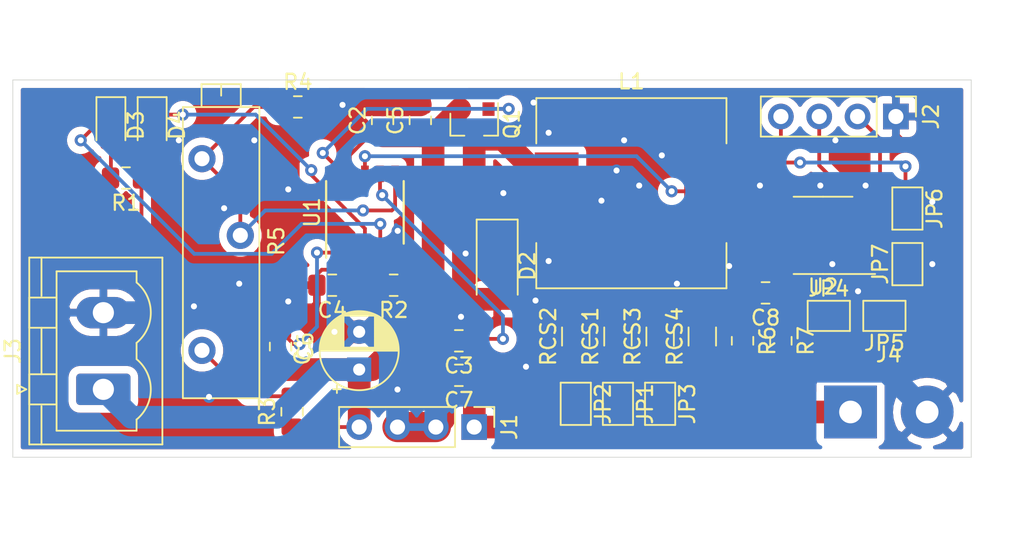
<source format=kicad_pcb>
(kicad_pcb (version 20171130) (host pcbnew "(5.1.5)-3")

  (general
    (thickness 1.6)
    (drawings 4)
    (tracks 268)
    (zones 0)
    (modules 37)
    (nets 25)
  )

  (page A4)
  (layers
    (0 F.Cu signal)
    (31 B.Cu signal)
    (32 B.Adhes user)
    (33 F.Adhes user)
    (34 B.Paste user)
    (35 F.Paste user)
    (36 B.SilkS user)
    (37 F.SilkS user)
    (38 B.Mask user)
    (39 F.Mask user)
    (40 Dwgs.User user)
    (41 Cmts.User user)
    (42 Eco1.User user)
    (43 Eco2.User user)
    (44 Edge.Cuts user)
    (45 Margin user)
    (46 B.CrtYd user)
    (47 F.CrtYd user)
    (48 B.Fab user)
    (49 F.Fab user)
  )

  (setup
    (last_trace_width 1.5)
    (user_trace_width 1)
    (user_trace_width 1.5)
    (trace_clearance 0.2)
    (zone_clearance 0.508)
    (zone_45_only no)
    (trace_min 0.2)
    (via_size 0.8)
    (via_drill 0.4)
    (via_min_size 0.4)
    (via_min_drill 0.3)
    (user_via 1 0.8)
    (uvia_size 0.3)
    (uvia_drill 0.1)
    (uvias_allowed no)
    (uvia_min_size 0.2)
    (uvia_min_drill 0.1)
    (edge_width 0.05)
    (segment_width 0.2)
    (pcb_text_width 0.3)
    (pcb_text_size 1.5 1.5)
    (mod_edge_width 0.12)
    (mod_text_size 1 1)
    (mod_text_width 0.15)
    (pad_size 1.524 1.524)
    (pad_drill 0.762)
    (pad_to_mask_clearance 0.051)
    (solder_mask_min_width 0.25)
    (aux_axis_origin 0 0)
    (visible_elements 7FFFFFFF)
    (pcbplotparams
      (layerselection 0x010fc_ffffffff)
      (usegerberextensions false)
      (usegerberattributes false)
      (usegerberadvancedattributes false)
      (creategerberjobfile false)
      (excludeedgelayer true)
      (linewidth 0.100000)
      (plotframeref false)
      (viasonmask false)
      (mode 1)
      (useauxorigin false)
      (hpglpennumber 1)
      (hpglpenspeed 20)
      (hpglpendiameter 15.000000)
      (psnegative false)
      (psa4output false)
      (plotreference true)
      (plotvalue true)
      (plotinvisibletext false)
      (padsonsilk false)
      (subtractmaskfromsilk false)
      (outputformat 1)
      (mirror false)
      (drillshape 0)
      (scaleselection 1)
      (outputdirectory "gerber/"))
  )

  (net 0 "")
  (net 1 GND)
  (net 2 SOLAR_IN)
  (net 3 BAT)
  (net 4 "Net-(C4-Pad1)")
  (net 5 "Net-(C6-Pad1)")
  (net 6 "Net-(C8-Pad2)")
  (net 7 "Net-(C8-Pad1)")
  (net 8 "Net-(D2-Pad1)")
  (net 9 "Net-(D3-Pad2)")
  (net 10 "Net-(D3-Pad1)")
  (net 11 "Net-(D4-Pad1)")
  (net 12 V_Sensor)
  (net 13 "Net-(J2-Pad3)")
  (net 14 "Net-(J2-Pad2)")
  (net 15 "Net-(JP1-Pad1)")
  (net 16 "Net-(JP2-Pad1)")
  (net 17 "Net-(JP3-Pad1)")
  (net 18 "Net-(JP4-Pad2)")
  (net 19 "Net-(JP6-Pad2)")
  (net 20 "Net-(L1-Pad2)")
  (net 21 "Net-(Q1-Pad1)")
  (net 22 "Net-(R2-Pad1)")
  (net 23 "Net-(R3-Pad2)")
  (net 24 "Net-(R4-Pad1)")

  (net_class Default "This is the default net class."
    (clearance 0.2)
    (trace_width 0.25)
    (via_dia 0.8)
    (via_drill 0.4)
    (uvia_dia 0.3)
    (uvia_drill 0.1)
    (add_net BAT)
    (add_net GND)
    (add_net "Net-(C4-Pad1)")
    (add_net "Net-(C6-Pad1)")
    (add_net "Net-(C8-Pad1)")
    (add_net "Net-(C8-Pad2)")
    (add_net "Net-(D2-Pad1)")
    (add_net "Net-(D3-Pad1)")
    (add_net "Net-(D3-Pad2)")
    (add_net "Net-(D4-Pad1)")
    (add_net "Net-(J2-Pad2)")
    (add_net "Net-(J2-Pad3)")
    (add_net "Net-(JP1-Pad1)")
    (add_net "Net-(JP2-Pad1)")
    (add_net "Net-(JP3-Pad1)")
    (add_net "Net-(JP4-Pad2)")
    (add_net "Net-(JP6-Pad2)")
    (add_net "Net-(L1-Pad2)")
    (add_net "Net-(Q1-Pad1)")
    (add_net "Net-(R2-Pad1)")
    (add_net "Net-(R3-Pad2)")
    (add_net "Net-(R4-Pad1)")
    (add_net SOLAR_IN)
    (add_net V_Sensor)
  )

  (module Connector_Wire:SolderWirePad_1x02_P5.08mm_Drill1.5mm (layer F.Cu) (tedit 5AEE5F19) (tstamp 600CBC74)
    (at 188 118)
    (descr "Wire solder connection")
    (tags connector)
    (path /600DA0F6)
    (attr virtual)
    (fp_text reference J4 (at 2.54 -3.81) (layer F.SilkS)
      (effects (font (size 1 1) (thickness 0.15)))
    )
    (fp_text value Conn_01x02_Female (at 2.54 3.81) (layer F.Fab)
      (effects (font (size 1 1) (thickness 0.15)))
    )
    (fp_line (start 7.33 2.25) (end -2.25 2.25) (layer F.CrtYd) (width 0.05))
    (fp_line (start 7.33 2.25) (end 7.33 -2.25) (layer F.CrtYd) (width 0.05))
    (fp_line (start -2.25 -2.25) (end -2.25 2.25) (layer F.CrtYd) (width 0.05))
    (fp_line (start -2.25 -2.25) (end 7.33 -2.25) (layer F.CrtYd) (width 0.05))
    (fp_text user %R (at 2.54 0) (layer F.Fab)
      (effects (font (size 1 1) (thickness 0.15)))
    )
    (pad 2 thru_hole circle (at 5.08 0) (size 3.50012 3.50012) (drill 1.50114) (layers *.Cu *.Mask)
      (net 1 GND))
    (pad 1 thru_hole rect (at 0 0) (size 3.50012 3.50012) (drill 1.50114) (layers *.Cu *.Mask)
      (net 3 BAT))
  )

  (module Connector_Phoenix_MSTB:PhoenixContact_MSTBVA_2,5_2-G-5,08_1x02_P5.08mm_Vertical (layer F.Cu) (tedit 5B785047) (tstamp 600CA230)
    (at 138.5 116.5 90)
    (descr "Generic Phoenix Contact connector footprint for: MSTBVA_2,5/2-G-5,08; number of pins: 02; pin pitch: 5.08mm; Vertical || order number: 1755736 12A || order number: 1924305 16A (HC)")
    (tags "phoenix_contact connector MSTBVA_01x02_G_5.08mm")
    (path /600CC4BC)
    (fp_text reference J3 (at 2.54 -6 90) (layer F.SilkS)
      (effects (font (size 1 1) (thickness 0.15)))
    )
    (fp_text value Conn_01x02_Female (at 2.54 5 90) (layer F.Fab)
      (effects (font (size 1 1) (thickness 0.15)))
    )
    (fp_text user %R (at 2.54 -4.1 90) (layer F.Fab)
      (effects (font (size 1 1) (thickness 0.15)))
    )
    (fp_line (start -0.5 -3.55) (end 0.5 -3.55) (layer F.Fab) (width 0.1))
    (fp_line (start 0 -2.55) (end -0.5 -3.55) (layer F.Fab) (width 0.1))
    (fp_line (start 0.5 -3.55) (end 0 -2.55) (layer F.Fab) (width 0.1))
    (fp_line (start -0.3 -5.71) (end 0.3 -5.71) (layer F.SilkS) (width 0.12))
    (fp_line (start 0 -5.11) (end -0.3 -5.71) (layer F.SilkS) (width 0.12))
    (fp_line (start 0.3 -5.71) (end 0 -5.11) (layer F.SilkS) (width 0.12))
    (fp_line (start 9.12 -5.3) (end -4.04 -5.3) (layer F.CrtYd) (width 0.05))
    (fp_line (start 9.12 4.3) (end 9.12 -5.3) (layer F.CrtYd) (width 0.05))
    (fp_line (start -4.04 4.3) (end 9.12 4.3) (layer F.CrtYd) (width 0.05))
    (fp_line (start -4.04 -5.3) (end -4.04 4.3) (layer F.CrtYd) (width 0.05))
    (fp_line (start 7.82 2.2) (end 7.08 2.2) (layer F.SilkS) (width 0.12))
    (fp_line (start 7.82 -3.1) (end 7.82 2.2) (layer F.SilkS) (width 0.12))
    (fp_line (start -2.74 -3.1) (end 7.82 -3.1) (layer F.SilkS) (width 0.12))
    (fp_line (start -2.74 2.2) (end -2.74 -3.1) (layer F.SilkS) (width 0.12))
    (fp_line (start -2 2.2) (end -2.74 2.2) (layer F.SilkS) (width 0.12))
    (fp_line (start 2 2.2) (end 3.08 2.2) (layer F.SilkS) (width 0.12))
    (fp_line (start 6.08 -3.1) (end 4.08 -3.1) (layer F.SilkS) (width 0.12))
    (fp_line (start 6.08 -4.91) (end 6.08 -3.1) (layer F.SilkS) (width 0.12))
    (fp_line (start 4.08 -4.91) (end 6.08 -4.91) (layer F.SilkS) (width 0.12))
    (fp_line (start 4.08 -3.1) (end 4.08 -4.91) (layer F.SilkS) (width 0.12))
    (fp_line (start 1 -3.1) (end -1 -3.1) (layer F.SilkS) (width 0.12))
    (fp_line (start 1 -4.91) (end 1 -3.1) (layer F.SilkS) (width 0.12))
    (fp_line (start -1 -4.91) (end 1 -4.91) (layer F.SilkS) (width 0.12))
    (fp_line (start -1 -3.1) (end -1 -4.91) (layer F.SilkS) (width 0.12))
    (fp_line (start 1 -4.1) (end 4.08 -4.1) (layer F.SilkS) (width 0.12))
    (fp_line (start 8.73 -4.1) (end 6.19 -4.1) (layer F.SilkS) (width 0.12))
    (fp_line (start -3.65 -4.1) (end -1.11 -4.1) (layer F.SilkS) (width 0.12))
    (fp_line (start 8.62 -4.8) (end -3.54 -4.8) (layer F.Fab) (width 0.1))
    (fp_line (start 8.62 3.8) (end 8.62 -4.8) (layer F.Fab) (width 0.1))
    (fp_line (start -3.54 3.8) (end 8.62 3.8) (layer F.Fab) (width 0.1))
    (fp_line (start -3.54 -4.8) (end -3.54 3.8) (layer F.Fab) (width 0.1))
    (fp_line (start 8.73 -4.91) (end -3.65 -4.91) (layer F.SilkS) (width 0.12))
    (fp_line (start 8.73 3.91) (end 8.73 -4.91) (layer F.SilkS) (width 0.12))
    (fp_line (start -3.65 3.91) (end 8.73 3.91) (layer F.SilkS) (width 0.12))
    (fp_line (start -3.65 -4.91) (end -3.65 3.91) (layer F.SilkS) (width 0.12))
    (fp_arc (start 5.08 0.55) (end 3.08 2.2) (angle -100.5) (layer F.SilkS) (width 0.12))
    (fp_arc (start 0 0.55) (end -2 2.2) (angle -100.5) (layer F.SilkS) (width 0.12))
    (pad 2 thru_hole oval (at 5.08 0 90) (size 2.08 3.6) (drill 1.4) (layers *.Cu *.Mask)
      (net 1 GND))
    (pad 1 thru_hole roundrect (at 0 0 90) (size 2.08 3.6) (drill 1.4) (layers *.Cu *.Mask) (roundrect_rratio 0.120192)
      (net 2 SOLAR_IN))
    (model ${KISYS3DMOD}/Connector_Phoenix_MSTB.3dshapes/PhoenixContact_MSTBVA_2,5_2-G-5,08_1x02_P5.08mm_Vertical.wrl
      (at (xyz 0 0 0))
      (scale (xyz 1 1 1))
      (rotate (xyz 0 0 0))
    )
  )

  (module Resistor_SMD:R_1206_3216Metric_Pad1.42x1.75mm_HandSolder (layer F.Cu) (tedit 5B301BBD) (tstamp 60022467)
    (at 178.181 113 90)
    (descr "Resistor SMD 1206 (3216 Metric), square (rectangular) end terminal, IPC_7351 nominal with elongated pad for handsoldering. (Body size source: http://www.tortai-tech.com/upload/download/2011102023233369053.pdf), generated with kicad-footprint-generator")
    (tags "resistor handsolder")
    (path /600271BD)
    (attr smd)
    (fp_text reference RCS4 (at 0 -1.82 90) (layer F.SilkS)
      (effects (font (size 1 1) (thickness 0.15)))
    )
    (fp_text value 0.12 (at 0 1.82 90) (layer F.Fab)
      (effects (font (size 1 1) (thickness 0.15)))
    )
    (fp_text user %R (at 0 0 90) (layer F.Fab)
      (effects (font (size 0.8 0.8) (thickness 0.12)))
    )
    (fp_line (start 2.45 1.12) (end -2.45 1.12) (layer F.CrtYd) (width 0.05))
    (fp_line (start 2.45 -1.12) (end 2.45 1.12) (layer F.CrtYd) (width 0.05))
    (fp_line (start -2.45 -1.12) (end 2.45 -1.12) (layer F.CrtYd) (width 0.05))
    (fp_line (start -2.45 1.12) (end -2.45 -1.12) (layer F.CrtYd) (width 0.05))
    (fp_line (start -0.602064 0.91) (end 0.602064 0.91) (layer F.SilkS) (width 0.12))
    (fp_line (start -0.602064 -0.91) (end 0.602064 -0.91) (layer F.SilkS) (width 0.12))
    (fp_line (start 1.6 0.8) (end -1.6 0.8) (layer F.Fab) (width 0.1))
    (fp_line (start 1.6 -0.8) (end 1.6 0.8) (layer F.Fab) (width 0.1))
    (fp_line (start -1.6 -0.8) (end 1.6 -0.8) (layer F.Fab) (width 0.1))
    (fp_line (start -1.6 0.8) (end -1.6 -0.8) (layer F.Fab) (width 0.1))
    (pad 2 smd roundrect (at 1.4875 0 90) (size 1.425 1.75) (layers F.Cu F.Paste F.Mask) (roundrect_rratio 0.175439)
      (net 20 "Net-(L1-Pad2)"))
    (pad 1 smd roundrect (at -1.4875 0 90) (size 1.425 1.75) (layers F.Cu F.Paste F.Mask) (roundrect_rratio 0.175439)
      (net 3 BAT))
    (model ${KISYS3DMOD}/Resistor_SMD.3dshapes/R_1206_3216Metric.wrl
      (at (xyz 0 0 0))
      (scale (xyz 1 1 1))
      (rotate (xyz 0 0 0))
    )
  )

  (module Resistor_SMD:R_1206_3216Metric_Pad1.42x1.75mm_HandSolder (layer F.Cu) (tedit 5B301BBD) (tstamp 60022456)
    (at 175.387 113 90)
    (descr "Resistor SMD 1206 (3216 Metric), square (rectangular) end terminal, IPC_7351 nominal with elongated pad for handsoldering. (Body size source: http://www.tortai-tech.com/upload/download/2011102023233369053.pdf), generated with kicad-footprint-generator")
    (tags "resistor handsolder")
    (path /60051B10)
    (attr smd)
    (fp_text reference RCS3 (at 0 -1.82 90) (layer F.SilkS)
      (effects (font (size 1 1) (thickness 0.15)))
    )
    (fp_text value 0.12 (at 0 1.82 90) (layer F.Fab)
      (effects (font (size 1 1) (thickness 0.15)))
    )
    (fp_text user %R (at 0 0 90) (layer F.Fab)
      (effects (font (size 0.8 0.8) (thickness 0.12)))
    )
    (fp_line (start 2.45 1.12) (end -2.45 1.12) (layer F.CrtYd) (width 0.05))
    (fp_line (start 2.45 -1.12) (end 2.45 1.12) (layer F.CrtYd) (width 0.05))
    (fp_line (start -2.45 -1.12) (end 2.45 -1.12) (layer F.CrtYd) (width 0.05))
    (fp_line (start -2.45 1.12) (end -2.45 -1.12) (layer F.CrtYd) (width 0.05))
    (fp_line (start -0.602064 0.91) (end 0.602064 0.91) (layer F.SilkS) (width 0.12))
    (fp_line (start -0.602064 -0.91) (end 0.602064 -0.91) (layer F.SilkS) (width 0.12))
    (fp_line (start 1.6 0.8) (end -1.6 0.8) (layer F.Fab) (width 0.1))
    (fp_line (start 1.6 -0.8) (end 1.6 0.8) (layer F.Fab) (width 0.1))
    (fp_line (start -1.6 -0.8) (end 1.6 -0.8) (layer F.Fab) (width 0.1))
    (fp_line (start -1.6 0.8) (end -1.6 -0.8) (layer F.Fab) (width 0.1))
    (pad 2 smd roundrect (at 1.4875 0 90) (size 1.425 1.75) (layers F.Cu F.Paste F.Mask) (roundrect_rratio 0.175439)
      (net 20 "Net-(L1-Pad2)"))
    (pad 1 smd roundrect (at -1.4875 0 90) (size 1.425 1.75) (layers F.Cu F.Paste F.Mask) (roundrect_rratio 0.175439)
      (net 17 "Net-(JP3-Pad1)"))
    (model ${KISYS3DMOD}/Resistor_SMD.3dshapes/R_1206_3216Metric.wrl
      (at (xyz 0 0 0))
      (scale (xyz 1 1 1))
      (rotate (xyz 0 0 0))
    )
  )

  (module Resistor_SMD:R_1206_3216Metric_Pad1.42x1.75mm_HandSolder (layer F.Cu) (tedit 5B301BBD) (tstamp 60022445)
    (at 169.799 113 90)
    (descr "Resistor SMD 1206 (3216 Metric), square (rectangular) end terminal, IPC_7351 nominal with elongated pad for handsoldering. (Body size source: http://www.tortai-tech.com/upload/download/2011102023233369053.pdf), generated with kicad-footprint-generator")
    (tags "resistor handsolder")
    (path /60051DDC)
    (attr smd)
    (fp_text reference RCS2 (at 0 -1.82 90) (layer F.SilkS)
      (effects (font (size 1 1) (thickness 0.15)))
    )
    (fp_text value 0.12 (at 0 1.82 90) (layer F.Fab)
      (effects (font (size 1 1) (thickness 0.15)))
    )
    (fp_text user %R (at 0 0 90) (layer F.Fab)
      (effects (font (size 0.8 0.8) (thickness 0.12)))
    )
    (fp_line (start 2.45 1.12) (end -2.45 1.12) (layer F.CrtYd) (width 0.05))
    (fp_line (start 2.45 -1.12) (end 2.45 1.12) (layer F.CrtYd) (width 0.05))
    (fp_line (start -2.45 -1.12) (end 2.45 -1.12) (layer F.CrtYd) (width 0.05))
    (fp_line (start -2.45 1.12) (end -2.45 -1.12) (layer F.CrtYd) (width 0.05))
    (fp_line (start -0.602064 0.91) (end 0.602064 0.91) (layer F.SilkS) (width 0.12))
    (fp_line (start -0.602064 -0.91) (end 0.602064 -0.91) (layer F.SilkS) (width 0.12))
    (fp_line (start 1.6 0.8) (end -1.6 0.8) (layer F.Fab) (width 0.1))
    (fp_line (start 1.6 -0.8) (end 1.6 0.8) (layer F.Fab) (width 0.1))
    (fp_line (start -1.6 -0.8) (end 1.6 -0.8) (layer F.Fab) (width 0.1))
    (fp_line (start -1.6 0.8) (end -1.6 -0.8) (layer F.Fab) (width 0.1))
    (pad 2 smd roundrect (at 1.4875 0 90) (size 1.425 1.75) (layers F.Cu F.Paste F.Mask) (roundrect_rratio 0.175439)
      (net 20 "Net-(L1-Pad2)"))
    (pad 1 smd roundrect (at -1.4875 0 90) (size 1.425 1.75) (layers F.Cu F.Paste F.Mask) (roundrect_rratio 0.175439)
      (net 16 "Net-(JP2-Pad1)"))
    (model ${KISYS3DMOD}/Resistor_SMD.3dshapes/R_1206_3216Metric.wrl
      (at (xyz 0 0 0))
      (scale (xyz 1 1 1))
      (rotate (xyz 0 0 0))
    )
  )

  (module Resistor_SMD:R_1206_3216Metric_Pad1.42x1.75mm_HandSolder (layer F.Cu) (tedit 5B301BBD) (tstamp 60022434)
    (at 172.593 113 90)
    (descr "Resistor SMD 1206 (3216 Metric), square (rectangular) end terminal, IPC_7351 nominal with elongated pad for handsoldering. (Body size source: http://www.tortai-tech.com/upload/download/2011102023233369053.pdf), generated with kicad-footprint-generator")
    (tags "resistor handsolder")
    (path /600520C1)
    (attr smd)
    (fp_text reference RCS1 (at 0 -1.82 90) (layer F.SilkS)
      (effects (font (size 1 1) (thickness 0.15)))
    )
    (fp_text value 0.12 (at 0 1.82 90) (layer F.Fab)
      (effects (font (size 1 1) (thickness 0.15)))
    )
    (fp_text user %R (at 0 0 90) (layer F.Fab)
      (effects (font (size 0.8 0.8) (thickness 0.12)))
    )
    (fp_line (start 2.45 1.12) (end -2.45 1.12) (layer F.CrtYd) (width 0.05))
    (fp_line (start 2.45 -1.12) (end 2.45 1.12) (layer F.CrtYd) (width 0.05))
    (fp_line (start -2.45 -1.12) (end 2.45 -1.12) (layer F.CrtYd) (width 0.05))
    (fp_line (start -2.45 1.12) (end -2.45 -1.12) (layer F.CrtYd) (width 0.05))
    (fp_line (start -0.602064 0.91) (end 0.602064 0.91) (layer F.SilkS) (width 0.12))
    (fp_line (start -0.602064 -0.91) (end 0.602064 -0.91) (layer F.SilkS) (width 0.12))
    (fp_line (start 1.6 0.8) (end -1.6 0.8) (layer F.Fab) (width 0.1))
    (fp_line (start 1.6 -0.8) (end 1.6 0.8) (layer F.Fab) (width 0.1))
    (fp_line (start -1.6 -0.8) (end 1.6 -0.8) (layer F.Fab) (width 0.1))
    (fp_line (start -1.6 0.8) (end -1.6 -0.8) (layer F.Fab) (width 0.1))
    (pad 2 smd roundrect (at 1.4875 0 90) (size 1.425 1.75) (layers F.Cu F.Paste F.Mask) (roundrect_rratio 0.175439)
      (net 20 "Net-(L1-Pad2)"))
    (pad 1 smd roundrect (at -1.4875 0 90) (size 1.425 1.75) (layers F.Cu F.Paste F.Mask) (roundrect_rratio 0.175439)
      (net 15 "Net-(JP1-Pad1)"))
    (model ${KISYS3DMOD}/Resistor_SMD.3dshapes/R_1206_3216Metric.wrl
      (at (xyz 0 0 0))
      (scale (xyz 1 1 1))
      (rotate (xyz 0 0 0))
    )
  )

  (module Package_SO:SOIC-8_3.9x4.9mm_P1.27mm (layer F.Cu) (tedit 5D9F72B1) (tstamp 6002249B)
    (at 186.182 106.299 180)
    (descr "SOIC, 8 Pin (JEDEC MS-012AA, https://www.analog.com/media/en/package-pcb-resources/package/pkg_pdf/soic_narrow-r/r_8.pdf), generated with kicad-footprint-generator ipc_gullwing_generator.py")
    (tags "SOIC SO")
    (path /60055B7F)
    (attr smd)
    (fp_text reference U2 (at 0 -3.4) (layer F.SilkS)
      (effects (font (size 1 1) (thickness 0.15)))
    )
    (fp_text value INA219AxD (at 0 3.4) (layer F.Fab)
      (effects (font (size 1 1) (thickness 0.15)))
    )
    (fp_text user %R (at 0 0) (layer F.Fab)
      (effects (font (size 0.98 0.98) (thickness 0.15)))
    )
    (fp_line (start 3.7 -2.7) (end -3.7 -2.7) (layer F.CrtYd) (width 0.05))
    (fp_line (start 3.7 2.7) (end 3.7 -2.7) (layer F.CrtYd) (width 0.05))
    (fp_line (start -3.7 2.7) (end 3.7 2.7) (layer F.CrtYd) (width 0.05))
    (fp_line (start -3.7 -2.7) (end -3.7 2.7) (layer F.CrtYd) (width 0.05))
    (fp_line (start -1.95 -1.475) (end -0.975 -2.45) (layer F.Fab) (width 0.1))
    (fp_line (start -1.95 2.45) (end -1.95 -1.475) (layer F.Fab) (width 0.1))
    (fp_line (start 1.95 2.45) (end -1.95 2.45) (layer F.Fab) (width 0.1))
    (fp_line (start 1.95 -2.45) (end 1.95 2.45) (layer F.Fab) (width 0.1))
    (fp_line (start -0.975 -2.45) (end 1.95 -2.45) (layer F.Fab) (width 0.1))
    (fp_line (start 0 -2.56) (end -3.45 -2.56) (layer F.SilkS) (width 0.12))
    (fp_line (start 0 -2.56) (end 1.95 -2.56) (layer F.SilkS) (width 0.12))
    (fp_line (start 0 2.56) (end -1.95 2.56) (layer F.SilkS) (width 0.12))
    (fp_line (start 0 2.56) (end 1.95 2.56) (layer F.SilkS) (width 0.12))
    (pad 8 smd roundrect (at 2.475 -1.905 180) (size 1.95 0.6) (layers F.Cu F.Paste F.Mask) (roundrect_rratio 0.25)
      (net 6 "Net-(C8-Pad2)"))
    (pad 7 smd roundrect (at 2.475 -0.635 180) (size 1.95 0.6) (layers F.Cu F.Paste F.Mask) (roundrect_rratio 0.25)
      (net 7 "Net-(C8-Pad1)"))
    (pad 6 smd roundrect (at 2.475 0.635 180) (size 1.95 0.6) (layers F.Cu F.Paste F.Mask) (roundrect_rratio 0.25)
      (net 1 GND))
    (pad 5 smd roundrect (at 2.475 1.905 180) (size 1.95 0.6) (layers F.Cu F.Paste F.Mask) (roundrect_rratio 0.25)
      (net 12 V_Sensor))
    (pad 4 smd roundrect (at -2.475 1.905 180) (size 1.95 0.6) (layers F.Cu F.Paste F.Mask) (roundrect_rratio 0.25)
      (net 13 "Net-(J2-Pad3)"))
    (pad 3 smd roundrect (at -2.475 0.635 180) (size 1.95 0.6) (layers F.Cu F.Paste F.Mask) (roundrect_rratio 0.25)
      (net 14 "Net-(J2-Pad2)"))
    (pad 2 smd roundrect (at -2.475 -0.635 180) (size 1.95 0.6) (layers F.Cu F.Paste F.Mask) (roundrect_rratio 0.25)
      (net 19 "Net-(JP6-Pad2)"))
    (pad 1 smd roundrect (at -2.475 -1.905 180) (size 1.95 0.6) (layers F.Cu F.Paste F.Mask) (roundrect_rratio 0.25)
      (net 18 "Net-(JP4-Pad2)"))
    (model ${KISYS3DMOD}/Package_SO.3dshapes/SOIC-8_3.9x4.9mm_P1.27mm.wrl
      (at (xyz 0 0 0))
      (scale (xyz 1 1 1))
      (rotate (xyz 0 0 0))
    )
  )

  (module Package_SO:SSOP-10_3.9x4.9mm_P1.00mm (layer F.Cu) (tedit 5AB07CF5) (tstamp 60022481)
    (at 155.829 104.775 90)
    (descr "10-Lead SSOP, 3.9 x 4.9mm body, 1.00mm pitch (http://www.st.com/resource/en/datasheet/viper01.pdf)")
    (tags "SSOP 3.9 4.9 1.00")
    (path /6001E8F9)
    (attr smd)
    (fp_text reference U1 (at 0 -3.5 90) (layer F.SilkS)
      (effects (font (size 1 1) (thickness 0.15)))
    )
    (fp_text value CN3791 (at 0 3.5 90) (layer F.Fab)
      (effects (font (size 1 1) (thickness 0.15)))
    )
    (fp_line (start -2.07 2.57) (end 2.07 2.57) (layer F.SilkS) (width 0.15))
    (fp_line (start -3 -2.57) (end 2.07 -2.57) (layer F.SilkS) (width 0.15))
    (fp_line (start -3.35 2.7) (end 3.35 2.7) (layer F.CrtYd) (width 0.05))
    (fp_line (start -3.35 -2.7) (end 3.35 -2.7) (layer F.CrtYd) (width 0.05))
    (fp_line (start 3.35 -2.7) (end 3.35 2.7) (layer F.CrtYd) (width 0.05))
    (fp_line (start -3.35 -2.7) (end -3.35 2.7) (layer F.CrtYd) (width 0.05))
    (fp_line (start -1.95 -1.45) (end -0.95 -2.45) (layer F.Fab) (width 0.1))
    (fp_line (start -1.95 2.45) (end -1.95 -1.45) (layer F.Fab) (width 0.1))
    (fp_line (start 1.95 2.45) (end -1.95 2.45) (layer F.Fab) (width 0.1))
    (fp_line (start 1.95 -2.45) (end 1.95 2.45) (layer F.Fab) (width 0.1))
    (fp_line (start -0.95 -2.45) (end 1.95 -2.45) (layer F.Fab) (width 0.1))
    (fp_text user %R (at 0 0 90) (layer F.Fab)
      (effects (font (size 1 1) (thickness 0.15)))
    )
    (pad 10 smd rect (at 2.55 -2 90) (size 1.1 0.51) (layers F.Cu F.Paste F.Mask)
      (net 21 "Net-(Q1-Pad1)"))
    (pad 9 smd rect (at 2.55 -1 90) (size 1.1 0.51) (layers F.Cu F.Paste F.Mask)
      (net 2 SOLAR_IN))
    (pad 5 smd rect (at -2.55 2 90) (size 1.1 0.51) (layers F.Cu F.Paste F.Mask)
      (net 22 "Net-(R2-Pad1)"))
    (pad 8 smd rect (at 2.55 0 90) (size 1.1 0.51) (layers F.Cu F.Paste F.Mask)
      (net 20 "Net-(L1-Pad2)"))
    (pad 7 smd rect (at 2.55 1 90) (size 1.1 0.51) (layers F.Cu F.Paste F.Mask)
      (net 3 BAT))
    (pad 6 smd rect (at 2.55 2 90) (size 1.1 0.51) (layers F.Cu F.Paste F.Mask)
      (net 24 "Net-(R4-Pad1)"))
    (pad 4 smd rect (at -2.55 1 90) (size 1.1 0.51) (layers F.Cu F.Paste F.Mask)
      (net 10 "Net-(D3-Pad1)"))
    (pad 3 smd rect (at -2.55 0 90) (size 1.1 0.51) (layers F.Cu F.Paste F.Mask)
      (net 11 "Net-(D4-Pad1)"))
    (pad 2 smd rect (at -2.55 -1 90) (size 1.1 0.51) (layers F.Cu F.Paste F.Mask)
      (net 1 GND))
    (pad 1 smd rect (at -2.55 -2 90) (size 1.1 0.51) (layers F.Cu F.Paste F.Mask)
      (net 5 "Net-(C6-Pad1)"))
    (model ${KISYS3DMOD}/Package_SO.3dshapes/SSOP-10_3.9x4.9mm_P1.00mm.wrl
      (at (xyz 0 0 0))
      (scale (xyz 1 1 1))
      (rotate (xyz 0 0 0))
    )
  )

  (module Resistor_SMD:R_0805_2012Metric_Pad1.15x1.40mm_HandSolder (layer F.Cu) (tedit 5B36C52B) (tstamp 60022423)
    (at 183.388 113.284 270)
    (descr "Resistor SMD 0805 (2012 Metric), square (rectangular) end terminal, IPC_7351 nominal with elongated pad for handsoldering. (Body size source: https://docs.google.com/spreadsheets/d/1BsfQQcO9C6DZCsRaXUlFlo91Tg2WpOkGARC1WS5S8t0/edit?usp=sharing), generated with kicad-footprint-generator")
    (tags "resistor handsolder")
    (path /6005B519)
    (attr smd)
    (fp_text reference R7 (at 0 -1.65 90) (layer F.SilkS)
      (effects (font (size 1 1) (thickness 0.15)))
    )
    (fp_text value 10 (at 0 1.65 90) (layer F.Fab)
      (effects (font (size 1 1) (thickness 0.15)))
    )
    (fp_text user %R (at 0 0 90) (layer F.Fab)
      (effects (font (size 0.5 0.5) (thickness 0.08)))
    )
    (fp_line (start 1.85 0.95) (end -1.85 0.95) (layer F.CrtYd) (width 0.05))
    (fp_line (start 1.85 -0.95) (end 1.85 0.95) (layer F.CrtYd) (width 0.05))
    (fp_line (start -1.85 -0.95) (end 1.85 -0.95) (layer F.CrtYd) (width 0.05))
    (fp_line (start -1.85 0.95) (end -1.85 -0.95) (layer F.CrtYd) (width 0.05))
    (fp_line (start -0.261252 0.71) (end 0.261252 0.71) (layer F.SilkS) (width 0.12))
    (fp_line (start -0.261252 -0.71) (end 0.261252 -0.71) (layer F.SilkS) (width 0.12))
    (fp_line (start 1 0.6) (end -1 0.6) (layer F.Fab) (width 0.1))
    (fp_line (start 1 -0.6) (end 1 0.6) (layer F.Fab) (width 0.1))
    (fp_line (start -1 -0.6) (end 1 -0.6) (layer F.Fab) (width 0.1))
    (fp_line (start -1 0.6) (end -1 -0.6) (layer F.Fab) (width 0.1))
    (pad 2 smd roundrect (at 1.025 0 270) (size 1.15 1.4) (layers F.Cu F.Paste F.Mask) (roundrect_rratio 0.217391)
      (net 3 BAT))
    (pad 1 smd roundrect (at -1.025 0 270) (size 1.15 1.4) (layers F.Cu F.Paste F.Mask) (roundrect_rratio 0.217391)
      (net 7 "Net-(C8-Pad1)"))
    (model ${KISYS3DMOD}/Resistor_SMD.3dshapes/R_0805_2012Metric.wrl
      (at (xyz 0 0 0))
      (scale (xyz 1 1 1))
      (rotate (xyz 0 0 0))
    )
  )

  (module Resistor_SMD:R_0805_2012Metric_Pad1.15x1.40mm_HandSolder (layer F.Cu) (tedit 5B36C52B) (tstamp 60022412)
    (at 180.848 113.284 270)
    (descr "Resistor SMD 0805 (2012 Metric), square (rectangular) end terminal, IPC_7351 nominal with elongated pad for handsoldering. (Body size source: https://docs.google.com/spreadsheets/d/1BsfQQcO9C6DZCsRaXUlFlo91Tg2WpOkGARC1WS5S8t0/edit?usp=sharing), generated with kicad-footprint-generator")
    (tags "resistor handsolder")
    (path /6005CCB0)
    (attr smd)
    (fp_text reference R6 (at 0 -1.65 90) (layer F.SilkS)
      (effects (font (size 1 1) (thickness 0.15)))
    )
    (fp_text value 10 (at 0 1.65 90) (layer F.Fab)
      (effects (font (size 1 1) (thickness 0.15)))
    )
    (fp_text user %R (at 0 0 90) (layer F.Fab)
      (effects (font (size 0.5 0.5) (thickness 0.08)))
    )
    (fp_line (start 1.85 0.95) (end -1.85 0.95) (layer F.CrtYd) (width 0.05))
    (fp_line (start 1.85 -0.95) (end 1.85 0.95) (layer F.CrtYd) (width 0.05))
    (fp_line (start -1.85 -0.95) (end 1.85 -0.95) (layer F.CrtYd) (width 0.05))
    (fp_line (start -1.85 0.95) (end -1.85 -0.95) (layer F.CrtYd) (width 0.05))
    (fp_line (start -0.261252 0.71) (end 0.261252 0.71) (layer F.SilkS) (width 0.12))
    (fp_line (start -0.261252 -0.71) (end 0.261252 -0.71) (layer F.SilkS) (width 0.12))
    (fp_line (start 1 0.6) (end -1 0.6) (layer F.Fab) (width 0.1))
    (fp_line (start 1 -0.6) (end 1 0.6) (layer F.Fab) (width 0.1))
    (fp_line (start -1 -0.6) (end 1 -0.6) (layer F.Fab) (width 0.1))
    (fp_line (start -1 0.6) (end -1 -0.6) (layer F.Fab) (width 0.1))
    (pad 2 smd roundrect (at 1.025 0 270) (size 1.15 1.4) (layers F.Cu F.Paste F.Mask) (roundrect_rratio 0.217391)
      (net 20 "Net-(L1-Pad2)"))
    (pad 1 smd roundrect (at -1.025 0 270) (size 1.15 1.4) (layers F.Cu F.Paste F.Mask) (roundrect_rratio 0.217391)
      (net 6 "Net-(C8-Pad2)"))
    (model ${KISYS3DMOD}/Resistor_SMD.3dshapes/R_0805_2012Metric.wrl
      (at (xyz 0 0 0))
      (scale (xyz 1 1 1))
      (rotate (xyz 0 0 0))
    )
  )

  (module Potentiometer_THT:Potentiometer_Bourns_3006P_Horizontal (layer F.Cu) (tedit 5A3D4994) (tstamp 60022401)
    (at 145.034 113.919 270)
    (descr "Potentiometer, horizontal, Bourns 3006P, https://www.bourns.com/docs/Product-Datasheets/3006.pdf")
    (tags "Potentiometer horizontal Bourns 3006P")
    (path /600421A9)
    (fp_text reference R5 (at -7.235 -4.935 90) (layer F.SilkS)
      (effects (font (size 1 1) (thickness 0.15)))
    )
    (fp_text value 100K (at -7.235 2.395 90) (layer F.Fab)
      (effects (font (size 1 1) (thickness 0.15)))
    )
    (fp_text user %R (at -6.475 -1.27 90) (layer F.Fab)
      (effects (font (size 1 1) (thickness 0.15)))
    )
    (fp_line (start 3.35 -3.95) (end -17.8 -3.95) (layer F.CrtYd) (width 0.05))
    (fp_line (start 3.35 1.4) (end 3.35 -3.95) (layer F.CrtYd) (width 0.05))
    (fp_line (start -17.8 1.4) (end 3.35 1.4) (layer F.CrtYd) (width 0.05))
    (fp_line (start -17.8 -3.95) (end -17.8 1.4) (layer F.CrtYd) (width 0.05))
    (fp_line (start -17.64 -1.27) (end -16.881 -1.27) (layer F.SilkS) (width 0.12))
    (fp_line (start -16.121 -2.569) (end -16.121 0.03) (layer F.SilkS) (width 0.12))
    (fp_line (start -17.64 -2.569) (end -17.64 0.03) (layer F.SilkS) (width 0.12))
    (fp_line (start -17.64 0.03) (end -16.121 0.03) (layer F.SilkS) (width 0.12))
    (fp_line (start -17.64 -2.569) (end -16.121 -2.569) (layer F.SilkS) (width 0.12))
    (fp_line (start 3.17 -3.805) (end 3.17 1.265) (layer F.SilkS) (width 0.12))
    (fp_line (start -16.12 -3.805) (end -16.12 1.265) (layer F.SilkS) (width 0.12))
    (fp_line (start -16.12 1.265) (end 3.17 1.265) (layer F.SilkS) (width 0.12))
    (fp_line (start -16.12 -3.805) (end 3.17 -3.805) (layer F.SilkS) (width 0.12))
    (fp_line (start -17.52 -1.27) (end -16.76 -1.27) (layer F.Fab) (width 0.1))
    (fp_line (start -16 -2.45) (end -17.52 -2.45) (layer F.Fab) (width 0.1))
    (fp_line (start -16 -0.09) (end -16 -2.45) (layer F.Fab) (width 0.1))
    (fp_line (start -17.52 -0.09) (end -16 -0.09) (layer F.Fab) (width 0.1))
    (fp_line (start -17.52 -2.45) (end -17.52 -0.09) (layer F.Fab) (width 0.1))
    (fp_line (start 3.05 -3.685) (end -16 -3.685) (layer F.Fab) (width 0.1))
    (fp_line (start 3.05 1.145) (end 3.05 -3.685) (layer F.Fab) (width 0.1))
    (fp_line (start -16 1.145) (end 3.05 1.145) (layer F.Fab) (width 0.1))
    (fp_line (start -16 -3.685) (end -16 1.145) (layer F.Fab) (width 0.1))
    (pad 3 thru_hole circle (at -12.7 0 270) (size 1.8 1.8) (drill 1) (layers *.Cu *.Mask)
      (net 24 "Net-(R4-Pad1)"))
    (pad 2 thru_hole circle (at -7.62 -2.54 270) (size 1.8 1.8) (drill 1) (layers *.Cu *.Mask)
      (net 24 "Net-(R4-Pad1)"))
    (pad 1 thru_hole circle (at 0 0 270) (size 1.8 1.8) (drill 1) (layers *.Cu *.Mask)
      (net 23 "Net-(R3-Pad2)"))
    (model ${KISYS3DMOD}/Potentiometer_THT.3dshapes/Potentiometer_Bourns_3006P_Horizontal.wrl
      (at (xyz 0 0 0))
      (scale (xyz 1 1 1))
      (rotate (xyz 0 0 0))
    )
  )

  (module Resistor_SMD:R_0805_2012Metric_Pad1.15x1.40mm_HandSolder (layer F.Cu) (tedit 5B36C52B) (tstamp 60029879)
    (at 151.384 97.79)
    (descr "Resistor SMD 0805 (2012 Metric), square (rectangular) end terminal, IPC_7351 nominal with elongated pad for handsoldering. (Body size source: https://docs.google.com/spreadsheets/d/1BsfQQcO9C6DZCsRaXUlFlo91Tg2WpOkGARC1WS5S8t0/edit?usp=sharing), generated with kicad-footprint-generator")
    (tags "resistor handsolder")
    (path /6002485E)
    (attr smd)
    (fp_text reference R4 (at 0 -1.65) (layer F.SilkS)
      (effects (font (size 1 1) (thickness 0.15)))
    )
    (fp_text value 10K (at 0 1.65) (layer F.Fab)
      (effects (font (size 1 1) (thickness 0.15)))
    )
    (fp_text user %R (at 0 0) (layer F.Fab)
      (effects (font (size 0.5 0.5) (thickness 0.08)))
    )
    (fp_line (start 1.85 0.95) (end -1.85 0.95) (layer F.CrtYd) (width 0.05))
    (fp_line (start 1.85 -0.95) (end 1.85 0.95) (layer F.CrtYd) (width 0.05))
    (fp_line (start -1.85 -0.95) (end 1.85 -0.95) (layer F.CrtYd) (width 0.05))
    (fp_line (start -1.85 0.95) (end -1.85 -0.95) (layer F.CrtYd) (width 0.05))
    (fp_line (start -0.261252 0.71) (end 0.261252 0.71) (layer F.SilkS) (width 0.12))
    (fp_line (start -0.261252 -0.71) (end 0.261252 -0.71) (layer F.SilkS) (width 0.12))
    (fp_line (start 1 0.6) (end -1 0.6) (layer F.Fab) (width 0.1))
    (fp_line (start 1 -0.6) (end 1 0.6) (layer F.Fab) (width 0.1))
    (fp_line (start -1 -0.6) (end 1 -0.6) (layer F.Fab) (width 0.1))
    (fp_line (start -1 0.6) (end -1 -0.6) (layer F.Fab) (width 0.1))
    (pad 2 smd roundrect (at 1.025 0) (size 1.15 1.4) (layers F.Cu F.Paste F.Mask) (roundrect_rratio 0.217391)
      (net 1 GND))
    (pad 1 smd roundrect (at -1.025 0) (size 1.15 1.4) (layers F.Cu F.Paste F.Mask) (roundrect_rratio 0.217391)
      (net 24 "Net-(R4-Pad1)"))
    (model ${KISYS3DMOD}/Resistor_SMD.3dshapes/R_0805_2012Metric.wrl
      (at (xyz 0 0 0))
      (scale (xyz 1 1 1))
      (rotate (xyz 0 0 0))
    )
  )

  (module Resistor_SMD:R_0805_2012Metric_Pad1.15x1.40mm_HandSolder (layer F.Cu) (tedit 5B36C52B) (tstamp 600223D2)
    (at 151.003 117.983 90)
    (descr "Resistor SMD 0805 (2012 Metric), square (rectangular) end terminal, IPC_7351 nominal with elongated pad for handsoldering. (Body size source: https://docs.google.com/spreadsheets/d/1BsfQQcO9C6DZCsRaXUlFlo91Tg2WpOkGARC1WS5S8t0/edit?usp=sharing), generated with kicad-footprint-generator")
    (tags "resistor handsolder")
    (path /600244D8)
    (attr smd)
    (fp_text reference R3 (at 0 -1.65 90) (layer F.SilkS)
      (effects (font (size 1 1) (thickness 0.15)))
    )
    (fp_text value 40K (at 0 1.65 90) (layer F.Fab)
      (effects (font (size 1 1) (thickness 0.15)))
    )
    (fp_text user %R (at 0 0 90) (layer F.Fab)
      (effects (font (size 0.5 0.5) (thickness 0.08)))
    )
    (fp_line (start 1.85 0.95) (end -1.85 0.95) (layer F.CrtYd) (width 0.05))
    (fp_line (start 1.85 -0.95) (end 1.85 0.95) (layer F.CrtYd) (width 0.05))
    (fp_line (start -1.85 -0.95) (end 1.85 -0.95) (layer F.CrtYd) (width 0.05))
    (fp_line (start -1.85 0.95) (end -1.85 -0.95) (layer F.CrtYd) (width 0.05))
    (fp_line (start -0.261252 0.71) (end 0.261252 0.71) (layer F.SilkS) (width 0.12))
    (fp_line (start -0.261252 -0.71) (end 0.261252 -0.71) (layer F.SilkS) (width 0.12))
    (fp_line (start 1 0.6) (end -1 0.6) (layer F.Fab) (width 0.1))
    (fp_line (start 1 -0.6) (end 1 0.6) (layer F.Fab) (width 0.1))
    (fp_line (start -1 -0.6) (end 1 -0.6) (layer F.Fab) (width 0.1))
    (fp_line (start -1 0.6) (end -1 -0.6) (layer F.Fab) (width 0.1))
    (pad 2 smd roundrect (at 1.025 0 90) (size 1.15 1.4) (layers F.Cu F.Paste F.Mask) (roundrect_rratio 0.217391)
      (net 23 "Net-(R3-Pad2)"))
    (pad 1 smd roundrect (at -1.025 0 90) (size 1.15 1.4) (layers F.Cu F.Paste F.Mask) (roundrect_rratio 0.217391)
      (net 2 SOLAR_IN))
    (model ${KISYS3DMOD}/Resistor_SMD.3dshapes/R_0805_2012Metric.wrl
      (at (xyz 0 0 0))
      (scale (xyz 1 1 1))
      (rotate (xyz 0 0 0))
    )
  )

  (module Resistor_SMD:R_0805_2012Metric_Pad1.15x1.40mm_HandSolder (layer F.Cu) (tedit 5B36C52B) (tstamp 600223C1)
    (at 157.734 109.601 180)
    (descr "Resistor SMD 0805 (2012 Metric), square (rectangular) end terminal, IPC_7351 nominal with elongated pad for handsoldering. (Body size source: https://docs.google.com/spreadsheets/d/1BsfQQcO9C6DZCsRaXUlFlo91Tg2WpOkGARC1WS5S8t0/edit?usp=sharing), generated with kicad-footprint-generator")
    (tags "resistor handsolder")
    (path /600250AD)
    (attr smd)
    (fp_text reference R2 (at 0 -1.65) (layer F.SilkS)
      (effects (font (size 1 1) (thickness 0.15)))
    )
    (fp_text value 120 (at 0 1.65) (layer F.Fab)
      (effects (font (size 1 1) (thickness 0.15)))
    )
    (fp_text user %R (at 0 0) (layer F.Fab)
      (effects (font (size 0.5 0.5) (thickness 0.08)))
    )
    (fp_line (start 1.85 0.95) (end -1.85 0.95) (layer F.CrtYd) (width 0.05))
    (fp_line (start 1.85 -0.95) (end 1.85 0.95) (layer F.CrtYd) (width 0.05))
    (fp_line (start -1.85 -0.95) (end 1.85 -0.95) (layer F.CrtYd) (width 0.05))
    (fp_line (start -1.85 0.95) (end -1.85 -0.95) (layer F.CrtYd) (width 0.05))
    (fp_line (start -0.261252 0.71) (end 0.261252 0.71) (layer F.SilkS) (width 0.12))
    (fp_line (start -0.261252 -0.71) (end 0.261252 -0.71) (layer F.SilkS) (width 0.12))
    (fp_line (start 1 0.6) (end -1 0.6) (layer F.Fab) (width 0.1))
    (fp_line (start 1 -0.6) (end 1 0.6) (layer F.Fab) (width 0.1))
    (fp_line (start -1 -0.6) (end 1 -0.6) (layer F.Fab) (width 0.1))
    (fp_line (start -1 0.6) (end -1 -0.6) (layer F.Fab) (width 0.1))
    (pad 2 smd roundrect (at 1.025 0 180) (size 1.15 1.4) (layers F.Cu F.Paste F.Mask) (roundrect_rratio 0.217391)
      (net 4 "Net-(C4-Pad1)"))
    (pad 1 smd roundrect (at -1.025 0 180) (size 1.15 1.4) (layers F.Cu F.Paste F.Mask) (roundrect_rratio 0.217391)
      (net 22 "Net-(R2-Pad1)"))
    (model ${KISYS3DMOD}/Resistor_SMD.3dshapes/R_0805_2012Metric.wrl
      (at (xyz 0 0 0))
      (scale (xyz 1 1 1))
      (rotate (xyz 0 0 0))
    )
  )

  (module Resistor_SMD:R_0805_2012Metric_Pad1.15x1.40mm_HandSolder (layer F.Cu) (tedit 5B36C52B) (tstamp 600223B0)
    (at 140 102.5 180)
    (descr "Resistor SMD 0805 (2012 Metric), square (rectangular) end terminal, IPC_7351 nominal with elongated pad for handsoldering. (Body size source: https://docs.google.com/spreadsheets/d/1BsfQQcO9C6DZCsRaXUlFlo91Tg2WpOkGARC1WS5S8t0/edit?usp=sharing), generated with kicad-footprint-generator")
    (tags "resistor handsolder")
    (path /6002AF7A)
    (attr smd)
    (fp_text reference R1 (at 0 -1.65) (layer F.SilkS)
      (effects (font (size 1 1) (thickness 0.15)))
    )
    (fp_text value 1K (at 0 1.65) (layer F.Fab)
      (effects (font (size 1 1) (thickness 0.15)))
    )
    (fp_text user %R (at 0 0) (layer F.Fab)
      (effects (font (size 0.5 0.5) (thickness 0.08)))
    )
    (fp_line (start 1.85 0.95) (end -1.85 0.95) (layer F.CrtYd) (width 0.05))
    (fp_line (start 1.85 -0.95) (end 1.85 0.95) (layer F.CrtYd) (width 0.05))
    (fp_line (start -1.85 -0.95) (end 1.85 -0.95) (layer F.CrtYd) (width 0.05))
    (fp_line (start -1.85 0.95) (end -1.85 -0.95) (layer F.CrtYd) (width 0.05))
    (fp_line (start -0.261252 0.71) (end 0.261252 0.71) (layer F.SilkS) (width 0.12))
    (fp_line (start -0.261252 -0.71) (end 0.261252 -0.71) (layer F.SilkS) (width 0.12))
    (fp_line (start 1 0.6) (end -1 0.6) (layer F.Fab) (width 0.1))
    (fp_line (start 1 -0.6) (end 1 0.6) (layer F.Fab) (width 0.1))
    (fp_line (start -1 -0.6) (end 1 -0.6) (layer F.Fab) (width 0.1))
    (fp_line (start -1 0.6) (end -1 -0.6) (layer F.Fab) (width 0.1))
    (pad 2 smd roundrect (at 1.025 0 180) (size 1.15 1.4) (layers F.Cu F.Paste F.Mask) (roundrect_rratio 0.217391)
      (net 9 "Net-(D3-Pad2)"))
    (pad 1 smd roundrect (at -1.025 0 180) (size 1.15 1.4) (layers F.Cu F.Paste F.Mask) (roundrect_rratio 0.217391)
      (net 2 SOLAR_IN))
    (model ${KISYS3DMOD}/Resistor_SMD.3dshapes/R_0805_2012Metric.wrl
      (at (xyz 0 0 0))
      (scale (xyz 1 1 1))
      (rotate (xyz 0 0 0))
    )
  )

  (module Package_TO_SOT_SMD:SOT-23 (layer F.Cu) (tedit 5A02FF57) (tstamp 6002239F)
    (at 163.068 98.933 270)
    (descr "SOT-23, Standard")
    (tags SOT-23)
    (path /60034BC9)
    (attr smd)
    (fp_text reference Q1 (at 0 -2.5 90) (layer F.SilkS)
      (effects (font (size 1 1) (thickness 0.15)))
    )
    (fp_text value AO3401A (at 0 2.5 90) (layer F.Fab)
      (effects (font (size 1 1) (thickness 0.15)))
    )
    (fp_line (start 0.76 1.58) (end -0.7 1.58) (layer F.SilkS) (width 0.12))
    (fp_line (start 0.76 -1.58) (end -1.4 -1.58) (layer F.SilkS) (width 0.12))
    (fp_line (start -1.7 1.75) (end -1.7 -1.75) (layer F.CrtYd) (width 0.05))
    (fp_line (start 1.7 1.75) (end -1.7 1.75) (layer F.CrtYd) (width 0.05))
    (fp_line (start 1.7 -1.75) (end 1.7 1.75) (layer F.CrtYd) (width 0.05))
    (fp_line (start -1.7 -1.75) (end 1.7 -1.75) (layer F.CrtYd) (width 0.05))
    (fp_line (start 0.76 -1.58) (end 0.76 -0.65) (layer F.SilkS) (width 0.12))
    (fp_line (start 0.76 1.58) (end 0.76 0.65) (layer F.SilkS) (width 0.12))
    (fp_line (start -0.7 1.52) (end 0.7 1.52) (layer F.Fab) (width 0.1))
    (fp_line (start 0.7 -1.52) (end 0.7 1.52) (layer F.Fab) (width 0.1))
    (fp_line (start -0.7 -0.95) (end -0.15 -1.52) (layer F.Fab) (width 0.1))
    (fp_line (start -0.15 -1.52) (end 0.7 -1.52) (layer F.Fab) (width 0.1))
    (fp_line (start -0.7 -0.95) (end -0.7 1.5) (layer F.Fab) (width 0.1))
    (fp_text user %R (at 0 0) (layer F.Fab)
      (effects (font (size 0.5 0.5) (thickness 0.075)))
    )
    (pad 3 smd rect (at 1 0 270) (size 0.9 0.8) (layers F.Cu F.Paste F.Mask)
      (net 8 "Net-(D2-Pad1)"))
    (pad 2 smd rect (at -1 0.95 270) (size 0.9 0.8) (layers F.Cu F.Paste F.Mask)
      (net 2 SOLAR_IN))
    (pad 1 smd rect (at -1 -0.95 270) (size 0.9 0.8) (layers F.Cu F.Paste F.Mask)
      (net 21 "Net-(Q1-Pad1)"))
    (model ${KISYS3DMOD}/Package_TO_SOT_SMD.3dshapes/SOT-23.wrl
      (at (xyz 0 0 0))
      (scale (xyz 1 1 1))
      (rotate (xyz 0 0 0))
    )
  )

  (module Inductor_SMD:L_12x12mm_H8mm (layer F.Cu) (tedit 5990349C) (tstamp 6002238A)
    (at 173.482 103.505)
    (descr "Choke, SMD, 12x12mm 8mm height")
    (tags "Choke SMD")
    (path /600269B9)
    (attr smd)
    (fp_text reference L1 (at 0 -7.4) (layer F.SilkS)
      (effects (font (size 1 1) (thickness 0.15)))
    )
    (fp_text value ">70uH > 4A" (at 0 7.6) (layer F.Fab)
      (effects (font (size 1 1) (thickness 0.15)))
    )
    (fp_circle (center -2.1 3) (end -1.8 3.25) (layer F.Fab) (width 0.1))
    (fp_circle (center 0 0) (end 0.15 0.15) (layer F.Adhes) (width 0.38))
    (fp_circle (center 0 0) (end 0.55 0) (layer F.Adhes) (width 0.38))
    (fp_circle (center 0 0) (end 0.9 0) (layer F.Adhes) (width 0.38))
    (fp_line (start 6.2 -6.2) (end 6.2 -3.3) (layer F.Fab) (width 0.1))
    (fp_line (start -6.2 -6.2) (end -6.2 -3.3) (layer F.Fab) (width 0.1))
    (fp_line (start 6.2 -6.2) (end -6.2 -6.2) (layer F.Fab) (width 0.1))
    (fp_line (start 6.2 6.2) (end 6.2 3.3) (layer F.Fab) (width 0.1))
    (fp_line (start -6.2 6.2) (end 6.2 6.2) (layer F.Fab) (width 0.1))
    (fp_line (start -6.2 3.3) (end -6.2 6.2) (layer F.Fab) (width 0.1))
    (fp_line (start -5 -3.5) (end -4.8 -3.2) (layer F.Fab) (width 0.1))
    (fp_line (start -5.1 -4) (end -5 -3.5) (layer F.Fab) (width 0.1))
    (fp_line (start -4.9 -4.5) (end -5.1 -4) (layer F.Fab) (width 0.1))
    (fp_line (start -4.6 -4.8) (end -4.9 -4.5) (layer F.Fab) (width 0.1))
    (fp_line (start -4.2 -5) (end -4.6 -4.8) (layer F.Fab) (width 0.1))
    (fp_line (start -3.7 -5.1) (end -4.2 -5) (layer F.Fab) (width 0.1))
    (fp_line (start -3.3 -4.9) (end -3.7 -5.1) (layer F.Fab) (width 0.1))
    (fp_line (start -3 -4.7) (end -3.3 -4.9) (layer F.Fab) (width 0.1))
    (fp_line (start -2.6 -4.9) (end -3 -4.7) (layer F.Fab) (width 0.1))
    (fp_line (start -1.7 -5.3) (end -2.6 -4.9) (layer F.Fab) (width 0.1))
    (fp_line (start -0.8 -5.5) (end -1.7 -5.3) (layer F.Fab) (width 0.1))
    (fp_line (start 0 -5.6) (end -0.8 -5.5) (layer F.Fab) (width 0.1))
    (fp_line (start 0.9 -5.5) (end 0 -5.6) (layer F.Fab) (width 0.1))
    (fp_line (start 1.7 -5.3) (end 0.9 -5.5) (layer F.Fab) (width 0.1))
    (fp_line (start 2.2 -5.1) (end 1.7 -5.3) (layer F.Fab) (width 0.1))
    (fp_line (start 2.6 -4.9) (end 2.2 -5.1) (layer F.Fab) (width 0.1))
    (fp_line (start 3 -4.6) (end 2.6 -4.9) (layer F.Fab) (width 0.1))
    (fp_line (start 3.3 -4.9) (end 3 -4.6) (layer F.Fab) (width 0.1))
    (fp_line (start 3.6 -5) (end 3.3 -4.9) (layer F.Fab) (width 0.1))
    (fp_line (start 3.9 -5.1) (end 3.6 -5) (layer F.Fab) (width 0.1))
    (fp_line (start 4.2 -5.1) (end 3.9 -5.1) (layer F.Fab) (width 0.1))
    (fp_line (start 4.5 -4.9) (end 4.2 -5.1) (layer F.Fab) (width 0.1))
    (fp_line (start 4.8 -4.7) (end 4.5 -4.9) (layer F.Fab) (width 0.1))
    (fp_line (start 5 -4.3) (end 4.8 -4.7) (layer F.Fab) (width 0.1))
    (fp_line (start 5.1 -4) (end 5 -4.3) (layer F.Fab) (width 0.1))
    (fp_line (start 5 -3.6) (end 5.1 -4) (layer F.Fab) (width 0.1))
    (fp_line (start 4.9 -3.3) (end 5 -3.6) (layer F.Fab) (width 0.1))
    (fp_line (start -5 3.6) (end -4.8 3.2) (layer F.Fab) (width 0.1))
    (fp_line (start -5.1 4.1) (end -5 3.6) (layer F.Fab) (width 0.1))
    (fp_line (start -4.9 4.6) (end -5.1 4.1) (layer F.Fab) (width 0.1))
    (fp_line (start -4.6 4.8) (end -4.9 4.6) (layer F.Fab) (width 0.1))
    (fp_line (start -4.3 5) (end -4.6 4.8) (layer F.Fab) (width 0.1))
    (fp_line (start -3.9 5.1) (end -4.3 5) (layer F.Fab) (width 0.1))
    (fp_line (start -3.3 4.9) (end -3.9 5.1) (layer F.Fab) (width 0.1))
    (fp_line (start -3 4.7) (end -3.3 4.9) (layer F.Fab) (width 0.1))
    (fp_line (start -2.6 4.9) (end -3 4.7) (layer F.Fab) (width 0.1))
    (fp_line (start -2.1 5.1) (end -2.6 4.9) (layer F.Fab) (width 0.1))
    (fp_line (start -1.5 5.3) (end -2.1 5.1) (layer F.Fab) (width 0.1))
    (fp_line (start -0.6 5.5) (end -1.5 5.3) (layer F.Fab) (width 0.1))
    (fp_line (start 0.6 5.5) (end -0.6 5.5) (layer F.Fab) (width 0.1))
    (fp_line (start 1.6 5.3) (end 0.6 5.5) (layer F.Fab) (width 0.1))
    (fp_line (start 2.4 5) (end 1.6 5.3) (layer F.Fab) (width 0.1))
    (fp_line (start 3 4.6) (end 2.4 5) (layer F.Fab) (width 0.1))
    (fp_line (start 3.1 4.7) (end 3 4.6) (layer F.Fab) (width 0.1))
    (fp_line (start 3.5 5) (end 3.1 4.7) (layer F.Fab) (width 0.1))
    (fp_line (start 4 5.1) (end 3.5 5) (layer F.Fab) (width 0.1))
    (fp_line (start 4.5 5) (end 4 5.1) (layer F.Fab) (width 0.1))
    (fp_line (start 4.8 4.6) (end 4.5 5) (layer F.Fab) (width 0.1))
    (fp_line (start 5 4.3) (end 4.8 4.6) (layer F.Fab) (width 0.1))
    (fp_line (start 5.1 3.8) (end 5 4.3) (layer F.Fab) (width 0.1))
    (fp_line (start 5 3.4) (end 5.1 3.8) (layer F.Fab) (width 0.1))
    (fp_line (start 4.9 3.3) (end 5 3.4) (layer F.Fab) (width 0.1))
    (fp_line (start -6.86 6.6) (end -6.86 -6.6) (layer F.CrtYd) (width 0.05))
    (fp_line (start 6.86 6.6) (end -6.86 6.6) (layer F.CrtYd) (width 0.05))
    (fp_line (start 6.86 -6.6) (end 6.86 6.6) (layer F.CrtYd) (width 0.05))
    (fp_line (start -6.86 -6.6) (end 6.86 -6.6) (layer F.CrtYd) (width 0.05))
    (fp_line (start 6.3 -6.3) (end 6.3 -3.3) (layer F.SilkS) (width 0.12))
    (fp_line (start -6.3 -6.3) (end 6.3 -6.3) (layer F.SilkS) (width 0.12))
    (fp_line (start -6.3 -3.3) (end -6.3 -6.3) (layer F.SilkS) (width 0.12))
    (fp_line (start -6.3 6.3) (end -6.3 3.3) (layer F.SilkS) (width 0.12))
    (fp_line (start 6.3 6.3) (end -6.3 6.3) (layer F.SilkS) (width 0.12))
    (fp_line (start 6.3 3.3) (end 6.3 6.3) (layer F.SilkS) (width 0.12))
    (fp_text user %R (at 0 0) (layer F.Fab)
      (effects (font (size 1 1) (thickness 0.15)))
    )
    (pad 2 smd rect (at 4.95 0) (size 2.9 5.4) (layers F.Cu F.Paste F.Mask)
      (net 20 "Net-(L1-Pad2)"))
    (pad 1 smd rect (at -4.95 0) (size 2.9 5.4) (layers F.Cu F.Paste F.Mask)
      (net 8 "Net-(D2-Pad1)"))
    (model ${KISYS3DMOD}/Inductor_SMD.3dshapes/L_12x12mm_H8mm.wrl
      (at (xyz 0 0 0))
      (scale (xyz 1 1 1))
      (rotate (xyz 0 0 0))
    )
  )

  (module Jumper:SolderJumper-2_P1.3mm_Bridged_Pad1.0x1.5mm (layer F.Cu) (tedit 5C756AB2) (tstamp 6002233B)
    (at 191.77 108.204 90)
    (descr "SMD Solder Jumper, 1x1.5mm Pads, 0.3mm gap, bridged with 1 copper strip")
    (tags "solder jumper open")
    (path /6007342A)
    (attr virtual)
    (fp_text reference JP7 (at 0 -1.8 90) (layer F.SilkS)
      (effects (font (size 1 1) (thickness 0.15)))
    )
    (fp_text value SolderJumper_2_Bridged (at 0 1.9 90) (layer F.Fab)
      (effects (font (size 1 1) (thickness 0.15)))
    )
    (fp_poly (pts (xy -0.25 -0.3) (xy 0.25 -0.3) (xy 0.25 0.3) (xy -0.25 0.3)) (layer F.Cu) (width 0))
    (fp_line (start 1.65 1.25) (end -1.65 1.25) (layer F.CrtYd) (width 0.05))
    (fp_line (start 1.65 1.25) (end 1.65 -1.25) (layer F.CrtYd) (width 0.05))
    (fp_line (start -1.65 -1.25) (end -1.65 1.25) (layer F.CrtYd) (width 0.05))
    (fp_line (start -1.65 -1.25) (end 1.65 -1.25) (layer F.CrtYd) (width 0.05))
    (fp_line (start -1.4 -1) (end 1.4 -1) (layer F.SilkS) (width 0.12))
    (fp_line (start 1.4 -1) (end 1.4 1) (layer F.SilkS) (width 0.12))
    (fp_line (start 1.4 1) (end -1.4 1) (layer F.SilkS) (width 0.12))
    (fp_line (start -1.4 1) (end -1.4 -1) (layer F.SilkS) (width 0.12))
    (pad 2 smd rect (at 0.65 0 90) (size 1 1.5) (layers F.Cu F.Mask)
      (net 19 "Net-(JP6-Pad2)"))
    (pad 1 smd rect (at -0.65 0 90) (size 1 1.5) (layers F.Cu F.Mask)
      (net 1 GND))
  )

  (module Jumper:SolderJumper-2_P1.3mm_Open_Pad1.0x1.5mm (layer F.Cu) (tedit 5A3EABFC) (tstamp 6002232C)
    (at 191.77 104.521 270)
    (descr "SMD Solder Jumper, 1x1.5mm Pads, 0.3mm gap, open")
    (tags "solder jumper open")
    (path /600700A2)
    (attr virtual)
    (fp_text reference JP6 (at 0 -1.8 90) (layer F.SilkS)
      (effects (font (size 1 1) (thickness 0.15)))
    )
    (fp_text value SolderJumper_2_Open (at 0 1.9 90) (layer F.Fab)
      (effects (font (size 1 1) (thickness 0.15)))
    )
    (fp_line (start 1.65 1.25) (end -1.65 1.25) (layer F.CrtYd) (width 0.05))
    (fp_line (start 1.65 1.25) (end 1.65 -1.25) (layer F.CrtYd) (width 0.05))
    (fp_line (start -1.65 -1.25) (end -1.65 1.25) (layer F.CrtYd) (width 0.05))
    (fp_line (start -1.65 -1.25) (end 1.65 -1.25) (layer F.CrtYd) (width 0.05))
    (fp_line (start -1.4 -1) (end 1.4 -1) (layer F.SilkS) (width 0.12))
    (fp_line (start 1.4 -1) (end 1.4 1) (layer F.SilkS) (width 0.12))
    (fp_line (start 1.4 1) (end -1.4 1) (layer F.SilkS) (width 0.12))
    (fp_line (start -1.4 1) (end -1.4 -1) (layer F.SilkS) (width 0.12))
    (pad 1 smd rect (at -0.65 0 270) (size 1 1.5) (layers F.Cu F.Mask)
      (net 12 V_Sensor))
    (pad 2 smd rect (at 0.65 0 270) (size 1 1.5) (layers F.Cu F.Mask)
      (net 19 "Net-(JP6-Pad2)"))
  )

  (module Jumper:SolderJumper-2_P1.3mm_Bridged_Pad1.0x1.5mm (layer F.Cu) (tedit 5C756AB2) (tstamp 6002231E)
    (at 190.246 111.633 180)
    (descr "SMD Solder Jumper, 1x1.5mm Pads, 0.3mm gap, bridged with 1 copper strip")
    (tags "solder jumper open")
    (path /60072B7C)
    (attr virtual)
    (fp_text reference JP5 (at 0 -1.8) (layer F.SilkS)
      (effects (font (size 1 1) (thickness 0.15)))
    )
    (fp_text value SolderJumper_2_Bridged (at 0 1.9) (layer F.Fab)
      (effects (font (size 1 1) (thickness 0.15)))
    )
    (fp_poly (pts (xy -0.25 -0.3) (xy 0.25 -0.3) (xy 0.25 0.3) (xy -0.25 0.3)) (layer F.Cu) (width 0))
    (fp_line (start 1.65 1.25) (end -1.65 1.25) (layer F.CrtYd) (width 0.05))
    (fp_line (start 1.65 1.25) (end 1.65 -1.25) (layer F.CrtYd) (width 0.05))
    (fp_line (start -1.65 -1.25) (end -1.65 1.25) (layer F.CrtYd) (width 0.05))
    (fp_line (start -1.65 -1.25) (end 1.65 -1.25) (layer F.CrtYd) (width 0.05))
    (fp_line (start -1.4 -1) (end 1.4 -1) (layer F.SilkS) (width 0.12))
    (fp_line (start 1.4 -1) (end 1.4 1) (layer F.SilkS) (width 0.12))
    (fp_line (start 1.4 1) (end -1.4 1) (layer F.SilkS) (width 0.12))
    (fp_line (start -1.4 1) (end -1.4 -1) (layer F.SilkS) (width 0.12))
    (pad 2 smd rect (at 0.65 0 180) (size 1 1.5) (layers F.Cu F.Mask)
      (net 18 "Net-(JP4-Pad2)"))
    (pad 1 smd rect (at -0.65 0 180) (size 1 1.5) (layers F.Cu F.Mask)
      (net 1 GND))
  )

  (module Jumper:SolderJumper-2_P1.3mm_Open_Pad1.0x1.5mm (layer F.Cu) (tedit 5A3EABFC) (tstamp 6002230F)
    (at 186.563 111.633)
    (descr "SMD Solder Jumper, 1x1.5mm Pads, 0.3mm gap, open")
    (tags "solder jumper open")
    (path /60070389)
    (attr virtual)
    (fp_text reference JP4 (at 0 -1.8) (layer F.SilkS)
      (effects (font (size 1 1) (thickness 0.15)))
    )
    (fp_text value SolderJumper_2_Open (at 0 1.9) (layer F.Fab)
      (effects (font (size 1 1) (thickness 0.15)))
    )
    (fp_line (start 1.65 1.25) (end -1.65 1.25) (layer F.CrtYd) (width 0.05))
    (fp_line (start 1.65 1.25) (end 1.65 -1.25) (layer F.CrtYd) (width 0.05))
    (fp_line (start -1.65 -1.25) (end -1.65 1.25) (layer F.CrtYd) (width 0.05))
    (fp_line (start -1.65 -1.25) (end 1.65 -1.25) (layer F.CrtYd) (width 0.05))
    (fp_line (start -1.4 -1) (end 1.4 -1) (layer F.SilkS) (width 0.12))
    (fp_line (start 1.4 -1) (end 1.4 1) (layer F.SilkS) (width 0.12))
    (fp_line (start 1.4 1) (end -1.4 1) (layer F.SilkS) (width 0.12))
    (fp_line (start -1.4 1) (end -1.4 -1) (layer F.SilkS) (width 0.12))
    (pad 1 smd rect (at -0.65 0) (size 1 1.5) (layers F.Cu F.Mask)
      (net 12 V_Sensor))
    (pad 2 smd rect (at 0.65 0) (size 1 1.5) (layers F.Cu F.Mask)
      (net 18 "Net-(JP4-Pad2)"))
  )

  (module Jumper:SolderJumper-2_P1.3mm_Open_Pad1.0x1.5mm (layer F.Cu) (tedit 5A3EABFC) (tstamp 60022301)
    (at 175.387 117.459 270)
    (descr "SMD Solder Jumper, 1x1.5mm Pads, 0.3mm gap, open")
    (tags "solder jumper open")
    (path /600523B1)
    (attr virtual)
    (fp_text reference JP3 (at 0 -1.8 90) (layer F.SilkS)
      (effects (font (size 1 1) (thickness 0.15)))
    )
    (fp_text value SolderJumper_2_Open (at 0 1.9 90) (layer F.Fab)
      (effects (font (size 1 1) (thickness 0.15)))
    )
    (fp_line (start 1.65 1.25) (end -1.65 1.25) (layer F.CrtYd) (width 0.05))
    (fp_line (start 1.65 1.25) (end 1.65 -1.25) (layer F.CrtYd) (width 0.05))
    (fp_line (start -1.65 -1.25) (end -1.65 1.25) (layer F.CrtYd) (width 0.05))
    (fp_line (start -1.65 -1.25) (end 1.65 -1.25) (layer F.CrtYd) (width 0.05))
    (fp_line (start -1.4 -1) (end 1.4 -1) (layer F.SilkS) (width 0.12))
    (fp_line (start 1.4 -1) (end 1.4 1) (layer F.SilkS) (width 0.12))
    (fp_line (start 1.4 1) (end -1.4 1) (layer F.SilkS) (width 0.12))
    (fp_line (start -1.4 1) (end -1.4 -1) (layer F.SilkS) (width 0.12))
    (pad 1 smd rect (at -0.65 0 270) (size 1 1.5) (layers F.Cu F.Mask)
      (net 17 "Net-(JP3-Pad1)"))
    (pad 2 smd rect (at 0.65 0 270) (size 1 1.5) (layers F.Cu F.Mask)
      (net 3 BAT))
  )

  (module Jumper:SolderJumper-2_P1.3mm_Open_Pad1.0x1.5mm (layer F.Cu) (tedit 5A3EABFC) (tstamp 600222F3)
    (at 169.799 117.459 270)
    (descr "SMD Solder Jumper, 1x1.5mm Pads, 0.3mm gap, open")
    (tags "solder jumper open")
    (path /60052D1E)
    (attr virtual)
    (fp_text reference JP2 (at 0 -1.8 90) (layer F.SilkS)
      (effects (font (size 1 1) (thickness 0.15)))
    )
    (fp_text value SolderJumper_2_Open (at 0 1.9 90) (layer F.Fab)
      (effects (font (size 1 1) (thickness 0.15)))
    )
    (fp_line (start 1.65 1.25) (end -1.65 1.25) (layer F.CrtYd) (width 0.05))
    (fp_line (start 1.65 1.25) (end 1.65 -1.25) (layer F.CrtYd) (width 0.05))
    (fp_line (start -1.65 -1.25) (end -1.65 1.25) (layer F.CrtYd) (width 0.05))
    (fp_line (start -1.65 -1.25) (end 1.65 -1.25) (layer F.CrtYd) (width 0.05))
    (fp_line (start -1.4 -1) (end 1.4 -1) (layer F.SilkS) (width 0.12))
    (fp_line (start 1.4 -1) (end 1.4 1) (layer F.SilkS) (width 0.12))
    (fp_line (start 1.4 1) (end -1.4 1) (layer F.SilkS) (width 0.12))
    (fp_line (start -1.4 1) (end -1.4 -1) (layer F.SilkS) (width 0.12))
    (pad 1 smd rect (at -0.65 0 270) (size 1 1.5) (layers F.Cu F.Mask)
      (net 16 "Net-(JP2-Pad1)"))
    (pad 2 smd rect (at 0.65 0 270) (size 1 1.5) (layers F.Cu F.Mask)
      (net 3 BAT))
  )

  (module Jumper:SolderJumper-2_P1.3mm_Open_Pad1.0x1.5mm (layer F.Cu) (tedit 5A3EABFC) (tstamp 600222E5)
    (at 172.593 117.459 270)
    (descr "SMD Solder Jumper, 1x1.5mm Pads, 0.3mm gap, open")
    (tags "solder jumper open")
    (path /6005303E)
    (attr virtual)
    (fp_text reference JP1 (at 0 -1.8 90) (layer F.SilkS)
      (effects (font (size 1 1) (thickness 0.15)))
    )
    (fp_text value SolderJumper_2_Open (at 0 1.9 90) (layer F.Fab)
      (effects (font (size 1 1) (thickness 0.15)))
    )
    (fp_line (start 1.65 1.25) (end -1.65 1.25) (layer F.CrtYd) (width 0.05))
    (fp_line (start 1.65 1.25) (end 1.65 -1.25) (layer F.CrtYd) (width 0.05))
    (fp_line (start -1.65 -1.25) (end -1.65 1.25) (layer F.CrtYd) (width 0.05))
    (fp_line (start -1.65 -1.25) (end 1.65 -1.25) (layer F.CrtYd) (width 0.05))
    (fp_line (start -1.4 -1) (end 1.4 -1) (layer F.SilkS) (width 0.12))
    (fp_line (start 1.4 -1) (end 1.4 1) (layer F.SilkS) (width 0.12))
    (fp_line (start 1.4 1) (end -1.4 1) (layer F.SilkS) (width 0.12))
    (fp_line (start -1.4 1) (end -1.4 -1) (layer F.SilkS) (width 0.12))
    (pad 1 smd rect (at -0.65 0 270) (size 1 1.5) (layers F.Cu F.Mask)
      (net 15 "Net-(JP1-Pad1)"))
    (pad 2 smd rect (at 0.65 0 270) (size 1 1.5) (layers F.Cu F.Mask)
      (net 3 BAT))
  )

  (module Connector_PinHeader_2.54mm:PinHeader_1x04_P2.54mm_Vertical (layer F.Cu) (tedit 59FED5CC) (tstamp 600222D7)
    (at 191.008 98.425 270)
    (descr "Through hole straight pin header, 1x04, 2.54mm pitch, single row")
    (tags "Through hole pin header THT 1x04 2.54mm single row")
    (path /60076213)
    (fp_text reference J2 (at 0 -2.33 90) (layer F.SilkS)
      (effects (font (size 1 1) (thickness 0.15)))
    )
    (fp_text value Conn_01x04_Female (at 0 9.95 90) (layer F.Fab)
      (effects (font (size 1 1) (thickness 0.15)))
    )
    (fp_text user %R (at 0 3.81) (layer F.Fab)
      (effects (font (size 1 1) (thickness 0.15)))
    )
    (fp_line (start 1.8 -1.8) (end -1.8 -1.8) (layer F.CrtYd) (width 0.05))
    (fp_line (start 1.8 9.4) (end 1.8 -1.8) (layer F.CrtYd) (width 0.05))
    (fp_line (start -1.8 9.4) (end 1.8 9.4) (layer F.CrtYd) (width 0.05))
    (fp_line (start -1.8 -1.8) (end -1.8 9.4) (layer F.CrtYd) (width 0.05))
    (fp_line (start -1.33 -1.33) (end 0 -1.33) (layer F.SilkS) (width 0.12))
    (fp_line (start -1.33 0) (end -1.33 -1.33) (layer F.SilkS) (width 0.12))
    (fp_line (start -1.33 1.27) (end 1.33 1.27) (layer F.SilkS) (width 0.12))
    (fp_line (start 1.33 1.27) (end 1.33 8.95) (layer F.SilkS) (width 0.12))
    (fp_line (start -1.33 1.27) (end -1.33 8.95) (layer F.SilkS) (width 0.12))
    (fp_line (start -1.33 8.95) (end 1.33 8.95) (layer F.SilkS) (width 0.12))
    (fp_line (start -1.27 -0.635) (end -0.635 -1.27) (layer F.Fab) (width 0.1))
    (fp_line (start -1.27 8.89) (end -1.27 -0.635) (layer F.Fab) (width 0.1))
    (fp_line (start 1.27 8.89) (end -1.27 8.89) (layer F.Fab) (width 0.1))
    (fp_line (start 1.27 -1.27) (end 1.27 8.89) (layer F.Fab) (width 0.1))
    (fp_line (start -0.635 -1.27) (end 1.27 -1.27) (layer F.Fab) (width 0.1))
    (pad 4 thru_hole oval (at 0 7.62 270) (size 1.7 1.7) (drill 1) (layers *.Cu *.Mask)
      (net 12 V_Sensor))
    (pad 3 thru_hole oval (at 0 5.08 270) (size 1.7 1.7) (drill 1) (layers *.Cu *.Mask)
      (net 13 "Net-(J2-Pad3)"))
    (pad 2 thru_hole oval (at 0 2.54 270) (size 1.7 1.7) (drill 1) (layers *.Cu *.Mask)
      (net 14 "Net-(J2-Pad2)"))
    (pad 1 thru_hole rect (at 0 0 270) (size 1.7 1.7) (drill 1) (layers *.Cu *.Mask)
      (net 1 GND))
    (model ${KISYS3DMOD}/Connector_PinHeader_2.54mm.3dshapes/PinHeader_1x04_P2.54mm_Vertical.wrl
      (at (xyz 0 0 0))
      (scale (xyz 1 1 1))
      (rotate (xyz 0 0 0))
    )
  )

  (module Connector_PinHeader_2.54mm:PinHeader_1x04_P2.54mm_Vertical (layer F.Cu) (tedit 59FED5CC) (tstamp 600222BF)
    (at 163.068 118.999 270)
    (descr "Through hole straight pin header, 1x04, 2.54mm pitch, single row")
    (tags "Through hole pin header THT 1x04 2.54mm single row")
    (path /600214A7)
    (fp_text reference J1 (at 0 -2.33 90) (layer F.SilkS)
      (effects (font (size 1 1) (thickness 0.15)))
    )
    (fp_text value Conn_01x04_Female (at 0 9.95 90) (layer F.Fab)
      (effects (font (size 1 1) (thickness 0.15)))
    )
    (fp_text user %R (at 0 3.81) (layer F.Fab)
      (effects (font (size 1 1) (thickness 0.15)))
    )
    (fp_line (start 1.8 -1.8) (end -1.8 -1.8) (layer F.CrtYd) (width 0.05))
    (fp_line (start 1.8 9.4) (end 1.8 -1.8) (layer F.CrtYd) (width 0.05))
    (fp_line (start -1.8 9.4) (end 1.8 9.4) (layer F.CrtYd) (width 0.05))
    (fp_line (start -1.8 -1.8) (end -1.8 9.4) (layer F.CrtYd) (width 0.05))
    (fp_line (start -1.33 -1.33) (end 0 -1.33) (layer F.SilkS) (width 0.12))
    (fp_line (start -1.33 0) (end -1.33 -1.33) (layer F.SilkS) (width 0.12))
    (fp_line (start -1.33 1.27) (end 1.33 1.27) (layer F.SilkS) (width 0.12))
    (fp_line (start 1.33 1.27) (end 1.33 8.95) (layer F.SilkS) (width 0.12))
    (fp_line (start -1.33 1.27) (end -1.33 8.95) (layer F.SilkS) (width 0.12))
    (fp_line (start -1.33 8.95) (end 1.33 8.95) (layer F.SilkS) (width 0.12))
    (fp_line (start -1.27 -0.635) (end -0.635 -1.27) (layer F.Fab) (width 0.1))
    (fp_line (start -1.27 8.89) (end -1.27 -0.635) (layer F.Fab) (width 0.1))
    (fp_line (start 1.27 8.89) (end -1.27 8.89) (layer F.Fab) (width 0.1))
    (fp_line (start 1.27 -1.27) (end 1.27 8.89) (layer F.Fab) (width 0.1))
    (fp_line (start -0.635 -1.27) (end 1.27 -1.27) (layer F.Fab) (width 0.1))
    (pad 4 thru_hole oval (at 0 7.62 270) (size 1.7 1.7) (drill 1) (layers *.Cu *.Mask)
      (net 2 SOLAR_IN))
    (pad 3 thru_hole oval (at 0 5.08 270) (size 1.7 1.7) (drill 1) (layers *.Cu *.Mask)
      (net 1 GND))
    (pad 2 thru_hole oval (at 0 2.54 270) (size 1.7 1.7) (drill 1) (layers *.Cu *.Mask)
      (net 1 GND))
    (pad 1 thru_hole rect (at 0 0 270) (size 1.7 1.7) (drill 1) (layers *.Cu *.Mask)
      (net 3 BAT))
    (model ${KISYS3DMOD}/Connector_PinHeader_2.54mm.3dshapes/PinHeader_1x04_P2.54mm_Vertical.wrl
      (at (xyz 0 0 0))
      (scale (xyz 1 1 1))
      (rotate (xyz 0 0 0))
    )
  )

  (module LED_SMD:LED_0805_2012Metric_Pad1.15x1.40mm_HandSolder (layer F.Cu) (tedit 5B4B45C9) (tstamp 600222A7)
    (at 141.732 99 270)
    (descr "LED SMD 0805 (2012 Metric), square (rectangular) end terminal, IPC_7351 nominal, (Body size source: https://docs.google.com/spreadsheets/d/1BsfQQcO9C6DZCsRaXUlFlo91Tg2WpOkGARC1WS5S8t0/edit?usp=sharing), generated with kicad-footprint-generator")
    (tags "LED handsolder")
    (path /6002B347)
    (attr smd)
    (fp_text reference D4 (at 0 -1.65 90) (layer F.SilkS)
      (effects (font (size 1 1) (thickness 0.15)))
    )
    (fp_text value LED (at 0 1.65 90) (layer F.Fab)
      (effects (font (size 1 1) (thickness 0.15)))
    )
    (fp_text user %R (at 0 0 90) (layer F.Fab)
      (effects (font (size 0.5 0.5) (thickness 0.08)))
    )
    (fp_line (start 1.85 0.95) (end -1.85 0.95) (layer F.CrtYd) (width 0.05))
    (fp_line (start 1.85 -0.95) (end 1.85 0.95) (layer F.CrtYd) (width 0.05))
    (fp_line (start -1.85 -0.95) (end 1.85 -0.95) (layer F.CrtYd) (width 0.05))
    (fp_line (start -1.85 0.95) (end -1.85 -0.95) (layer F.CrtYd) (width 0.05))
    (fp_line (start -1.86 0.96) (end 1 0.96) (layer F.SilkS) (width 0.12))
    (fp_line (start -1.86 -0.96) (end -1.86 0.96) (layer F.SilkS) (width 0.12))
    (fp_line (start 1 -0.96) (end -1.86 -0.96) (layer F.SilkS) (width 0.12))
    (fp_line (start 1 0.6) (end 1 -0.6) (layer F.Fab) (width 0.1))
    (fp_line (start -1 0.6) (end 1 0.6) (layer F.Fab) (width 0.1))
    (fp_line (start -1 -0.3) (end -1 0.6) (layer F.Fab) (width 0.1))
    (fp_line (start -0.7 -0.6) (end -1 -0.3) (layer F.Fab) (width 0.1))
    (fp_line (start 1 -0.6) (end -0.7 -0.6) (layer F.Fab) (width 0.1))
    (pad 2 smd roundrect (at 1.025 0 270) (size 1.15 1.4) (layers F.Cu F.Paste F.Mask) (roundrect_rratio 0.217391)
      (net 9 "Net-(D3-Pad2)"))
    (pad 1 smd roundrect (at -1.025 0 270) (size 1.15 1.4) (layers F.Cu F.Paste F.Mask) (roundrect_rratio 0.217391)
      (net 11 "Net-(D4-Pad1)"))
    (model ${KISYS3DMOD}/LED_SMD.3dshapes/LED_0805_2012Metric.wrl
      (at (xyz 0 0 0))
      (scale (xyz 1 1 1))
      (rotate (xyz 0 0 0))
    )
  )

  (module LED_SMD:LED_0805_2012Metric_Pad1.15x1.40mm_HandSolder (layer F.Cu) (tedit 5B4B45C9) (tstamp 60022294)
    (at 139 99 270)
    (descr "LED SMD 0805 (2012 Metric), square (rectangular) end terminal, IPC_7351 nominal, (Body size source: https://docs.google.com/spreadsheets/d/1BsfQQcO9C6DZCsRaXUlFlo91Tg2WpOkGARC1WS5S8t0/edit?usp=sharing), generated with kicad-footprint-generator")
    (tags "LED handsolder")
    (path /6002C2EE)
    (attr smd)
    (fp_text reference D3 (at 0 -1.65 90) (layer F.SilkS)
      (effects (font (size 1 1) (thickness 0.15)))
    )
    (fp_text value LED (at 0 1.65 90) (layer F.Fab)
      (effects (font (size 1 1) (thickness 0.15)))
    )
    (fp_text user %R (at 0 0 90) (layer F.Fab)
      (effects (font (size 0.5 0.5) (thickness 0.08)))
    )
    (fp_line (start 1.85 0.95) (end -1.85 0.95) (layer F.CrtYd) (width 0.05))
    (fp_line (start 1.85 -0.95) (end 1.85 0.95) (layer F.CrtYd) (width 0.05))
    (fp_line (start -1.85 -0.95) (end 1.85 -0.95) (layer F.CrtYd) (width 0.05))
    (fp_line (start -1.85 0.95) (end -1.85 -0.95) (layer F.CrtYd) (width 0.05))
    (fp_line (start -1.86 0.96) (end 1 0.96) (layer F.SilkS) (width 0.12))
    (fp_line (start -1.86 -0.96) (end -1.86 0.96) (layer F.SilkS) (width 0.12))
    (fp_line (start 1 -0.96) (end -1.86 -0.96) (layer F.SilkS) (width 0.12))
    (fp_line (start 1 0.6) (end 1 -0.6) (layer F.Fab) (width 0.1))
    (fp_line (start -1 0.6) (end 1 0.6) (layer F.Fab) (width 0.1))
    (fp_line (start -1 -0.3) (end -1 0.6) (layer F.Fab) (width 0.1))
    (fp_line (start -0.7 -0.6) (end -1 -0.3) (layer F.Fab) (width 0.1))
    (fp_line (start 1 -0.6) (end -0.7 -0.6) (layer F.Fab) (width 0.1))
    (pad 2 smd roundrect (at 1.025 0 270) (size 1.15 1.4) (layers F.Cu F.Paste F.Mask) (roundrect_rratio 0.217391)
      (net 9 "Net-(D3-Pad2)"))
    (pad 1 smd roundrect (at -1.025 0 270) (size 1.15 1.4) (layers F.Cu F.Paste F.Mask) (roundrect_rratio 0.217391)
      (net 10 "Net-(D3-Pad1)"))
    (model ${KISYS3DMOD}/LED_SMD.3dshapes/LED_0805_2012Metric.wrl
      (at (xyz 0 0 0))
      (scale (xyz 1 1 1))
      (rotate (xyz 0 0 0))
    )
  )

  (module Diode_SMD:D_SOD-128 (layer F.Cu) (tedit 5D3216F4) (tstamp 60022281)
    (at 164.592 108.331 270)
    (descr "D_SOD-128 (CFP5 SlimSMAW), https://assets.nexperia.com/documents/outline-drawing/SOD128.pdf")
    (tags D_SOD-128)
    (path /60025E77)
    (attr smd)
    (fp_text reference D2 (at 0 -2 90) (layer F.SilkS)
      (effects (font (size 1 1) (thickness 0.15)))
    )
    (fp_text value D_Schottky (at 0 2 90) (layer F.Fab)
      (effects (font (size 1 1) (thickness 0.15)))
    )
    (fp_line (start -3.08 -1.36) (end 1.9 -1.36) (layer F.SilkS) (width 0.12))
    (fp_line (start -3.08 1.36) (end 1.9 1.36) (layer F.SilkS) (width 0.12))
    (fp_line (start -3.15 -1.5) (end -3.15 1.5) (layer F.CrtYd) (width 0.05))
    (fp_line (start 3.15 1.5) (end -3.15 1.5) (layer F.CrtYd) (width 0.05))
    (fp_line (start 3.15 -1.5) (end 3.15 1.5) (layer F.CrtYd) (width 0.05))
    (fp_line (start -3.15 -1.5) (end 3.15 -1.5) (layer F.CrtYd) (width 0.05))
    (fp_line (start -1.9 -1.25) (end 1.9 -1.25) (layer F.Fab) (width 0.1))
    (fp_line (start 1.9 -1.25) (end 1.9 1.25) (layer F.Fab) (width 0.1))
    (fp_line (start 1.9 1.25) (end -1.9 1.25) (layer F.Fab) (width 0.1))
    (fp_line (start -1.9 1.25) (end -1.9 -1.25) (layer F.Fab) (width 0.1))
    (fp_line (start -0.75 0) (end -0.35 0) (layer F.Fab) (width 0.1))
    (fp_line (start -0.35 0) (end -0.35 -0.55) (layer F.Fab) (width 0.1))
    (fp_line (start -0.35 0) (end -0.35 0.55) (layer F.Fab) (width 0.1))
    (fp_line (start -0.35 0) (end 0.25 -0.4) (layer F.Fab) (width 0.1))
    (fp_line (start 0.25 -0.4) (end 0.25 0.4) (layer F.Fab) (width 0.1))
    (fp_line (start 0.25 0.4) (end -0.35 0) (layer F.Fab) (width 0.1))
    (fp_line (start 0.25 0) (end 0.75 0) (layer F.Fab) (width 0.1))
    (fp_line (start -3.08 -1.36) (end -3.08 1.36) (layer F.SilkS) (width 0.12))
    (fp_text user %R (at 0 -2 90) (layer F.Fab)
      (effects (font (size 1 1) (thickness 0.15)))
    )
    (pad 2 smd rect (at 2.2 0 270) (size 1.4 2.1) (layers F.Cu F.Paste F.Mask)
      (net 1 GND))
    (pad 1 smd rect (at -2.2 0 270) (size 1.4 2.1) (layers F.Cu F.Paste F.Mask)
      (net 8 "Net-(D2-Pad1)"))
    (model ${KISYS3DMOD}/Diode_SMD.3dshapes/D_SOD-128.wrl
      (at (xyz 0 0 0))
      (scale (xyz 1 1 1))
      (rotate (xyz 0 0 0))
    )
  )

  (module Capacitor_SMD:C_0805_2012Metric_Pad1.15x1.40mm_HandSolder (layer F.Cu) (tedit 5B36C52B) (tstamp 60022268)
    (at 182.372 110.109 180)
    (descr "Capacitor SMD 0805 (2012 Metric), square (rectangular) end terminal, IPC_7351 nominal with elongated pad for handsoldering. (Body size source: https://docs.google.com/spreadsheets/d/1BsfQQcO9C6DZCsRaXUlFlo91Tg2WpOkGARC1WS5S8t0/edit?usp=sharing), generated with kicad-footprint-generator")
    (tags "capacitor handsolder")
    (path /6005BD80)
    (attr smd)
    (fp_text reference C8 (at 0 -1.65) (layer F.SilkS)
      (effects (font (size 1 1) (thickness 0.15)))
    )
    (fp_text value 0.1uF (at 0 1.65) (layer F.Fab)
      (effects (font (size 1 1) (thickness 0.15)))
    )
    (fp_text user %R (at 0 0) (layer F.Fab)
      (effects (font (size 0.5 0.5) (thickness 0.08)))
    )
    (fp_line (start 1.85 0.95) (end -1.85 0.95) (layer F.CrtYd) (width 0.05))
    (fp_line (start 1.85 -0.95) (end 1.85 0.95) (layer F.CrtYd) (width 0.05))
    (fp_line (start -1.85 -0.95) (end 1.85 -0.95) (layer F.CrtYd) (width 0.05))
    (fp_line (start -1.85 0.95) (end -1.85 -0.95) (layer F.CrtYd) (width 0.05))
    (fp_line (start -0.261252 0.71) (end 0.261252 0.71) (layer F.SilkS) (width 0.12))
    (fp_line (start -0.261252 -0.71) (end 0.261252 -0.71) (layer F.SilkS) (width 0.12))
    (fp_line (start 1 0.6) (end -1 0.6) (layer F.Fab) (width 0.1))
    (fp_line (start 1 -0.6) (end 1 0.6) (layer F.Fab) (width 0.1))
    (fp_line (start -1 -0.6) (end 1 -0.6) (layer F.Fab) (width 0.1))
    (fp_line (start -1 0.6) (end -1 -0.6) (layer F.Fab) (width 0.1))
    (pad 2 smd roundrect (at 1.025 0 180) (size 1.15 1.4) (layers F.Cu F.Paste F.Mask) (roundrect_rratio 0.217391)
      (net 6 "Net-(C8-Pad2)"))
    (pad 1 smd roundrect (at -1.025 0 180) (size 1.15 1.4) (layers F.Cu F.Paste F.Mask) (roundrect_rratio 0.217391)
      (net 7 "Net-(C8-Pad1)"))
    (model ${KISYS3DMOD}/Capacitor_SMD.3dshapes/C_0805_2012Metric.wrl
      (at (xyz 0 0 0))
      (scale (xyz 1 1 1))
      (rotate (xyz 0 0 0))
    )
  )

  (module Capacitor_SMD:C_0805_2012Metric_Pad1.15x1.40mm_HandSolder (layer F.Cu) (tedit 5B36C52B) (tstamp 60022257)
    (at 162.052 115.57 180)
    (descr "Capacitor SMD 0805 (2012 Metric), square (rectangular) end terminal, IPC_7351 nominal with elongated pad for handsoldering. (Body size source: https://docs.google.com/spreadsheets/d/1BsfQQcO9C6DZCsRaXUlFlo91Tg2WpOkGARC1WS5S8t0/edit?usp=sharing), generated with kicad-footprint-generator")
    (tags "capacitor handsolder")
    (path /60040B83)
    (attr smd)
    (fp_text reference C7 (at 0 -1.65) (layer F.SilkS)
      (effects (font (size 1 1) (thickness 0.15)))
    )
    (fp_text value 10uF (at 0 1.65) (layer F.Fab)
      (effects (font (size 1 1) (thickness 0.15)))
    )
    (fp_text user %R (at 0 0) (layer F.Fab)
      (effects (font (size 0.5 0.5) (thickness 0.08)))
    )
    (fp_line (start 1.85 0.95) (end -1.85 0.95) (layer F.CrtYd) (width 0.05))
    (fp_line (start 1.85 -0.95) (end 1.85 0.95) (layer F.CrtYd) (width 0.05))
    (fp_line (start -1.85 -0.95) (end 1.85 -0.95) (layer F.CrtYd) (width 0.05))
    (fp_line (start -1.85 0.95) (end -1.85 -0.95) (layer F.CrtYd) (width 0.05))
    (fp_line (start -0.261252 0.71) (end 0.261252 0.71) (layer F.SilkS) (width 0.12))
    (fp_line (start -0.261252 -0.71) (end 0.261252 -0.71) (layer F.SilkS) (width 0.12))
    (fp_line (start 1 0.6) (end -1 0.6) (layer F.Fab) (width 0.1))
    (fp_line (start 1 -0.6) (end 1 0.6) (layer F.Fab) (width 0.1))
    (fp_line (start -1 -0.6) (end 1 -0.6) (layer F.Fab) (width 0.1))
    (fp_line (start -1 0.6) (end -1 -0.6) (layer F.Fab) (width 0.1))
    (pad 2 smd roundrect (at 1.025 0 180) (size 1.15 1.4) (layers F.Cu F.Paste F.Mask) (roundrect_rratio 0.217391)
      (net 1 GND))
    (pad 1 smd roundrect (at -1.025 0 180) (size 1.15 1.4) (layers F.Cu F.Paste F.Mask) (roundrect_rratio 0.217391)
      (net 3 BAT))
    (model ${KISYS3DMOD}/Capacitor_SMD.3dshapes/C_0805_2012Metric.wrl
      (at (xyz 0 0 0))
      (scale (xyz 1 1 1))
      (rotate (xyz 0 0 0))
    )
  )

  (module Capacitor_SMD:C_0805_2012Metric_Pad1.15x1.40mm_HandSolder (layer F.Cu) (tedit 5B36C52B) (tstamp 60022246)
    (at 150.241 113.665 270)
    (descr "Capacitor SMD 0805 (2012 Metric), square (rectangular) end terminal, IPC_7351 nominal with elongated pad for handsoldering. (Body size source: https://docs.google.com/spreadsheets/d/1BsfQQcO9C6DZCsRaXUlFlo91Tg2WpOkGARC1WS5S8t0/edit?usp=sharing), generated with kicad-footprint-generator")
    (tags "capacitor handsolder")
    (path /6001F16B)
    (attr smd)
    (fp_text reference C6 (at 0 -1.65 90) (layer F.SilkS)
      (effects (font (size 1 1) (thickness 0.15)))
    )
    (fp_text value 0.1uF (at 0 1.65 90) (layer F.Fab)
      (effects (font (size 1 1) (thickness 0.15)))
    )
    (fp_text user %R (at 0 0 90) (layer F.Fab)
      (effects (font (size 0.5 0.5) (thickness 0.08)))
    )
    (fp_line (start 1.85 0.95) (end -1.85 0.95) (layer F.CrtYd) (width 0.05))
    (fp_line (start 1.85 -0.95) (end 1.85 0.95) (layer F.CrtYd) (width 0.05))
    (fp_line (start -1.85 -0.95) (end 1.85 -0.95) (layer F.CrtYd) (width 0.05))
    (fp_line (start -1.85 0.95) (end -1.85 -0.95) (layer F.CrtYd) (width 0.05))
    (fp_line (start -0.261252 0.71) (end 0.261252 0.71) (layer F.SilkS) (width 0.12))
    (fp_line (start -0.261252 -0.71) (end 0.261252 -0.71) (layer F.SilkS) (width 0.12))
    (fp_line (start 1 0.6) (end -1 0.6) (layer F.Fab) (width 0.1))
    (fp_line (start 1 -0.6) (end 1 0.6) (layer F.Fab) (width 0.1))
    (fp_line (start -1 -0.6) (end 1 -0.6) (layer F.Fab) (width 0.1))
    (fp_line (start -1 0.6) (end -1 -0.6) (layer F.Fab) (width 0.1))
    (pad 2 smd roundrect (at 1.025 0 270) (size 1.15 1.4) (layers F.Cu F.Paste F.Mask) (roundrect_rratio 0.217391)
      (net 2 SOLAR_IN))
    (pad 1 smd roundrect (at -1.025 0 270) (size 1.15 1.4) (layers F.Cu F.Paste F.Mask) (roundrect_rratio 0.217391)
      (net 5 "Net-(C6-Pad1)"))
    (model ${KISYS3DMOD}/Capacitor_SMD.3dshapes/C_0805_2012Metric.wrl
      (at (xyz 0 0 0))
      (scale (xyz 1 1 1))
      (rotate (xyz 0 0 0))
    )
  )

  (module Capacitor_SMD:C_0805_2012Metric_Pad1.15x1.40mm_HandSolder (layer F.Cu) (tedit 5B36C52B) (tstamp 60022235)
    (at 159.5 98.679 90)
    (descr "Capacitor SMD 0805 (2012 Metric), square (rectangular) end terminal, IPC_7351 nominal with elongated pad for handsoldering. (Body size source: https://docs.google.com/spreadsheets/d/1BsfQQcO9C6DZCsRaXUlFlo91Tg2WpOkGARC1WS5S8t0/edit?usp=sharing), generated with kicad-footprint-generator")
    (tags "capacitor handsolder")
    (path /60021DA8)
    (attr smd)
    (fp_text reference C5 (at 0 -1.65 90) (layer F.SilkS)
      (effects (font (size 1 1) (thickness 0.15)))
    )
    (fp_text value 1-47nf (at 0 1.65 90) (layer F.Fab)
      (effects (font (size 1 1) (thickness 0.15)))
    )
    (fp_text user %R (at 0 0 90) (layer F.Fab)
      (effects (font (size 0.5 0.5) (thickness 0.08)))
    )
    (fp_line (start 1.85 0.95) (end -1.85 0.95) (layer F.CrtYd) (width 0.05))
    (fp_line (start 1.85 -0.95) (end 1.85 0.95) (layer F.CrtYd) (width 0.05))
    (fp_line (start -1.85 -0.95) (end 1.85 -0.95) (layer F.CrtYd) (width 0.05))
    (fp_line (start -1.85 0.95) (end -1.85 -0.95) (layer F.CrtYd) (width 0.05))
    (fp_line (start -0.261252 0.71) (end 0.261252 0.71) (layer F.SilkS) (width 0.12))
    (fp_line (start -0.261252 -0.71) (end 0.261252 -0.71) (layer F.SilkS) (width 0.12))
    (fp_line (start 1 0.6) (end -1 0.6) (layer F.Fab) (width 0.1))
    (fp_line (start 1 -0.6) (end 1 0.6) (layer F.Fab) (width 0.1))
    (fp_line (start -1 -0.6) (end 1 -0.6) (layer F.Fab) (width 0.1))
    (fp_line (start -1 0.6) (end -1 -0.6) (layer F.Fab) (width 0.1))
    (pad 2 smd roundrect (at 1.025 0 90) (size 1.15 1.4) (layers F.Cu F.Paste F.Mask) (roundrect_rratio 0.217391)
      (net 1 GND))
    (pad 1 smd roundrect (at -1.025 0 90) (size 1.15 1.4) (layers F.Cu F.Paste F.Mask) (roundrect_rratio 0.217391)
      (net 2 SOLAR_IN))
    (model ${KISYS3DMOD}/Capacitor_SMD.3dshapes/C_0805_2012Metric.wrl
      (at (xyz 0 0 0))
      (scale (xyz 1 1 1))
      (rotate (xyz 0 0 0))
    )
  )

  (module Capacitor_SMD:C_0805_2012Metric_Pad1.15x1.40mm_HandSolder (layer F.Cu) (tedit 5B36C52B) (tstamp 60022224)
    (at 153.67 109.601 180)
    (descr "Capacitor SMD 0805 (2012 Metric), square (rectangular) end terminal, IPC_7351 nominal with elongated pad for handsoldering. (Body size source: https://docs.google.com/spreadsheets/d/1BsfQQcO9C6DZCsRaXUlFlo91Tg2WpOkGARC1WS5S8t0/edit?usp=sharing), generated with kicad-footprint-generator")
    (tags "capacitor handsolder")
    (path /6002541F)
    (attr smd)
    (fp_text reference C4 (at 0 -1.65) (layer F.SilkS)
      (effects (font (size 1 1) (thickness 0.15)))
    )
    (fp_text value 0.22uF (at 0 1.65) (layer F.Fab)
      (effects (font (size 1 1) (thickness 0.15)))
    )
    (fp_text user %R (at 0 0) (layer F.Fab)
      (effects (font (size 0.5 0.5) (thickness 0.08)))
    )
    (fp_line (start 1.85 0.95) (end -1.85 0.95) (layer F.CrtYd) (width 0.05))
    (fp_line (start 1.85 -0.95) (end 1.85 0.95) (layer F.CrtYd) (width 0.05))
    (fp_line (start -1.85 -0.95) (end 1.85 -0.95) (layer F.CrtYd) (width 0.05))
    (fp_line (start -1.85 0.95) (end -1.85 -0.95) (layer F.CrtYd) (width 0.05))
    (fp_line (start -0.261252 0.71) (end 0.261252 0.71) (layer F.SilkS) (width 0.12))
    (fp_line (start -0.261252 -0.71) (end 0.261252 -0.71) (layer F.SilkS) (width 0.12))
    (fp_line (start 1 0.6) (end -1 0.6) (layer F.Fab) (width 0.1))
    (fp_line (start 1 -0.6) (end 1 0.6) (layer F.Fab) (width 0.1))
    (fp_line (start -1 -0.6) (end 1 -0.6) (layer F.Fab) (width 0.1))
    (fp_line (start -1 0.6) (end -1 -0.6) (layer F.Fab) (width 0.1))
    (pad 2 smd roundrect (at 1.025 0 180) (size 1.15 1.4) (layers F.Cu F.Paste F.Mask) (roundrect_rratio 0.217391)
      (net 1 GND))
    (pad 1 smd roundrect (at -1.025 0 180) (size 1.15 1.4) (layers F.Cu F.Paste F.Mask) (roundrect_rratio 0.217391)
      (net 4 "Net-(C4-Pad1)"))
    (model ${KISYS3DMOD}/Capacitor_SMD.3dshapes/C_0805_2012Metric.wrl
      (at (xyz 0 0 0))
      (scale (xyz 1 1 1))
      (rotate (xyz 0 0 0))
    )
  )

  (module Capacitor_SMD:C_0805_2012Metric_Pad1.15x1.40mm_HandSolder (layer F.Cu) (tedit 5B36C52B) (tstamp 60022213)
    (at 162.052 113.284 180)
    (descr "Capacitor SMD 0805 (2012 Metric), square (rectangular) end terminal, IPC_7351 nominal with elongated pad for handsoldering. (Body size source: https://docs.google.com/spreadsheets/d/1BsfQQcO9C6DZCsRaXUlFlo91Tg2WpOkGARC1WS5S8t0/edit?usp=sharing), generated with kicad-footprint-generator")
    (tags "capacitor handsolder")
    (path /600258F4)
    (attr smd)
    (fp_text reference C3 (at 0 -1.65) (layer F.SilkS)
      (effects (font (size 1 1) (thickness 0.15)))
    )
    (fp_text value 1-10uF (at 0 1.65) (layer F.Fab)
      (effects (font (size 1 1) (thickness 0.15)))
    )
    (fp_text user %R (at 0 0) (layer F.Fab)
      (effects (font (size 0.5 0.5) (thickness 0.08)))
    )
    (fp_line (start 1.85 0.95) (end -1.85 0.95) (layer F.CrtYd) (width 0.05))
    (fp_line (start 1.85 -0.95) (end 1.85 0.95) (layer F.CrtYd) (width 0.05))
    (fp_line (start -1.85 -0.95) (end 1.85 -0.95) (layer F.CrtYd) (width 0.05))
    (fp_line (start -1.85 0.95) (end -1.85 -0.95) (layer F.CrtYd) (width 0.05))
    (fp_line (start -0.261252 0.71) (end 0.261252 0.71) (layer F.SilkS) (width 0.12))
    (fp_line (start -0.261252 -0.71) (end 0.261252 -0.71) (layer F.SilkS) (width 0.12))
    (fp_line (start 1 0.6) (end -1 0.6) (layer F.Fab) (width 0.1))
    (fp_line (start 1 -0.6) (end 1 0.6) (layer F.Fab) (width 0.1))
    (fp_line (start -1 -0.6) (end 1 -0.6) (layer F.Fab) (width 0.1))
    (fp_line (start -1 0.6) (end -1 -0.6) (layer F.Fab) (width 0.1))
    (pad 2 smd roundrect (at 1.025 0 180) (size 1.15 1.4) (layers F.Cu F.Paste F.Mask) (roundrect_rratio 0.217391)
      (net 1 GND))
    (pad 1 smd roundrect (at -1.025 0 180) (size 1.15 1.4) (layers F.Cu F.Paste F.Mask) (roundrect_rratio 0.217391)
      (net 3 BAT))
    (model ${KISYS3DMOD}/Capacitor_SMD.3dshapes/C_0805_2012Metric.wrl
      (at (xyz 0 0 0))
      (scale (xyz 1 1 1))
      (rotate (xyz 0 0 0))
    )
  )

  (module Capacitor_SMD:C_0805_2012Metric_Pad1.15x1.40mm_HandSolder (layer F.Cu) (tedit 5B36C52B) (tstamp 60022202)
    (at 157 98.679 90)
    (descr "Capacitor SMD 0805 (2012 Metric), square (rectangular) end terminal, IPC_7351 nominal with elongated pad for handsoldering. (Body size source: https://docs.google.com/spreadsheets/d/1BsfQQcO9C6DZCsRaXUlFlo91Tg2WpOkGARC1WS5S8t0/edit?usp=sharing), generated with kicad-footprint-generator")
    (tags "capacitor handsolder")
    (path /6003EF5A)
    (attr smd)
    (fp_text reference C2 (at 0 -1.65 90) (layer F.SilkS)
      (effects (font (size 1 1) (thickness 0.15)))
    )
    (fp_text value 1-10uF (at 0 1.65 90) (layer F.Fab)
      (effects (font (size 1 1) (thickness 0.15)))
    )
    (fp_text user %R (at 0 0 90) (layer F.Fab)
      (effects (font (size 0.5 0.5) (thickness 0.08)))
    )
    (fp_line (start 1.85 0.95) (end -1.85 0.95) (layer F.CrtYd) (width 0.05))
    (fp_line (start 1.85 -0.95) (end 1.85 0.95) (layer F.CrtYd) (width 0.05))
    (fp_line (start -1.85 -0.95) (end 1.85 -0.95) (layer F.CrtYd) (width 0.05))
    (fp_line (start -1.85 0.95) (end -1.85 -0.95) (layer F.CrtYd) (width 0.05))
    (fp_line (start -0.261252 0.71) (end 0.261252 0.71) (layer F.SilkS) (width 0.12))
    (fp_line (start -0.261252 -0.71) (end 0.261252 -0.71) (layer F.SilkS) (width 0.12))
    (fp_line (start 1 0.6) (end -1 0.6) (layer F.Fab) (width 0.1))
    (fp_line (start 1 -0.6) (end 1 0.6) (layer F.Fab) (width 0.1))
    (fp_line (start -1 -0.6) (end 1 -0.6) (layer F.Fab) (width 0.1))
    (fp_line (start -1 0.6) (end -1 -0.6) (layer F.Fab) (width 0.1))
    (pad 2 smd roundrect (at 1.025 0 90) (size 1.15 1.4) (layers F.Cu F.Paste F.Mask) (roundrect_rratio 0.217391)
      (net 1 GND))
    (pad 1 smd roundrect (at -1.025 0 90) (size 1.15 1.4) (layers F.Cu F.Paste F.Mask) (roundrect_rratio 0.217391)
      (net 2 SOLAR_IN))
    (model ${KISYS3DMOD}/Capacitor_SMD.3dshapes/C_0805_2012Metric.wrl
      (at (xyz 0 0 0))
      (scale (xyz 1 1 1))
      (rotate (xyz 0 0 0))
    )
  )

  (module Capacitor_THT:CP_Radial_D5.0mm_P2.50mm (layer F.Cu) (tedit 5AE50EF0) (tstamp 60029702)
    (at 155.448 115.189 90)
    (descr "CP, Radial series, Radial, pin pitch=2.50mm, , diameter=5mm, Electrolytic Capacitor")
    (tags "CP Radial series Radial pin pitch 2.50mm  diameter 5mm Electrolytic Capacitor")
    (path /600402DD)
    (fp_text reference C1 (at 1.25 -3.75 90) (layer F.SilkS)
      (effects (font (size 1 1) (thickness 0.15)))
    )
    (fp_text value CP (at 1.25 3.75 90) (layer F.Fab)
      (effects (font (size 1 1) (thickness 0.15)))
    )
    (fp_text user %R (at 1.25 0 90) (layer F.Fab)
      (effects (font (size 1 1) (thickness 0.15)))
    )
    (fp_line (start -1.304775 -1.725) (end -1.304775 -1.225) (layer F.SilkS) (width 0.12))
    (fp_line (start -1.554775 -1.475) (end -1.054775 -1.475) (layer F.SilkS) (width 0.12))
    (fp_line (start 3.851 -0.284) (end 3.851 0.284) (layer F.SilkS) (width 0.12))
    (fp_line (start 3.811 -0.518) (end 3.811 0.518) (layer F.SilkS) (width 0.12))
    (fp_line (start 3.771 -0.677) (end 3.771 0.677) (layer F.SilkS) (width 0.12))
    (fp_line (start 3.731 -0.805) (end 3.731 0.805) (layer F.SilkS) (width 0.12))
    (fp_line (start 3.691 -0.915) (end 3.691 0.915) (layer F.SilkS) (width 0.12))
    (fp_line (start 3.651 -1.011) (end 3.651 1.011) (layer F.SilkS) (width 0.12))
    (fp_line (start 3.611 -1.098) (end 3.611 1.098) (layer F.SilkS) (width 0.12))
    (fp_line (start 3.571 -1.178) (end 3.571 1.178) (layer F.SilkS) (width 0.12))
    (fp_line (start 3.531 1.04) (end 3.531 1.251) (layer F.SilkS) (width 0.12))
    (fp_line (start 3.531 -1.251) (end 3.531 -1.04) (layer F.SilkS) (width 0.12))
    (fp_line (start 3.491 1.04) (end 3.491 1.319) (layer F.SilkS) (width 0.12))
    (fp_line (start 3.491 -1.319) (end 3.491 -1.04) (layer F.SilkS) (width 0.12))
    (fp_line (start 3.451 1.04) (end 3.451 1.383) (layer F.SilkS) (width 0.12))
    (fp_line (start 3.451 -1.383) (end 3.451 -1.04) (layer F.SilkS) (width 0.12))
    (fp_line (start 3.411 1.04) (end 3.411 1.443) (layer F.SilkS) (width 0.12))
    (fp_line (start 3.411 -1.443) (end 3.411 -1.04) (layer F.SilkS) (width 0.12))
    (fp_line (start 3.371 1.04) (end 3.371 1.5) (layer F.SilkS) (width 0.12))
    (fp_line (start 3.371 -1.5) (end 3.371 -1.04) (layer F.SilkS) (width 0.12))
    (fp_line (start 3.331 1.04) (end 3.331 1.554) (layer F.SilkS) (width 0.12))
    (fp_line (start 3.331 -1.554) (end 3.331 -1.04) (layer F.SilkS) (width 0.12))
    (fp_line (start 3.291 1.04) (end 3.291 1.605) (layer F.SilkS) (width 0.12))
    (fp_line (start 3.291 -1.605) (end 3.291 -1.04) (layer F.SilkS) (width 0.12))
    (fp_line (start 3.251 1.04) (end 3.251 1.653) (layer F.SilkS) (width 0.12))
    (fp_line (start 3.251 -1.653) (end 3.251 -1.04) (layer F.SilkS) (width 0.12))
    (fp_line (start 3.211 1.04) (end 3.211 1.699) (layer F.SilkS) (width 0.12))
    (fp_line (start 3.211 -1.699) (end 3.211 -1.04) (layer F.SilkS) (width 0.12))
    (fp_line (start 3.171 1.04) (end 3.171 1.743) (layer F.SilkS) (width 0.12))
    (fp_line (start 3.171 -1.743) (end 3.171 -1.04) (layer F.SilkS) (width 0.12))
    (fp_line (start 3.131 1.04) (end 3.131 1.785) (layer F.SilkS) (width 0.12))
    (fp_line (start 3.131 -1.785) (end 3.131 -1.04) (layer F.SilkS) (width 0.12))
    (fp_line (start 3.091 1.04) (end 3.091 1.826) (layer F.SilkS) (width 0.12))
    (fp_line (start 3.091 -1.826) (end 3.091 -1.04) (layer F.SilkS) (width 0.12))
    (fp_line (start 3.051 1.04) (end 3.051 1.864) (layer F.SilkS) (width 0.12))
    (fp_line (start 3.051 -1.864) (end 3.051 -1.04) (layer F.SilkS) (width 0.12))
    (fp_line (start 3.011 1.04) (end 3.011 1.901) (layer F.SilkS) (width 0.12))
    (fp_line (start 3.011 -1.901) (end 3.011 -1.04) (layer F.SilkS) (width 0.12))
    (fp_line (start 2.971 1.04) (end 2.971 1.937) (layer F.SilkS) (width 0.12))
    (fp_line (start 2.971 -1.937) (end 2.971 -1.04) (layer F.SilkS) (width 0.12))
    (fp_line (start 2.931 1.04) (end 2.931 1.971) (layer F.SilkS) (width 0.12))
    (fp_line (start 2.931 -1.971) (end 2.931 -1.04) (layer F.SilkS) (width 0.12))
    (fp_line (start 2.891 1.04) (end 2.891 2.004) (layer F.SilkS) (width 0.12))
    (fp_line (start 2.891 -2.004) (end 2.891 -1.04) (layer F.SilkS) (width 0.12))
    (fp_line (start 2.851 1.04) (end 2.851 2.035) (layer F.SilkS) (width 0.12))
    (fp_line (start 2.851 -2.035) (end 2.851 -1.04) (layer F.SilkS) (width 0.12))
    (fp_line (start 2.811 1.04) (end 2.811 2.065) (layer F.SilkS) (width 0.12))
    (fp_line (start 2.811 -2.065) (end 2.811 -1.04) (layer F.SilkS) (width 0.12))
    (fp_line (start 2.771 1.04) (end 2.771 2.095) (layer F.SilkS) (width 0.12))
    (fp_line (start 2.771 -2.095) (end 2.771 -1.04) (layer F.SilkS) (width 0.12))
    (fp_line (start 2.731 1.04) (end 2.731 2.122) (layer F.SilkS) (width 0.12))
    (fp_line (start 2.731 -2.122) (end 2.731 -1.04) (layer F.SilkS) (width 0.12))
    (fp_line (start 2.691 1.04) (end 2.691 2.149) (layer F.SilkS) (width 0.12))
    (fp_line (start 2.691 -2.149) (end 2.691 -1.04) (layer F.SilkS) (width 0.12))
    (fp_line (start 2.651 1.04) (end 2.651 2.175) (layer F.SilkS) (width 0.12))
    (fp_line (start 2.651 -2.175) (end 2.651 -1.04) (layer F.SilkS) (width 0.12))
    (fp_line (start 2.611 1.04) (end 2.611 2.2) (layer F.SilkS) (width 0.12))
    (fp_line (start 2.611 -2.2) (end 2.611 -1.04) (layer F.SilkS) (width 0.12))
    (fp_line (start 2.571 1.04) (end 2.571 2.224) (layer F.SilkS) (width 0.12))
    (fp_line (start 2.571 -2.224) (end 2.571 -1.04) (layer F.SilkS) (width 0.12))
    (fp_line (start 2.531 1.04) (end 2.531 2.247) (layer F.SilkS) (width 0.12))
    (fp_line (start 2.531 -2.247) (end 2.531 -1.04) (layer F.SilkS) (width 0.12))
    (fp_line (start 2.491 1.04) (end 2.491 2.268) (layer F.SilkS) (width 0.12))
    (fp_line (start 2.491 -2.268) (end 2.491 -1.04) (layer F.SilkS) (width 0.12))
    (fp_line (start 2.451 1.04) (end 2.451 2.29) (layer F.SilkS) (width 0.12))
    (fp_line (start 2.451 -2.29) (end 2.451 -1.04) (layer F.SilkS) (width 0.12))
    (fp_line (start 2.411 1.04) (end 2.411 2.31) (layer F.SilkS) (width 0.12))
    (fp_line (start 2.411 -2.31) (end 2.411 -1.04) (layer F.SilkS) (width 0.12))
    (fp_line (start 2.371 1.04) (end 2.371 2.329) (layer F.SilkS) (width 0.12))
    (fp_line (start 2.371 -2.329) (end 2.371 -1.04) (layer F.SilkS) (width 0.12))
    (fp_line (start 2.331 1.04) (end 2.331 2.348) (layer F.SilkS) (width 0.12))
    (fp_line (start 2.331 -2.348) (end 2.331 -1.04) (layer F.SilkS) (width 0.12))
    (fp_line (start 2.291 1.04) (end 2.291 2.365) (layer F.SilkS) (width 0.12))
    (fp_line (start 2.291 -2.365) (end 2.291 -1.04) (layer F.SilkS) (width 0.12))
    (fp_line (start 2.251 1.04) (end 2.251 2.382) (layer F.SilkS) (width 0.12))
    (fp_line (start 2.251 -2.382) (end 2.251 -1.04) (layer F.SilkS) (width 0.12))
    (fp_line (start 2.211 1.04) (end 2.211 2.398) (layer F.SilkS) (width 0.12))
    (fp_line (start 2.211 -2.398) (end 2.211 -1.04) (layer F.SilkS) (width 0.12))
    (fp_line (start 2.171 1.04) (end 2.171 2.414) (layer F.SilkS) (width 0.12))
    (fp_line (start 2.171 -2.414) (end 2.171 -1.04) (layer F.SilkS) (width 0.12))
    (fp_line (start 2.131 1.04) (end 2.131 2.428) (layer F.SilkS) (width 0.12))
    (fp_line (start 2.131 -2.428) (end 2.131 -1.04) (layer F.SilkS) (width 0.12))
    (fp_line (start 2.091 1.04) (end 2.091 2.442) (layer F.SilkS) (width 0.12))
    (fp_line (start 2.091 -2.442) (end 2.091 -1.04) (layer F.SilkS) (width 0.12))
    (fp_line (start 2.051 1.04) (end 2.051 2.455) (layer F.SilkS) (width 0.12))
    (fp_line (start 2.051 -2.455) (end 2.051 -1.04) (layer F.SilkS) (width 0.12))
    (fp_line (start 2.011 1.04) (end 2.011 2.468) (layer F.SilkS) (width 0.12))
    (fp_line (start 2.011 -2.468) (end 2.011 -1.04) (layer F.SilkS) (width 0.12))
    (fp_line (start 1.971 1.04) (end 1.971 2.48) (layer F.SilkS) (width 0.12))
    (fp_line (start 1.971 -2.48) (end 1.971 -1.04) (layer F.SilkS) (width 0.12))
    (fp_line (start 1.93 1.04) (end 1.93 2.491) (layer F.SilkS) (width 0.12))
    (fp_line (start 1.93 -2.491) (end 1.93 -1.04) (layer F.SilkS) (width 0.12))
    (fp_line (start 1.89 1.04) (end 1.89 2.501) (layer F.SilkS) (width 0.12))
    (fp_line (start 1.89 -2.501) (end 1.89 -1.04) (layer F.SilkS) (width 0.12))
    (fp_line (start 1.85 1.04) (end 1.85 2.511) (layer F.SilkS) (width 0.12))
    (fp_line (start 1.85 -2.511) (end 1.85 -1.04) (layer F.SilkS) (width 0.12))
    (fp_line (start 1.81 1.04) (end 1.81 2.52) (layer F.SilkS) (width 0.12))
    (fp_line (start 1.81 -2.52) (end 1.81 -1.04) (layer F.SilkS) (width 0.12))
    (fp_line (start 1.77 1.04) (end 1.77 2.528) (layer F.SilkS) (width 0.12))
    (fp_line (start 1.77 -2.528) (end 1.77 -1.04) (layer F.SilkS) (width 0.12))
    (fp_line (start 1.73 1.04) (end 1.73 2.536) (layer F.SilkS) (width 0.12))
    (fp_line (start 1.73 -2.536) (end 1.73 -1.04) (layer F.SilkS) (width 0.12))
    (fp_line (start 1.69 1.04) (end 1.69 2.543) (layer F.SilkS) (width 0.12))
    (fp_line (start 1.69 -2.543) (end 1.69 -1.04) (layer F.SilkS) (width 0.12))
    (fp_line (start 1.65 1.04) (end 1.65 2.55) (layer F.SilkS) (width 0.12))
    (fp_line (start 1.65 -2.55) (end 1.65 -1.04) (layer F.SilkS) (width 0.12))
    (fp_line (start 1.61 1.04) (end 1.61 2.556) (layer F.SilkS) (width 0.12))
    (fp_line (start 1.61 -2.556) (end 1.61 -1.04) (layer F.SilkS) (width 0.12))
    (fp_line (start 1.57 1.04) (end 1.57 2.561) (layer F.SilkS) (width 0.12))
    (fp_line (start 1.57 -2.561) (end 1.57 -1.04) (layer F.SilkS) (width 0.12))
    (fp_line (start 1.53 1.04) (end 1.53 2.565) (layer F.SilkS) (width 0.12))
    (fp_line (start 1.53 -2.565) (end 1.53 -1.04) (layer F.SilkS) (width 0.12))
    (fp_line (start 1.49 1.04) (end 1.49 2.569) (layer F.SilkS) (width 0.12))
    (fp_line (start 1.49 -2.569) (end 1.49 -1.04) (layer F.SilkS) (width 0.12))
    (fp_line (start 1.45 -2.573) (end 1.45 2.573) (layer F.SilkS) (width 0.12))
    (fp_line (start 1.41 -2.576) (end 1.41 2.576) (layer F.SilkS) (width 0.12))
    (fp_line (start 1.37 -2.578) (end 1.37 2.578) (layer F.SilkS) (width 0.12))
    (fp_line (start 1.33 -2.579) (end 1.33 2.579) (layer F.SilkS) (width 0.12))
    (fp_line (start 1.29 -2.58) (end 1.29 2.58) (layer F.SilkS) (width 0.12))
    (fp_line (start 1.25 -2.58) (end 1.25 2.58) (layer F.SilkS) (width 0.12))
    (fp_line (start -0.633605 -1.3375) (end -0.633605 -0.8375) (layer F.Fab) (width 0.1))
    (fp_line (start -0.883605 -1.0875) (end -0.383605 -1.0875) (layer F.Fab) (width 0.1))
    (fp_circle (center 1.25 0) (end 4 0) (layer F.CrtYd) (width 0.05))
    (fp_circle (center 1.25 0) (end 3.87 0) (layer F.SilkS) (width 0.12))
    (fp_circle (center 1.25 0) (end 3.75 0) (layer F.Fab) (width 0.1))
    (pad 2 thru_hole circle (at 2.5 0 90) (size 1.6 1.6) (drill 0.8) (layers *.Cu *.Mask)
      (net 1 GND))
    (pad 1 thru_hole rect (at 0 0 90) (size 1.6 1.6) (drill 0.8) (layers *.Cu *.Mask)
      (net 2 SOLAR_IN))
    (model ${KISYS3DMOD}/Capacitor_THT.3dshapes/CP_Radial_D5.0mm_P2.50mm.wrl
      (at (xyz 0 0 0))
      (scale (xyz 1 1 1))
      (rotate (xyz 0 0 0))
    )
  )

  (gr_line (start 132.5 96) (end 132.5 121) (layer Edge.Cuts) (width 0.05) (tstamp 600292C6))
  (gr_line (start 196 96) (end 132.5 96) (layer Edge.Cuts) (width 0.05))
  (gr_line (start 196 121) (end 196 96) (layer Edge.Cuts) (width 0.05))
  (gr_line (start 132.5 121) (end 196 121) (layer Edge.Cuts) (width 0.05))

  (segment (start 157.988 118.999) (end 160.528 118.999) (width 2) (layer F.Cu) (net 1))
  (segment (start 161.027 118.5) (end 160.528 118.999) (width 1.5) (layer F.Cu) (net 1))
  (segment (start 161.027 113.284) (end 161.027 118.5) (width 1.5) (layer F.Cu) (net 1))
  (segment (start 161.027 112.861926) (end 162.194463 111.694463) (width 1.5) (layer F.Cu) (net 1))
  (segment (start 163.357926 110.531) (end 164.592 110.531) (width 1.5) (layer F.Cu) (net 1))
  (segment (start 161.027 113.284) (end 161.027 112.861926) (width 1.5) (layer F.Cu) (net 1))
  (segment (start 154.829 108.125) (end 154.829 107.325) (width 0.25) (layer F.Cu) (net 1))
  (segment (start 154.37801 108.57599) (end 154.829 108.125) (width 0.25) (layer F.Cu) (net 1))
  (segment (start 152.97001 108.57599) (end 154.37801 108.57599) (width 0.25) (layer F.Cu) (net 1))
  (segment (start 152.645 108.901) (end 152.97001 108.57599) (width 0.25) (layer F.Cu) (net 1))
  (segment (start 152.645 109.601) (end 152.645 108.901) (width 0.25) (layer F.Cu) (net 1))
  (segment (start 157.988 117.796919) (end 157.988 118.999) (width 1.5) (layer B.Cu) (net 1))
  (segment (start 157.988 114.09763) (end 157.988 116.512) (width 1.5) (layer B.Cu) (net 1))
  (segment (start 156.57937 112.689) (end 157.988 114.09763) (width 1.5) (layer B.Cu) (net 1))
  (segment (start 155.448 112.689) (end 156.57937 112.689) (width 1.5) (layer B.Cu) (net 1))
  (segment (start 191.646 111.633) (end 190.896 111.633) (width 0.25) (layer F.Cu) (net 1))
  (segment (start 191.77 111.509) (end 191.646 111.633) (width 0.25) (layer F.Cu) (net 1))
  (segment (start 191.77 108.854) (end 191.77 111.509) (width 0.25) (layer F.Cu) (net 1))
  (via (at 179.959 108.331) (size 0.8) (drill 0.4) (layers F.Cu B.Cu) (net 1))
  (segment (start 180.065 108.331) (end 179.959 108.331) (width 0.25) (layer F.Cu) (net 1))
  (segment (start 183.707 105.664) (end 182.732 105.664) (width 0.25) (layer F.Cu) (net 1))
  (segment (start 182.732 105.664) (end 180.065 108.331) (width 0.25) (layer F.Cu) (net 1))
  (via (at 167.132 110.617) (size 0.8) (drill 0.4) (layers F.Cu B.Cu) (net 1))
  (segment (start 179.959 108.331) (end 169.418 108.331) (width 0.25) (layer B.Cu) (net 1))
  (segment (start 169.418 108.331) (end 167.132 110.617) (width 0.25) (layer B.Cu) (net 1))
  (segment (start 164.678 110.617) (end 164.592 110.531) (width 0.25) (layer F.Cu) (net 1))
  (segment (start 167.132 110.617) (end 164.678 110.617) (width 0.25) (layer F.Cu) (net 1))
  (segment (start 191.008 99.525) (end 193.421 101.938) (width 0.25) (layer F.Cu) (net 1))
  (segment (start 191.008 98.425) (end 191.008 99.525) (width 0.25) (layer F.Cu) (net 1))
  (segment (start 193.421 108.203) (end 192.77 108.854) (width 0.25) (layer F.Cu) (net 1))
  (segment (start 192.77 108.854) (end 191.77 108.854) (width 0.25) (layer F.Cu) (net 1))
  (segment (start 193.421 101.938) (end 193.421 104.079) (width 0.25) (layer F.Cu) (net 1))
  (via (at 193.421 108.203) (size 0.8) (drill 0.4) (layers F.Cu B.Cu) (net 1))
  (segment (start 180.087 108.203) (end 179.959 108.331) (width 0.25) (layer B.Cu) (net 1))
  (segment (start 193.421 108.203) (end 186.797 108.203) (width 0.25) (layer B.Cu) (net 1))
  (segment (start 159.5 97.654) (end 157 97.654) (width 1.5) (layer F.Cu) (net 1))
  (segment (start 152.545 97.654) (end 152.409 97.79) (width 1.5) (layer F.Cu) (net 1))
  (segment (start 157 97.654) (end 154.346 97.654) (width 1.5) (layer F.Cu) (net 1))
  (segment (start 152.409 98.49) (end 152.409 97.79) (width 1.5) (layer F.Cu) (net 1))
  (segment (start 152.762074 112.689) (end 150.749 110.675926) (width 1.5) (layer F.Cu) (net 1))
  (segment (start 150.749 100.15) (end 152.409 98.49) (width 1.5) (layer F.Cu) (net 1))
  (segment (start 155.448 112.689) (end 153.811 112.689) (width 1.5) (layer F.Cu) (net 1))
  (segment (start 154.829 106.525) (end 154.829 107.325) (width 0.25) (layer F.Cu) (net 1))
  (segment (start 153.555 105.251) (end 154.829 106.525) (width 0.25) (layer F.Cu) (net 1))
  (segment (start 150.749 105.251) (end 153.555 105.251) (width 0.25) (layer F.Cu) (net 1))
  (segment (start 150.749 105.251) (end 150.749 103.251) (width 1.5) (layer F.Cu) (net 1))
  (segment (start 150.749 110.675926) (end 150.749 105.251) (width 1.5) (layer F.Cu) (net 1))
  (via (at 144.5 111) (size 0.8) (drill 0.4) (layers F.Cu B.Cu) (net 1))
  (via (at 147.5 109.5) (size 0.8) (drill 0.4) (layers F.Cu B.Cu) (net 1))
  (via (at 145.5 117) (size 0.8) (drill 0.4) (layers F.Cu B.Cu) (net 1))
  (via (at 143.5 100) (size 0.8) (drill 0.4) (layers F.Cu B.Cu) (net 1))
  (via (at 182 103) (size 0.8) (drill 0.4) (layers F.Cu B.Cu) (net 1))
  (via (at 186 103) (size 0.8) (drill 0.4) (layers F.Cu B.Cu) (net 1))
  (segment (start 186.797 108.203) (end 180.087 108.203) (width 0.25) (layer B.Cu) (net 1) (tstamp 60029C67))
  (via (at 186.797 108.203) (size 0.8) (drill 0.4) (layers F.Cu B.Cu) (net 1))
  (via (at 189 103) (size 0.8) (drill 0.4) (layers F.Cu B.Cu) (net 1))
  (via (at 187 100) (size 0.8) (drill 0.4) (layers F.Cu B.Cu) (net 1))
  (via (at 166.5 115) (size 0.8) (drill 0.4) (layers F.Cu B.Cu) (net 1))
  (via (at 165 103.5) (size 0.8) (drill 0.4) (layers F.Cu B.Cu) (net 1))
  (via (at 168 99.5) (size 0.8) (drill 0.4) (layers F.Cu B.Cu) (net 1))
  (via (at 171.5 104) (size 0.8) (drill 0.4) (layers F.Cu B.Cu) (net 1))
  (via (at 168 108) (size 0.8) (drill 0.4) (layers F.Cu B.Cu) (net 1))
  (segment (start 154.346 97.654) (end 152.545 97.654) (width 1.5) (layer F.Cu) (net 1) (tstamp 60029C90))
  (via (at 154.346 97.654) (size 0.8) (drill 0.4) (layers F.Cu B.Cu) (net 1))
  (segment (start 150.749 103.251) (end 150.749 100.15) (width 1.5) (layer F.Cu) (net 1) (tstamp 60029C94))
  (via (at 150.749 103.251) (size 0.8) (drill 0.4) (layers F.Cu B.Cu) (net 1))
  (via (at 146.5 104.5) (size 0.8) (drill 0.4) (layers F.Cu B.Cu) (net 1))
  (segment (start 153.811 112.689) (end 152.762074 112.689) (width 1.5) (layer F.Cu) (net 1) (tstamp 60029C98))
  (via (at 153.811 112.689) (size 0.8) (drill 0.4) (layers F.Cu B.Cu) (net 1))
  (segment (start 157.988 116.512) (end 157.988 117.796919) (width 1.5) (layer B.Cu) (net 1) (tstamp 60029C9C))
  (via (at 157.988 116.512) (size 0.8) (drill 0.4) (layers F.Cu B.Cu) (net 1))
  (via (at 176.5 109.5) (size 0.8) (drill 0.4) (layers F.Cu B.Cu) (net 1))
  (via (at 173 100) (size 0.8) (drill 0.4) (layers F.Cu B.Cu) (net 1))
  (via (at 175.5 101) (size 0.8) (drill 0.4) (layers F.Cu B.Cu) (net 1))
  (via (at 172.5 102) (size 0.8) (drill 0.4) (layers F.Cu B.Cu) (net 1))
  (via (at 174 103) (size 0.8) (drill 0.4) (layers F.Cu B.Cu) (net 1))
  (via (at 162.5 107.5) (size 0.8) (drill 0.4) (layers F.Cu B.Cu) (net 1))
  (segment (start 162.194463 111.694463) (end 163.357926 110.531) (width 1.5) (layer F.Cu) (net 1) (tstamp 60029CA6))
  (via (at 162.194463 111.694463) (size 0.8) (drill 0.4) (layers F.Cu B.Cu) (net 1))
  (via (at 167 97.5) (size 0.8) (drill 0.4) (layers F.Cu B.Cu) (net 1))
  (via (at 148.5 100) (size 0.8) (drill 0.4) (layers F.Cu B.Cu) (net 1))
  (via (at 188.5 110) (size 0.8) (drill 0.4) (layers F.Cu B.Cu) (net 1))
  (segment (start 193.421 104.079) (end 193.421 108.203) (width 0.25) (layer F.Cu) (net 1) (tstamp 60029CB0))
  (via (at 193.421 104.079) (size 0.8) (drill 0.4) (layers F.Cu B.Cu) (net 1))
  (via (at 158 106) (size 0.8) (drill 0.4) (layers F.Cu B.Cu) (net 1))
  (via (at 150.749 110.675926) (size 0.8) (drill 0.4) (layers F.Cu B.Cu) (net 1))
  (segment (start 138.5 111.42) (end 150.004926 111.42) (width 1.5) (layer B.Cu) (net 1))
  (segment (start 150.004926 111.42) (end 150.749 110.675926) (width 1.5) (layer B.Cu) (net 1))
  (segment (start 160.528 117.796919) (end 160.528 118.999) (width 1.5) (layer B.Cu) (net 1))
  (segment (start 163.02498 115.299939) (end 160.528 117.796919) (width 1.5) (layer B.Cu) (net 1))
  (segment (start 190.379939 115.299939) (end 163.02498 115.299939) (width 1.5) (layer B.Cu) (net 1))
  (segment (start 193.08 118) (end 190.379939 115.299939) (width 1.5) (layer B.Cu) (net 1))
  (segment (start 151.012 118.999) (end 151.003 119.008) (width 0.25) (layer F.Cu) (net 2))
  (segment (start 155.448 118.999) (end 151.012 118.999) (width 0.25) (layer F.Cu) (net 2))
  (segment (start 160.347 99.704) (end 162.118 97.933) (width 1.5) (layer F.Cu) (net 2))
  (segment (start 156.29575 115.189) (end 155.448 115.189) (width 1.5) (layer F.Cu) (net 2))
  (segment (start 160.347 111.13775) (end 156.29575 115.189) (width 1.5) (layer F.Cu) (net 2))
  (segment (start 160.347 99.704) (end 160.347 111.13775) (width 1.5) (layer F.Cu) (net 2))
  (segment (start 155.448 118.999) (end 155.448 115.189) (width 1.5) (layer F.Cu) (net 2))
  (segment (start 150.74 115.189) (end 150.241 114.69) (width 1.5) (layer F.Cu) (net 2))
  (segment (start 155.448 115.189) (end 150.74 115.189) (width 1.5) (layer F.Cu) (net 2))
  (segment (start 157 99.704) (end 159.5 99.704) (width 1.5) (layer F.Cu) (net 2))
  (segment (start 159.5 99.704) (end 160.347 99.704) (width 1.5) (layer F.Cu) (net 2))
  (segment (start 156.105998 99.704) (end 156.3 99.704) (width 0.25) (layer F.Cu) (net 2))
  (segment (start 156.3 99.704) (end 157 99.704) (width 0.25) (layer F.Cu) (net 2))
  (segment (start 154.829 100.980998) (end 156.105998 99.704) (width 0.25) (layer F.Cu) (net 2))
  (segment (start 154.829 102.225) (end 154.829 100.980998) (width 0.25) (layer F.Cu) (net 2))
  (segment (start 149.541 114.69) (end 150.241 114.69) (width 0.25) (layer F.Cu) (net 2))
  (segment (start 141.025 106.174) (end 149.541 114.69) (width 0.25) (layer F.Cu) (net 2))
  (segment (start 141.025 102.5) (end 141.025 106.174) (width 0.25) (layer F.Cu) (net 2))
  (segment (start 139.54 117.54) (end 138.5 116.5) (width 1.5) (layer B.Cu) (net 2))
  (segment (start 140.350001 118.350001) (end 139.54 117.54) (width 1.5) (layer B.Cu) (net 2))
  (segment (start 149.986999 118.350001) (end 140.350001 118.350001) (width 1.5) (layer B.Cu) (net 2))
  (segment (start 153.148 115.189) (end 149.986999 118.350001) (width 1.5) (layer B.Cu) (net 2))
  (segment (start 155.448 115.189) (end 153.148 115.189) (width 1.5) (layer B.Cu) (net 2))
  (segment (start 163.077 118.99) (end 163.068 118.999) (width 1.5) (layer F.Cu) (net 3))
  (segment (start 163.077 113.284) (end 163.077 118.99) (width 1.5) (layer F.Cu) (net 3))
  (via (at 156.972 103.632) (size 0.8) (drill 0.4) (layers F.Cu B.Cu) (net 3))
  (segment (start 156.829 102.225) (end 156.829 103.489) (width 0.25) (layer F.Cu) (net 3))
  (segment (start 156.829 103.489) (end 156.972 103.632) (width 0.25) (layer F.Cu) (net 3))
  (segment (start 156.972 103.632) (end 164.973 111.633) (width 0.25) (layer B.Cu) (net 3))
  (via (at 164.973 113.157) (size 0.8) (drill 0.4) (layers F.Cu B.Cu) (net 3))
  (segment (start 164.973 111.633) (end 164.973 113.157) (width 0.25) (layer B.Cu) (net 3))
  (segment (start 163.204 113.157) (end 163.077 113.284) (width 0.25) (layer F.Cu) (net 3))
  (segment (start 164.973 113.157) (end 163.204 113.157) (width 0.25) (layer F.Cu) (net 3))
  (segment (start 182.207 116.065) (end 178.181 116.065) (width 0.25) (layer F.Cu) (net 3))
  (segment (start 183.388 114.884) (end 182.207 116.065) (width 0.25) (layer F.Cu) (net 3))
  (segment (start 183.388 114.309) (end 183.388 114.884) (width 0.25) (layer F.Cu) (net 3))
  (segment (start 165.418 118.999) (end 165.419 119) (width 1.5) (layer F.Cu) (net 3))
  (segment (start 163.068 118.999) (end 165.418 118.999) (width 1.5) (layer F.Cu) (net 3))
  (segment (start 170 118.31) (end 169.799 118.109) (width 1) (layer F.Cu) (net 3))
  (segment (start 170 119) (end 170 118.31) (width 1) (layer F.Cu) (net 3))
  (segment (start 165.419 119) (end 170 119) (width 1.5) (layer F.Cu) (net 3))
  (segment (start 172 119) (end 172 118.702) (width 1) (layer F.Cu) (net 3))
  (segment (start 172 118.702) (end 172.593 118.109) (width 1) (layer F.Cu) (net 3))
  (segment (start 170 119) (end 172 119) (width 1.5) (layer F.Cu) (net 3))
  (segment (start 175 118.496) (end 175.387 118.109) (width 1) (layer F.Cu) (net 3))
  (segment (start 175 119) (end 175 118.496) (width 1) (layer F.Cu) (net 3))
  (segment (start 175 119) (end 176 119) (width 1.5) (layer F.Cu) (net 3))
  (segment (start 172 119) (end 175 119) (width 1.5) (layer F.Cu) (net 3))
  (segment (start 178.181 116.819) (end 176 119) (width 1.5) (layer F.Cu) (net 3))
  (segment (start 178.181 114.4875) (end 178.181 116.819) (width 1.5) (layer F.Cu) (net 3))
  (segment (start 183.74994 119) (end 175 119) (width 1.5) (layer F.Cu) (net 3))
  (segment (start 184.74994 118) (end 183.74994 119) (width 1.5) (layer F.Cu) (net 3))
  (segment (start 188 118) (end 184.74994 118) (width 1.5) (layer F.Cu) (net 3))
  (segment (start 156.709 109.601) (end 154.695 109.601) (width 0.25) (layer F.Cu) (net 4))
  (via (at 152.654 107.442) (size 0.8) (drill 0.4) (layers F.Cu B.Cu) (net 5))
  (segment (start 153.712 107.442) (end 153.829 107.325) (width 0.25) (layer F.Cu) (net 5))
  (segment (start 152.654 107.442) (end 153.712 107.442) (width 0.25) (layer F.Cu) (net 5))
  (segment (start 152.654 107.442) (end 152.654 112.346) (width 0.25) (layer B.Cu) (net 5))
  (via (at 151.5 113.5) (size 0.8) (drill 0.4) (layers F.Cu B.Cu) (net 5))
  (segment (start 152.654 112.346) (end 151.5 113.5) (width 0.25) (layer B.Cu) (net 5))
  (segment (start 151.101 113.5) (end 150.241 112.64) (width 0.25) (layer F.Cu) (net 5))
  (segment (start 151.5 113.5) (end 151.101 113.5) (width 0.25) (layer F.Cu) (net 5))
  (segment (start 181.802 110.109) (end 181.347 110.109) (width 0.25) (layer F.Cu) (net 6))
  (segment (start 183.707 108.204) (end 181.802 110.109) (width 0.25) (layer F.Cu) (net 6))
  (segment (start 180.848 110.608) (end 181.347 110.109) (width 0.25) (layer F.Cu) (net 6))
  (segment (start 180.848 112.259) (end 180.848 110.608) (width 0.25) (layer F.Cu) (net 6))
  (segment (start 183.707 106.934) (end 182.732 106.934) (width 0.25) (layer F.Cu) (net 7))
  (segment (start 184.682 106.934) (end 183.707 106.934) (width 0.25) (layer F.Cu) (net 7))
  (segment (start 185.00701 109.07399) (end 185.00701 107.25901) (width 0.25) (layer F.Cu) (net 7))
  (segment (start 185.00701 107.25901) (end 184.682 106.934) (width 0.25) (layer F.Cu) (net 7))
  (segment (start 183.972 110.109) (end 185.00701 109.07399) (width 0.25) (layer F.Cu) (net 7))
  (segment (start 183.397 110.109) (end 183.972 110.109) (width 0.25) (layer F.Cu) (net 7))
  (segment (start 183.397 112.25) (end 183.388 112.259) (width 0.25) (layer F.Cu) (net 7))
  (segment (start 183.397 110.109) (end 183.397 112.25) (width 0.25) (layer F.Cu) (net 7))
  (segment (start 165.906 106.131) (end 168.532 103.505) (width 1.5) (layer F.Cu) (net 8))
  (segment (start 164.592 106.131) (end 165.906 106.131) (width 1.5) (layer F.Cu) (net 8))
  (segment (start 163.068 104.607) (end 164.592 106.131) (width 1.5) (layer F.Cu) (net 8))
  (segment (start 163.068 99.933) (end 163.068 104.607) (width 1.5) (layer F.Cu) (net 8))
  (segment (start 164.96 99.933) (end 168.532 103.505) (width 1.5) (layer F.Cu) (net 8))
  (segment (start 163.068 99.933) (end 164.96 99.933) (width 1.5) (layer F.Cu) (net 8))
  (segment (start 141.732 100.025) (end 139 100.025) (width 0.25) (layer F.Cu) (net 9))
  (segment (start 139 100.025) (end 139 101.975) (width 0.25) (layer F.Cu) (net 9))
  (segment (start 146.513001 107.524001) (end 149.650999 107.524001) (width 0.25) (layer B.Cu) (net 10))
  (via (at 156.845 105.537) (size 0.8) (drill 0.4) (layers F.Cu B.Cu) (net 10))
  (segment (start 149.650999 107.524001) (end 151.638 105.537) (width 0.25) (layer B.Cu) (net 10))
  (segment (start 151.638 105.537) (end 156.845 105.537) (width 0.25) (layer B.Cu) (net 10))
  (segment (start 156.845 107.309) (end 156.829 107.325) (width 0.25) (layer F.Cu) (net 10))
  (segment (start 156.845 105.537) (end 156.845 107.309) (width 0.25) (layer F.Cu) (net 10))
  (via (at 137 100) (size 0.8) (drill 0.4) (layers F.Cu B.Cu) (net 10))
  (segment (start 146.513001 107.524001) (end 144.524001 107.524001) (width 0.25) (layer B.Cu) (net 10))
  (segment (start 144.524001 107.524001) (end 137 100) (width 0.25) (layer B.Cu) (net 10))
  (segment (start 139 98) (end 139 97.975) (width 0.25) (layer F.Cu) (net 10))
  (segment (start 137 100) (end 139 98) (width 0.25) (layer F.Cu) (net 10))
  (segment (start 152.273 102.292002) (end 152.273 101.981) (width 0.25) (layer F.Cu) (net 11))
  (segment (start 155.829 107.325) (end 155.829 105.848002) (width 0.25) (layer F.Cu) (net 11))
  (via (at 152.273 101.981) (size 0.8) (drill 0.4) (layers F.Cu B.Cu) (net 11))
  (segment (start 155.829 105.848002) (end 152.273 102.292002) (width 0.25) (layer F.Cu) (net 11))
  (via (at 143.764 98.298) (size 0.8) (drill 0.4) (layers F.Cu B.Cu) (net 11))
  (segment (start 152.273 101.981) (end 148.59 98.298) (width 0.25) (layer B.Cu) (net 11))
  (segment (start 148.59 98.298) (end 143.764 98.298) (width 0.25) (layer B.Cu) (net 11))
  (segment (start 141.868 98.298) (end 141.732 98.162) (width 0.25) (layer F.Cu) (net 11))
  (segment (start 143.764 98.298) (end 141.868 98.298) (width 0.25) (layer F.Cu) (net 11))
  (segment (start 183.388 104.075) (end 183.707 104.394) (width 0.25) (layer F.Cu) (net 12))
  (segment (start 184.682 104.394) (end 183.707 104.394) (width 0.25) (layer F.Cu) (net 12))
  (segment (start 185.913 105.625) (end 184.682 104.394) (width 0.25) (layer F.Cu) (net 12))
  (segment (start 185.913 111.633) (end 185.913 105.625) (width 0.25) (layer F.Cu) (net 12))
  (via (at 184.658 101.473) (size 0.8) (drill 0.4) (layers F.Cu B.Cu) (net 12))
  (segment (start 183.388 101.473) (end 184.658 101.473) (width 0.25) (layer F.Cu) (net 12))
  (segment (start 183.388 101.473) (end 183.388 104.075) (width 0.25) (layer F.Cu) (net 12))
  (segment (start 183.388 98.425) (end 183.388 101.473) (width 0.25) (layer F.Cu) (net 12))
  (via (at 191.643 101.727) (size 0.8) (drill 0.4) (layers F.Cu B.Cu) (net 12))
  (segment (start 184.658 101.473) (end 191.389 101.473) (width 0.25) (layer B.Cu) (net 12))
  (segment (start 191.389 101.473) (end 191.643 101.727) (width 0.25) (layer B.Cu) (net 12))
  (segment (start 191.643 103.744) (end 191.77 103.871) (width 0.25) (layer F.Cu) (net 12))
  (segment (start 191.643 101.727) (end 191.643 103.744) (width 0.25) (layer F.Cu) (net 12))
  (segment (start 185.928 101.665) (end 188.657 104.394) (width 0.25) (layer F.Cu) (net 13))
  (segment (start 185.928 98.425) (end 185.928 101.665) (width 0.25) (layer F.Cu) (net 13))
  (segment (start 189.632 105.664) (end 188.657 105.664) (width 0.25) (layer F.Cu) (net 14))
  (segment (start 189.95701 99.91401) (end 189.95701 105.33899) (width 0.25) (layer F.Cu) (net 14))
  (segment (start 189.95701 105.33899) (end 189.632 105.664) (width 0.25) (layer F.Cu) (net 14))
  (segment (start 188.468 98.425) (end 189.95701 99.91401) (width 0.25) (layer F.Cu) (net 14))
  (segment (start 172.593 114.4875) (end 172.593 116.658999) (width 1.5) (layer F.Cu) (net 15))
  (segment (start 169.799 114.4875) (end 169.799 116.658999) (width 1.5) (layer F.Cu) (net 16))
  (segment (start 175.387 115.2) (end 175.387 116.658999) (width 1.5) (layer F.Cu) (net 17))
  (segment (start 175.387 114.4875) (end 175.387 115.2) (width 1.5) (layer F.Cu) (net 17))
  (segment (start 189.596 109.143) (end 188.657 108.204) (width 0.25) (layer F.Cu) (net 18))
  (segment (start 189.596 111.633) (end 189.596 109.143) (width 0.25) (layer F.Cu) (net 18))
  (segment (start 187.213 109.648) (end 188.657 108.204) (width 0.25) (layer F.Cu) (net 18))
  (segment (start 187.213 111.633) (end 187.213 109.648) (width 0.25) (layer F.Cu) (net 18))
  (segment (start 191.15 106.934) (end 191.77 107.554) (width 0.25) (layer F.Cu) (net 19))
  (segment (start 188.657 106.934) (end 191.15 106.934) (width 0.25) (layer F.Cu) (net 19))
  (segment (start 191.77 105.171) (end 191.77 107.554) (width 0.25) (layer F.Cu) (net 19))
  (via (at 155.829 101.054) (size 0.8) (drill 0.4) (layers F.Cu B.Cu) (net 20))
  (segment (start 155.829 102.225) (end 155.829 101.054) (width 0.25) (layer F.Cu) (net 20))
  (via (at 176.149 103.378) (size 0.8) (drill 0.4) (layers F.Cu B.Cu) (net 20))
  (segment (start 155.829 101.054) (end 173.825 101.054) (width 0.25) (layer B.Cu) (net 20))
  (segment (start 173.825 101.054) (end 176.149 103.378) (width 0.25) (layer B.Cu) (net 20))
  (segment (start 178.305 103.378) (end 178.432 103.505) (width 0.25) (layer F.Cu) (net 20))
  (segment (start 176.149 103.378) (end 178.305 103.378) (width 0.25) (layer F.Cu) (net 20))
  (segment (start 180.848 114.309) (end 180.848 114.037) (width 0.25) (layer F.Cu) (net 20))
  (segment (start 169.799 111.5125) (end 172.593 111.5125) (width 1.5) (layer F.Cu) (net 20))
  (segment (start 172.593 111.5125) (end 175.387 111.5125) (width 1.5) (layer F.Cu) (net 20))
  (segment (start 175.387 111.5125) (end 178.181 111.5125) (width 1.5) (layer F.Cu) (net 20))
  (segment (start 178.181 103.756) (end 178.432 103.505) (width 1.5) (layer F.Cu) (net 20))
  (segment (start 178.181 111.5125) (end 178.181 103.756) (width 1.5) (layer F.Cu) (net 20))
  (segment (start 170.4245 111.5125) (end 178.432 103.505) (width 1.5) (layer F.Cu) (net 20))
  (segment (start 169.799 111.5125) (end 170.4245 111.5125) (width 1.5) (layer F.Cu) (net 20))
  (segment (start 178.181 112.342) (end 178.181 112.225) (width 0.25) (layer F.Cu) (net 20))
  (segment (start 178.181 112.225) (end 178.181 111.5125) (width 0.25) (layer F.Cu) (net 20))
  (segment (start 180.148 114.309) (end 178.181 112.342) (width 0.25) (layer F.Cu) (net 20))
  (segment (start 180.848 114.309) (end 180.148 114.309) (width 0.25) (layer F.Cu) (net 20))
  (via (at 153.035 100.838) (size 0.8) (drill 0.4) (layers F.Cu B.Cu) (net 21))
  (segment (start 153.829 102.225) (end 153.829 101.632) (width 0.25) (layer F.Cu) (net 21))
  (segment (start 153.829 101.632) (end 153.035 100.838) (width 0.25) (layer F.Cu) (net 21))
  (via (at 165.354 97.917) (size 0.8) (drill 0.4) (layers F.Cu B.Cu) (net 21))
  (segment (start 153.035 100.838) (end 155.956 97.917) (width 0.25) (layer B.Cu) (net 21))
  (segment (start 155.956 97.917) (end 165.354 97.917) (width 0.25) (layer B.Cu) (net 21))
  (segment (start 164.034 97.917) (end 164.018 97.933) (width 0.25) (layer F.Cu) (net 21))
  (segment (start 165.354 97.917) (end 164.034 97.917) (width 0.25) (layer F.Cu) (net 21))
  (segment (start 158.759 108.901) (end 158.759 109.601) (width 0.25) (layer F.Cu) (net 22))
  (segment (start 158.759 107.75) (end 158.759 108.901) (width 0.25) (layer F.Cu) (net 22))
  (segment (start 158.334 107.325) (end 158.759 107.75) (width 0.25) (layer F.Cu) (net 22))
  (segment (start 157.829 107.325) (end 158.334 107.325) (width 0.25) (layer F.Cu) (net 22))
  (segment (start 148.073 116.958) (end 145.034 113.919) (width 0.25) (layer F.Cu) (net 23))
  (segment (start 151.003 116.958) (end 148.073 116.958) (width 0.25) (layer F.Cu) (net 23))
  (segment (start 147.574 103.759) (end 147.574 106.299) (width 0.25) (layer F.Cu) (net 24))
  (segment (start 145.034 101.219) (end 147.574 103.759) (width 0.25) (layer F.Cu) (net 24))
  (segment (start 157.829 102.225) (end 157.829 103.025) (width 0.25) (layer F.Cu) (net 24))
  (segment (start 148.463 97.79) (end 145.034 101.219) (width 0.25) (layer F.Cu) (net 24))
  (segment (start 150.359 97.79) (end 148.463 97.79) (width 0.25) (layer F.Cu) (net 24))
  (segment (start 157.829 102.225) (end 157.829 104.426) (width 0.25) (layer F.Cu) (net 24))
  (via (at 155.702 104.648) (size 0.8) (drill 0.4) (layers F.Cu B.Cu) (net 24))
  (segment (start 157.829 104.426) (end 157.607 104.648) (width 0.25) (layer F.Cu) (net 24))
  (segment (start 157.607 104.648) (end 155.702 104.648) (width 0.25) (layer F.Cu) (net 24))
  (segment (start 149.225 104.648) (end 147.574 106.299) (width 0.25) (layer B.Cu) (net 24))
  (segment (start 155.702 104.648) (end 149.225 104.648) (width 0.25) (layer B.Cu) (net 24))

  (zone (net 1) (net_name GND) (layer F.Cu) (tstamp 6002AED8) (hatch edge 0.508)
    (connect_pads (clearance 0.508))
    (min_thickness 0.254)
    (fill yes (arc_segments 32) (thermal_gap 0.508) (thermal_bridge_width 0.508))
    (polygon
      (pts
        (xy 197 122) (xy 132 122) (xy 132 95.5) (xy 197 95.5)
      )
    )
    (filled_polygon
      (pts
        (xy 149.406038 96.712038) (xy 149.295595 96.846613) (xy 149.213528 97.000149) (xy 149.204473 97.03) (xy 148.500322 97.03)
        (xy 148.462999 97.026324) (xy 148.425676 97.03) (xy 148.425667 97.03) (xy 148.314014 97.040997) (xy 148.170753 97.084454)
        (xy 148.038724 97.155026) (xy 147.922999 97.249999) (xy 147.899201 97.278997) (xy 145.44293 99.735269) (xy 145.185184 99.684)
        (xy 144.882816 99.684) (xy 144.586257 99.742989) (xy 144.306905 99.858701) (xy 144.055495 100.026688) (xy 143.841688 100.240495)
        (xy 143.673701 100.491905) (xy 143.557989 100.771257) (xy 143.499 101.067816) (xy 143.499 101.370184) (xy 143.557989 101.666743)
        (xy 143.673701 101.946095) (xy 143.841688 102.197505) (xy 144.055495 102.411312) (xy 144.306905 102.579299) (xy 144.586257 102.695011)
        (xy 144.882816 102.754) (xy 145.185184 102.754) (xy 145.44293 102.702731) (xy 146.814 104.073803) (xy 146.814 104.960687)
        (xy 146.595495 105.106688) (xy 146.381688 105.320495) (xy 146.213701 105.571905) (xy 146.097989 105.851257) (xy 146.039 106.147816)
        (xy 146.039 106.450184) (xy 146.097989 106.746743) (xy 146.213701 107.026095) (xy 146.381688 107.277505) (xy 146.595495 107.491312)
        (xy 146.846905 107.659299) (xy 147.126257 107.775011) (xy 147.422816 107.834) (xy 147.725184 107.834) (xy 148.021743 107.775011)
        (xy 148.301095 107.659299) (xy 148.552505 107.491312) (xy 148.766312 107.277505) (xy 148.934299 107.026095) (xy 149.050011 106.746743)
        (xy 149.109 106.450184) (xy 149.109 106.147816) (xy 149.050011 105.851257) (xy 148.934299 105.571905) (xy 148.766312 105.320495)
        (xy 148.552505 105.106688) (xy 148.334 104.960687) (xy 148.334 103.796322) (xy 148.337676 103.758999) (xy 148.334 103.721676)
        (xy 148.334 103.721667) (xy 148.323003 103.610014) (xy 148.279546 103.466753) (xy 148.208974 103.334724) (xy 148.160831 103.276061)
        (xy 148.137799 103.247996) (xy 148.137795 103.247992) (xy 148.114001 103.218999) (xy 148.085009 103.195206) (xy 146.517731 101.62793)
        (xy 146.569 101.370184) (xy 146.569 101.067816) (xy 146.517731 100.81007) (xy 148.777802 98.55) (xy 149.204473 98.55)
        (xy 149.213528 98.579851) (xy 149.295595 98.733387) (xy 149.406038 98.867962) (xy 149.540613 98.978405) (xy 149.694149 99.060472)
        (xy 149.860745 99.111008) (xy 150.033999 99.128072) (xy 150.684001 99.128072) (xy 150.857255 99.111008) (xy 151.023851 99.060472)
        (xy 151.177387 98.978405) (xy 151.311962 98.867962) (xy 151.317342 98.861406) (xy 151.382815 98.941185) (xy 151.479506 99.020537)
        (xy 151.58982 99.079502) (xy 151.709518 99.115812) (xy 151.834 99.128072) (xy 152.12325 99.125) (xy 152.282 98.96625)
        (xy 152.282 97.917) (xy 152.536 97.917) (xy 152.536 98.96625) (xy 152.69475 99.125) (xy 152.984 99.128072)
        (xy 153.108482 99.115812) (xy 153.22818 99.079502) (xy 153.338494 99.020537) (xy 153.435185 98.941185) (xy 153.514537 98.844494)
        (xy 153.573502 98.73418) (xy 153.609812 98.614482) (xy 153.622072 98.49) (xy 153.619 98.07575) (xy 153.46025 97.917)
        (xy 152.536 97.917) (xy 152.282 97.917) (xy 152.262 97.917) (xy 152.262 97.663) (xy 152.282 97.663)
        (xy 152.282 97.643) (xy 152.536 97.643) (xy 152.536 97.663) (xy 153.46025 97.663) (xy 153.619 97.50425)
        (xy 153.622072 97.09) (xy 153.609812 96.965518) (xy 153.573502 96.84582) (xy 153.514537 96.735506) (xy 153.452571 96.66)
        (xy 155.822402 96.66) (xy 155.769463 96.724506) (xy 155.710498 96.83482) (xy 155.674188 96.954518) (xy 155.661928 97.079)
        (xy 155.665 97.36825) (xy 155.82375 97.527) (xy 156.873 97.527) (xy 156.873 97.507) (xy 157.127 97.507)
        (xy 157.127 97.527) (xy 158.17625 97.527) (xy 158.25 97.45325) (xy 158.32375 97.527) (xy 159.373 97.527)
        (xy 159.373 97.507) (xy 159.627 97.507) (xy 159.627 97.527) (xy 159.647 97.527) (xy 159.647 97.781)
        (xy 159.627 97.781) (xy 159.627 97.801) (xy 159.373 97.801) (xy 159.373 97.781) (xy 158.32375 97.781)
        (xy 158.25 97.85475) (xy 158.17625 97.781) (xy 157.127 97.781) (xy 157.127 97.801) (xy 156.873 97.801)
        (xy 156.873 97.781) (xy 155.82375 97.781) (xy 155.665 97.93975) (xy 155.661928 98.229) (xy 155.674188 98.353482)
        (xy 155.710498 98.47318) (xy 155.769463 98.583494) (xy 155.848815 98.680185) (xy 155.928594 98.745658) (xy 155.922038 98.751038)
        (xy 155.811595 98.885613) (xy 155.729528 99.039149) (xy 155.727963 99.044309) (xy 155.681721 99.069026) (xy 155.624713 99.115812)
        (xy 155.565997 99.163999) (xy 155.542199 99.192997) (xy 154.317998 100.417199) (xy 154.289 100.440997) (xy 154.265202 100.469995)
        (xy 154.265201 100.469996) (xy 154.194026 100.556722) (xy 154.123454 100.688752) (xy 154.094259 100.785) (xy 154.085541 100.813739)
        (xy 154.07 100.798198) (xy 154.07 100.736061) (xy 154.030226 100.536102) (xy 153.952205 100.347744) (xy 153.838937 100.178226)
        (xy 153.694774 100.034063) (xy 153.525256 99.920795) (xy 153.336898 99.842774) (xy 153.136939 99.803) (xy 152.933061 99.803)
        (xy 152.733102 99.842774) (xy 152.544744 99.920795) (xy 152.375226 100.034063) (xy 152.231063 100.178226) (xy 152.117795 100.347744)
        (xy 152.039774 100.536102) (xy 152 100.736061) (xy 152 100.939939) (xy 152.00767 100.9785) (xy 151.971102 100.985774)
        (xy 151.782744 101.063795) (xy 151.613226 101.177063) (xy 151.469063 101.321226) (xy 151.355795 101.490744) (xy 151.277774 101.679102)
        (xy 151.238 101.879061) (xy 151.238 102.082939) (xy 151.277774 102.282898) (xy 151.355795 102.471256) (xy 151.469063 102.640774)
        (xy 151.613226 102.784937) (xy 151.782744 102.898205) (xy 151.819717 102.91352) (xy 155.069001 106.162806) (xy 155.069001 106.185749)
        (xy 154.956 106.29875) (xy 154.956 106.624765) (xy 154.948188 106.650518) (xy 154.935928 106.775) (xy 154.935928 107.472)
        (xy 154.722072 107.472) (xy 154.722072 106.775) (xy 154.709812 106.650518) (xy 154.702 106.624765) (xy 154.702 106.29875)
        (xy 154.54325 106.14) (xy 154.438448 106.151493) (xy 154.330034 106.186489) (xy 154.32818 106.185498) (xy 154.208482 106.149188)
        (xy 154.084 106.136928) (xy 153.574 106.136928) (xy 153.449518 106.149188) (xy 153.32982 106.185498) (xy 153.219506 106.244463)
        (xy 153.122815 106.323815) (xy 153.043463 106.420506) (xy 153.016094 106.471708) (xy 152.955898 106.446774) (xy 152.755939 106.407)
        (xy 152.552061 106.407) (xy 152.352102 106.446774) (xy 152.163744 106.524795) (xy 151.994226 106.638063) (xy 151.850063 106.782226)
        (xy 151.736795 106.951744) (xy 151.658774 107.140102) (xy 151.619 107.340061) (xy 151.619 107.543939) (xy 151.658774 107.743898)
        (xy 151.736795 107.932256) (xy 151.850063 108.101774) (xy 151.994226 108.245937) (xy 152.026122 108.267249) (xy 151.945518 108.275188)
        (xy 151.82582 108.311498) (xy 151.715506 108.370463) (xy 151.618815 108.449815) (xy 151.539463 108.546506) (xy 151.480498 108.65682)
        (xy 151.444188 108.776518) (xy 151.431928 108.901) (xy 151.435 109.31525) (xy 151.59375 109.474) (xy 152.518 109.474)
        (xy 152.518 109.454) (xy 152.772 109.454) (xy 152.772 109.474) (xy 152.792 109.474) (xy 152.792 109.728)
        (xy 152.772 109.728) (xy 152.772 110.77725) (xy 152.93075 110.936) (xy 153.22 110.939072) (xy 153.344482 110.926812)
        (xy 153.46418 110.890502) (xy 153.574494 110.831537) (xy 153.671185 110.752185) (xy 153.736658 110.672406) (xy 153.742038 110.678962)
        (xy 153.876613 110.789405) (xy 154.030149 110.871472) (xy 154.196745 110.922008) (xy 154.369999 110.939072) (xy 155.020001 110.939072)
        (xy 155.193255 110.922008) (xy 155.359851 110.871472) (xy 155.513387 110.789405) (xy 155.647962 110.678962) (xy 155.702 110.613117)
        (xy 155.756038 110.678962) (xy 155.890613 110.789405) (xy 156.044149 110.871472) (xy 156.210745 110.922008) (xy 156.383999 110.939072)
        (xy 157.034001 110.939072) (xy 157.207255 110.922008) (xy 157.373851 110.871472) (xy 157.527387 110.789405) (xy 157.661962 110.678962)
        (xy 157.734 110.591184) (xy 157.806038 110.678962) (xy 157.940613 110.789405) (xy 158.094149 110.871472) (xy 158.260745 110.922008)
        (xy 158.433999 110.939072) (xy 158.586992 110.939072) (xy 156.887213 112.638851) (xy 156.888217 112.618488) (xy 156.846787 112.33887)
        (xy 156.751603 112.072708) (xy 156.684671 111.947486) (xy 156.440702 111.875903) (xy 155.627605 112.689) (xy 155.641748 112.703143)
        (xy 155.462143 112.882748) (xy 155.448 112.868605) (xy 154.634903 113.681702) (xy 154.655215 113.750928) (xy 154.648 113.750928)
        (xy 154.523518 113.763188) (xy 154.40382 113.799498) (xy 154.395397 113.804) (xy 152.494355 113.804) (xy 152.495226 113.801898)
        (xy 152.535 113.601939) (xy 152.535 113.398061) (xy 152.495226 113.198102) (xy 152.417205 113.009744) (xy 152.303937 112.840226)
        (xy 152.223223 112.759512) (xy 154.007783 112.759512) (xy 154.049213 113.03913) (xy 154.144397 113.305292) (xy 154.211329 113.430514)
        (xy 154.455298 113.502097) (xy 155.268395 112.689) (xy 154.455298 111.875903) (xy 154.211329 111.947486) (xy 154.090429 112.202996)
        (xy 154.0217 112.477184) (xy 154.007783 112.759512) (xy 152.223223 112.759512) (xy 152.159774 112.696063) (xy 151.990256 112.582795)
        (xy 151.801898 112.504774) (xy 151.601939 112.465) (xy 151.579072 112.465) (xy 151.579072 112.314999) (xy 151.562008 112.141745)
        (xy 151.511472 111.975149) (xy 151.429405 111.821613) (xy 151.326562 111.696298) (xy 154.634903 111.696298) (xy 155.448 112.509395)
        (xy 156.261097 111.696298) (xy 156.189514 111.452329) (xy 155.934004 111.331429) (xy 155.659816 111.2627) (xy 155.377488 111.248783)
        (xy 155.09787 111.290213) (xy 154.831708 111.385397) (xy 154.706486 111.452329) (xy 154.634903 111.696298) (xy 151.326562 111.696298)
        (xy 151.318962 111.687038) (xy 151.184387 111.576595) (xy 151.030851 111.494528) (xy 150.864255 111.443992) (xy 150.691001 111.426928)
        (xy 149.790999 111.426928) (xy 149.617745 111.443992) (xy 149.451149 111.494528) (xy 149.297613 111.576595) (xy 149.163038 111.687038)
        (xy 149.052595 111.821613) (xy 148.970528 111.975149) (xy 148.919992 112.141745) (xy 148.902928 112.314999) (xy 148.902928 112.965001)
        (xy 148.904253 112.978451) (xy 146.226802 110.301) (xy 151.431928 110.301) (xy 151.444188 110.425482) (xy 151.480498 110.54518)
        (xy 151.539463 110.655494) (xy 151.618815 110.752185) (xy 151.715506 110.831537) (xy 151.82582 110.890502) (xy 151.945518 110.926812)
        (xy 152.07 110.939072) (xy 152.35925 110.936) (xy 152.518 110.77725) (xy 152.518 109.728) (xy 151.59375 109.728)
        (xy 151.435 109.88675) (xy 151.431928 110.301) (xy 146.226802 110.301) (xy 141.785 105.859199) (xy 141.785 103.719614)
        (xy 141.843387 103.688405) (xy 141.977962 103.577962) (xy 142.088405 103.443387) (xy 142.170472 103.289851) (xy 142.221008 103.123255)
        (xy 142.238072 102.950001) (xy 142.238072 102.049999) (xy 142.221008 101.876745) (xy 142.170472 101.710149) (xy 142.088405 101.556613)
        (xy 141.977962 101.422038) (xy 141.843387 101.311595) (xy 141.705836 101.238072) (xy 142.182001 101.238072) (xy 142.355255 101.221008)
        (xy 142.521851 101.170472) (xy 142.675387 101.088405) (xy 142.809962 100.977962) (xy 142.920405 100.843387) (xy 143.002472 100.689851)
        (xy 143.053008 100.523255) (xy 143.070072 100.350001) (xy 143.070072 99.699999) (xy 143.053008 99.526745) (xy 143.002472 99.360149)
        (xy 142.920405 99.206613) (xy 142.809962 99.072038) (xy 142.792857 99.058) (xy 143.060289 99.058) (xy 143.104226 99.101937)
        (xy 143.273744 99.215205) (xy 143.462102 99.293226) (xy 143.662061 99.333) (xy 143.865939 99.333) (xy 144.065898 99.293226)
        (xy 144.254256 99.215205) (xy 144.423774 99.101937) (xy 144.567937 98.957774) (xy 144.681205 98.788256) (xy 144.759226 98.599898)
        (xy 144.799 98.399939) (xy 144.799 98.196061) (xy 144.759226 97.996102) (xy 144.681205 97.807744) (xy 144.567937 97.638226)
        (xy 144.423774 97.494063) (xy 144.254256 97.380795) (xy 144.065898 97.302774) (xy 143.865939 97.263) (xy 143.662061 97.263)
        (xy 143.462102 97.302774) (xy 143.273744 97.380795) (xy 143.104226 97.494063) (xy 143.060289 97.538) (xy 143.059041 97.538)
        (xy 143.053008 97.476745) (xy 143.002472 97.310149) (xy 142.920405 97.156613) (xy 142.809962 97.022038) (xy 142.675387 96.911595)
        (xy 142.521851 96.829528) (xy 142.355255 96.778992) (xy 142.182001 96.761928) (xy 141.281999 96.761928) (xy 141.108745 96.778992)
        (xy 140.942149 96.829528) (xy 140.788613 96.911595) (xy 140.654038 97.022038) (xy 140.543595 97.156613) (xy 140.461528 97.310149)
        (xy 140.410992 97.476745) (xy 140.393928 97.649999) (xy 140.393928 98.300001) (xy 140.410992 98.473255) (xy 140.461528 98.639851)
        (xy 140.543595 98.793387) (xy 140.654038 98.927962) (xy 140.741816 99) (xy 140.654038 99.072038) (xy 140.543595 99.206613)
        (xy 140.512386 99.265) (xy 140.219614 99.265) (xy 140.188405 99.206613) (xy 140.077962 99.072038) (xy 139.990184 99)
        (xy 140.077962 98.927962) (xy 140.188405 98.793387) (xy 140.270472 98.639851) (xy 140.321008 98.473255) (xy 140.338072 98.300001)
        (xy 140.338072 97.649999) (xy 140.321008 97.476745) (xy 140.270472 97.310149) (xy 140.188405 97.156613) (xy 140.077962 97.022038)
        (xy 139.943387 96.911595) (xy 139.789851 96.829528) (xy 139.623255 96.778992) (xy 139.450001 96.761928) (xy 138.549999 96.761928)
        (xy 138.376745 96.778992) (xy 138.210149 96.829528) (xy 138.056613 96.911595) (xy 137.922038 97.022038) (xy 137.811595 97.156613)
        (xy 137.729528 97.310149) (xy 137.678992 97.476745) (xy 137.661928 97.649999) (xy 137.661928 98.26327) (xy 136.960199 98.965)
        (xy 136.898061 98.965) (xy 136.698102 99.004774) (xy 136.509744 99.082795) (xy 136.340226 99.196063) (xy 136.196063 99.340226)
        (xy 136.082795 99.509744) (xy 136.004774 99.698102) (xy 135.965 99.898061) (xy 135.965 100.101939) (xy 136.004774 100.301898)
        (xy 136.082795 100.490256) (xy 136.196063 100.659774) (xy 136.340226 100.803937) (xy 136.509744 100.917205) (xy 136.698102 100.995226)
        (xy 136.898061 101.035) (xy 137.101939 101.035) (xy 137.301898 100.995226) (xy 137.490256 100.917205) (xy 137.659774 100.803937)
        (xy 137.74497 100.718741) (xy 137.811595 100.843387) (xy 137.922038 100.977962) (xy 138.056613 101.088405) (xy 138.210149 101.170472)
        (xy 138.240001 101.179527) (xy 138.240001 101.267023) (xy 138.156613 101.311595) (xy 138.022038 101.422038) (xy 137.911595 101.556613)
        (xy 137.829528 101.710149) (xy 137.778992 101.876745) (xy 137.761928 102.049999) (xy 137.761928 102.950001) (xy 137.778992 103.123255)
        (xy 137.829528 103.289851) (xy 137.911595 103.443387) (xy 138.022038 103.577962) (xy 138.156613 103.688405) (xy 138.310149 103.770472)
        (xy 138.476745 103.821008) (xy 138.649999 103.838072) (xy 139.300001 103.838072) (xy 139.473255 103.821008) (xy 139.639851 103.770472)
        (xy 139.793387 103.688405) (xy 139.927962 103.577962) (xy 140 103.490184) (xy 140.072038 103.577962) (xy 140.206613 103.688405)
        (xy 140.265 103.719614) (xy 140.265001 106.136668) (xy 140.261324 106.174) (xy 140.265001 106.211333) (xy 140.275998 106.322986)
        (xy 140.278696 106.331881) (xy 140.319454 106.466246) (xy 140.390026 106.598276) (xy 140.443621 106.663581) (xy 140.485 106.714001)
        (xy 140.513998 106.737799) (xy 148.915135 115.138937) (xy 148.919992 115.188255) (xy 148.970528 115.354851) (xy 149.052595 115.508387)
        (xy 149.163038 115.642962) (xy 149.297613 115.753405) (xy 149.400961 115.808646) (xy 149.712546 116.120231) (xy 149.755919 116.173081)
        (xy 149.78427 116.196348) (xy 149.783386 116.198) (xy 148.387802 116.198) (xy 146.517731 114.32793) (xy 146.569 114.070184)
        (xy 146.569 113.767816) (xy 146.510011 113.471257) (xy 146.394299 113.191905) (xy 146.226312 112.940495) (xy 146.012505 112.726688)
        (xy 145.761095 112.558701) (xy 145.481743 112.442989) (xy 145.185184 112.384) (xy 144.882816 112.384) (xy 144.586257 112.442989)
        (xy 144.306905 112.558701) (xy 144.055495 112.726688) (xy 143.841688 112.940495) (xy 143.673701 113.191905) (xy 143.557989 113.471257)
        (xy 143.499 113.767816) (xy 143.499 114.070184) (xy 143.557989 114.366743) (xy 143.673701 114.646095) (xy 143.841688 114.897505)
        (xy 144.055495 115.111312) (xy 144.306905 115.279299) (xy 144.586257 115.395011) (xy 144.882816 115.454) (xy 145.185184 115.454)
        (xy 145.44293 115.402731) (xy 147.509201 117.469003) (xy 147.532999 117.498001) (xy 147.561997 117.521799) (xy 147.648723 117.592974)
        (xy 147.742464 117.64308) (xy 147.780753 117.663546) (xy 147.924014 117.707003) (xy 148.035667 117.718) (xy 148.035677 117.718)
        (xy 148.072999 117.721676) (xy 148.110322 117.718) (xy 149.783386 117.718) (xy 149.814595 117.776387) (xy 149.925038 117.910962)
        (xy 150.012816 117.983) (xy 149.925038 118.055038) (xy 149.814595 118.189613) (xy 149.732528 118.343149) (xy 149.681992 118.509745)
        (xy 149.664928 118.682999) (xy 149.664928 119.333001) (xy 149.681992 119.506255) (xy 149.732528 119.672851) (xy 149.814595 119.826387)
        (xy 149.925038 119.960962) (xy 150.059613 120.071405) (xy 150.213149 120.153472) (xy 150.379745 120.204008) (xy 150.552999 120.221072)
        (xy 151.453001 120.221072) (xy 151.626255 120.204008) (xy 151.792851 120.153472) (xy 151.946387 120.071405) (xy 152.080962 119.960962)
        (xy 152.191405 119.826387) (xy 152.227424 119.759) (xy 154.169822 119.759) (xy 154.294525 119.945632) (xy 154.501368 120.152475)
        (xy 154.744589 120.31499) (xy 154.804969 120.34) (xy 133.16 120.34) (xy 133.16 115.709999) (xy 136.061928 115.709999)
        (xy 136.061928 117.290001) (xy 136.078992 117.463255) (xy 136.129528 117.629851) (xy 136.211595 117.783387) (xy 136.322038 117.917962)
        (xy 136.456613 118.028405) (xy 136.610149 118.110472) (xy 136.776745 118.161008) (xy 136.949999 118.178072) (xy 140.050001 118.178072)
        (xy 140.223255 118.161008) (xy 140.389851 118.110472) (xy 140.543387 118.028405) (xy 140.677962 117.917962) (xy 140.788405 117.783387)
        (xy 140.870472 117.629851) (xy 140.921008 117.463255) (xy 140.938072 117.290001) (xy 140.938072 115.709999) (xy 140.921008 115.536745)
        (xy 140.870472 115.370149) (xy 140.788405 115.216613) (xy 140.677962 115.082038) (xy 140.543387 114.971595) (xy 140.389851 114.889528)
        (xy 140.223255 114.838992) (xy 140.050001 114.821928) (xy 136.949999 114.821928) (xy 136.776745 114.838992) (xy 136.610149 114.889528)
        (xy 136.456613 114.971595) (xy 136.322038 115.082038) (xy 136.211595 115.216613) (xy 136.129528 115.370149) (xy 136.078992 115.536745)
        (xy 136.061928 115.709999) (xy 133.16 115.709999) (xy 133.16 111.80671) (xy 136.110252 111.80671) (xy 136.143901 111.943663)
        (xy 136.276731 112.244984) (xy 136.465794 112.514602) (xy 136.703824 112.742155) (xy 136.981673 112.918898) (xy 137.288664 113.038039)
        (xy 137.613 113.095) (xy 138.373 113.095) (xy 138.373 111.547) (xy 138.627 111.547) (xy 138.627 113.095)
        (xy 139.387 113.095) (xy 139.711336 113.038039) (xy 140.018327 112.918898) (xy 140.296176 112.742155) (xy 140.534206 112.514602)
        (xy 140.723269 112.244984) (xy 140.856099 111.943663) (xy 140.889748 111.80671) (xy 140.770922 111.547) (xy 138.627 111.547)
        (xy 138.373 111.547) (xy 136.229078 111.547) (xy 136.110252 111.80671) (xy 133.16 111.80671) (xy 133.16 111.03329)
        (xy 136.110252 111.03329) (xy 136.229078 111.293) (xy 138.373 111.293) (xy 138.373 109.745) (xy 138.627 109.745)
        (xy 138.627 111.293) (xy 140.770922 111.293) (xy 140.889748 111.03329) (xy 140.856099 110.896337) (xy 140.723269 110.595016)
        (xy 140.534206 110.325398) (xy 140.296176 110.097845) (xy 140.018327 109.921102) (xy 139.711336 109.801961) (xy 139.387 109.745)
        (xy 138.627 109.745) (xy 138.373 109.745) (xy 137.613 109.745) (xy 137.288664 109.801961) (xy 136.981673 109.921102)
        (xy 136.703824 110.097845) (xy 136.465794 110.325398) (xy 136.276731 110.595016) (xy 136.143901 110.896337) (xy 136.110252 111.03329)
        (xy 133.16 111.03329) (xy 133.16 96.66) (xy 149.469446 96.66)
      )
    )
    (filled_polygon
      (pts
        (xy 195.34 117.236689) (xy 195.281354 117.052511) (xy 195.090815 116.696039) (xy 194.749651 116.509954) (xy 193.259605 118)
        (xy 194.749651 119.490046) (xy 195.090815 119.303961) (xy 195.306568 118.886616) (xy 195.34 118.770692) (xy 195.34 120.34)
        (xy 193.592072 120.34) (xy 194.027489 120.201354) (xy 194.383961 120.010815) (xy 194.570046 119.669651) (xy 193.08 118.179605)
        (xy 191.589954 119.669651) (xy 191.776039 120.010815) (xy 192.193384 120.226568) (xy 192.586705 120.34) (xy 189.992796 120.34)
        (xy 189.99424 120.339562) (xy 190.104554 120.280597) (xy 190.201245 120.201245) (xy 190.280597 120.104554) (xy 190.339562 119.99424)
        (xy 190.375872 119.874542) (xy 190.388132 119.75006) (xy 190.388132 118.032944) (xy 190.683626 118.032944) (xy 190.736099 118.499821)
        (xy 190.878646 118.947489) (xy 191.069185 119.303961) (xy 191.410349 119.490046) (xy 192.900395 118) (xy 191.410349 116.509954)
        (xy 191.069185 116.696039) (xy 190.853432 117.113384) (xy 190.723245 117.564802) (xy 190.683626 118.032944) (xy 190.388132 118.032944)
        (xy 190.388132 116.330349) (xy 191.589954 116.330349) (xy 193.08 117.820395) (xy 194.570046 116.330349) (xy 194.383961 115.989185)
        (xy 193.966616 115.773432) (xy 193.515198 115.643245) (xy 193.047056 115.603626) (xy 192.580179 115.656099) (xy 192.132511 115.798646)
        (xy 191.776039 115.989185) (xy 191.589954 116.330349) (xy 190.388132 116.330349) (xy 190.388132 116.24994) (xy 190.375872 116.125458)
        (xy 190.339562 116.00576) (xy 190.280597 115.895446) (xy 190.201245 115.798755) (xy 190.104554 115.719403) (xy 189.99424 115.660438)
        (xy 189.874542 115.624128) (xy 189.75006 115.611868) (xy 186.24994 115.611868) (xy 186.125458 115.624128) (xy 186.00576 115.660438)
        (xy 185.895446 115.719403) (xy 185.798755 115.798755) (xy 185.719403 115.895446) (xy 185.660438 116.00576) (xy 185.624128 116.125458)
        (xy 185.611868 116.24994) (xy 185.611868 116.615) (xy 184.817977 116.615) (xy 184.74994 116.608299) (xy 184.478433 116.63504)
        (xy 184.217359 116.714236) (xy 183.976752 116.842843) (xy 183.818706 116.972548) (xy 183.818704 116.97255) (xy 183.765859 117.015919)
        (xy 183.72249 117.068764) (xy 183.176255 117.615) (xy 179.319436 117.615) (xy 179.338157 117.592188) (xy 179.466764 117.351581)
        (xy 179.54596 117.090507) (xy 179.549702 117.052511) (xy 179.566 116.887037) (xy 179.566 116.887029) (xy 179.572109 116.825)
        (xy 182.169678 116.825) (xy 182.207 116.828676) (xy 182.244322 116.825) (xy 182.244333 116.825) (xy 182.355986 116.814003)
        (xy 182.499247 116.770546) (xy 182.631276 116.699974) (xy 182.747001 116.605001) (xy 182.770804 116.575997) (xy 183.82473 115.522072)
        (xy 183.838001 115.522072) (xy 184.011255 115.505008) (xy 184.177851 115.454472) (xy 184.331387 115.372405) (xy 184.465962 115.261962)
        (xy 184.576405 115.127387) (xy 184.658472 114.973851) (xy 184.709008 114.807255) (xy 184.726072 114.634001) (xy 184.726072 113.983999)
        (xy 184.709008 113.810745) (xy 184.658472 113.644149) (xy 184.576405 113.490613) (xy 184.465962 113.356038) (xy 184.378184 113.284)
        (xy 184.465962 113.211962) (xy 184.576405 113.077387) (xy 184.658472 112.923851) (xy 184.709008 112.757255) (xy 184.726072 112.584001)
        (xy 184.726072 111.933999) (xy 184.709008 111.760745) (xy 184.658472 111.594149) (xy 184.576405 111.440613) (xy 184.465962 111.306038)
        (xy 184.335415 111.198901) (xy 184.349962 111.186962) (xy 184.460405 111.052387) (xy 184.542472 110.898851) (xy 184.593008 110.732255)
        (xy 184.610072 110.559001) (xy 184.610072 110.545729) (xy 185.153 110.002801) (xy 185.153 110.301954) (xy 185.058506 110.352463)
        (xy 184.961815 110.431815) (xy 184.882463 110.528506) (xy 184.823498 110.63882) (xy 184.787188 110.758518) (xy 184.774928 110.883)
        (xy 184.774928 112.383) (xy 184.787188 112.507482) (xy 184.823498 112.62718) (xy 184.882463 112.737494) (xy 184.961815 112.834185)
        (xy 185.058506 112.913537) (xy 185.16882 112.972502) (xy 185.288518 113.008812) (xy 185.413 113.021072) (xy 186.413 113.021072)
        (xy 186.537482 113.008812) (xy 186.563 113.001071) (xy 186.588518 113.008812) (xy 186.713 113.021072) (xy 187.713 113.021072)
        (xy 187.837482 113.008812) (xy 187.95718 112.972502) (xy 188.067494 112.913537) (xy 188.164185 112.834185) (xy 188.243537 112.737494)
        (xy 188.302502 112.62718) (xy 188.338812 112.507482) (xy 188.351072 112.383) (xy 188.351072 110.883) (xy 188.338812 110.758518)
        (xy 188.302502 110.63882) (xy 188.243537 110.528506) (xy 188.164185 110.431815) (xy 188.067494 110.352463) (xy 187.973 110.301954)
        (xy 187.973 109.962801) (xy 188.657 109.278802) (xy 188.836001 109.457803) (xy 188.836001 110.301954) (xy 188.741506 110.352463)
        (xy 188.644815 110.431815) (xy 188.565463 110.528506) (xy 188.506498 110.63882) (xy 188.470188 110.758518) (xy 188.457928 110.883)
        (xy 188.457928 112.383) (xy 188.470188 112.507482) (xy 188.506498 112.62718) (xy 188.565463 112.737494) (xy 188.644815 112.834185)
        (xy 188.741506 112.913537) (xy 188.85182 112.972502) (xy 188.971518 113.008812) (xy 189.096 113.021072) (xy 190.096 113.021072)
        (xy 190.220482 113.008812) (xy 190.246 113.001071) (xy 190.271518 113.008812) (xy 190.396 113.021072) (xy 190.61025 113.018)
        (xy 190.769 112.85925) (xy 190.769 112.503593) (xy 190.790781 112.492012) (xy 190.843703 112.464345) (xy 190.845437 112.462951)
        (xy 190.847404 112.461905) (xy 190.893737 112.424117) (xy 190.940286 112.38669) (xy 190.941717 112.384985) (xy 190.943443 112.383577)
        (xy 190.981539 112.337527) (xy 191.019947 112.291754) (xy 191.02102 112.289802) (xy 191.022439 112.288087) (xy 191.023 112.287049)
        (xy 191.023 112.85925) (xy 191.18175 113.018) (xy 191.396 113.021072) (xy 191.520482 113.008812) (xy 191.64018 112.972502)
        (xy 191.750494 112.913537) (xy 191.847185 112.834185) (xy 191.926537 112.737494) (xy 191.985502 112.62718) (xy 192.021812 112.507482)
        (xy 192.034072 112.383) (xy 192.031 111.91875) (xy 191.87225 111.76) (xy 191.131 111.76) (xy 191.131 111.506)
        (xy 191.87225 111.506) (xy 192.031 111.34725) (xy 192.034072 110.883) (xy 192.021812 110.758518) (xy 191.985502 110.63882)
        (xy 191.926537 110.528506) (xy 191.847185 110.431815) (xy 191.750494 110.352463) (xy 191.64018 110.293498) (xy 191.520482 110.257188)
        (xy 191.396 110.244928) (xy 191.18175 110.248) (xy 191.023 110.40675) (xy 191.023 110.97926) (xy 190.987117 110.935263)
        (xy 190.94969 110.888714) (xy 190.947985 110.887283) (xy 190.946577 110.885557) (xy 190.900527 110.847461) (xy 190.854754 110.809053)
        (xy 190.852802 110.80798) (xy 190.851087 110.806561) (xy 190.798539 110.778149) (xy 190.769 110.761909) (xy 190.769 110.40675)
        (xy 190.61025 110.248) (xy 190.396 110.244928) (xy 190.356 110.248868) (xy 190.356 109.180333) (xy 190.359677 109.143)
        (xy 190.345003 108.994014) (xy 190.301546 108.850753) (xy 190.230974 108.718724) (xy 190.197885 108.678405) (xy 190.210084 108.655582)
        (xy 190.254929 108.507745) (xy 190.270072 108.354) (xy 190.270072 108.054) (xy 190.254929 107.900255) (xy 190.210084 107.752418)
        (xy 190.178859 107.694) (xy 190.381928 107.694) (xy 190.381928 108.054) (xy 190.394188 108.178482) (xy 190.401929 108.204)
        (xy 190.394188 108.229518) (xy 190.381928 108.354) (xy 190.385 108.56825) (xy 190.54375 108.727) (xy 190.899407 108.727)
        (xy 190.910988 108.748781) (xy 190.938655 108.801703) (xy 190.940049 108.803437) (xy 190.941095 108.805404) (xy 190.978883 108.851737)
        (xy 191.01631 108.898286) (xy 191.018015 108.899717) (xy 191.019423 108.901443) (xy 191.065473 108.939539) (xy 191.111246 108.977947)
        (xy 191.113198 108.97902) (xy 191.114913 108.980439) (xy 191.115951 108.981) (xy 190.54375 108.981) (xy 190.385 109.13975)
        (xy 190.381928 109.354) (xy 190.394188 109.478482) (xy 190.430498 109.59818) (xy 190.489463 109.708494) (xy 190.568815 109.805185)
        (xy 190.665506 109.884537) (xy 190.77582 109.943502) (xy 190.895518 109.979812) (xy 191.02 109.992072) (xy 191.48425 109.989)
        (xy 191.643 109.83025) (xy 191.643 109.089) (xy 191.897 109.089) (xy 191.897 109.83025) (xy 192.05575 109.989)
        (xy 192.52 109.992072) (xy 192.644482 109.979812) (xy 192.76418 109.943502) (xy 192.874494 109.884537) (xy 192.971185 109.805185)
        (xy 193.050537 109.708494) (xy 193.109502 109.59818) (xy 193.145812 109.478482) (xy 193.158072 109.354) (xy 193.155 109.13975)
        (xy 192.99625 108.981) (xy 192.42374 108.981) (xy 192.467737 108.945117) (xy 192.514286 108.90769) (xy 192.515717 108.905985)
        (xy 192.517443 108.904577) (xy 192.555539 108.858527) (xy 192.593947 108.812754) (xy 192.59502 108.810802) (xy 192.596439 108.809087)
        (xy 192.624851 108.756539) (xy 192.641091 108.727) (xy 192.99625 108.727) (xy 193.155 108.56825) (xy 193.158072 108.354)
        (xy 193.145812 108.229518) (xy 193.138071 108.204) (xy 193.145812 108.178482) (xy 193.158072 108.054) (xy 193.158072 107.054)
        (xy 193.145812 106.929518) (xy 193.109502 106.80982) (xy 193.050537 106.699506) (xy 192.971185 106.602815) (xy 192.874494 106.523463)
        (xy 192.76418 106.464498) (xy 192.644482 106.428188) (xy 192.53 106.416913) (xy 192.53 106.308087) (xy 192.644482 106.296812)
        (xy 192.76418 106.260502) (xy 192.874494 106.201537) (xy 192.971185 106.122185) (xy 193.050537 106.025494) (xy 193.109502 105.91518)
        (xy 193.145812 105.795482) (xy 193.158072 105.671) (xy 193.158072 104.671) (xy 193.145812 104.546518) (xy 193.138071 104.521)
        (xy 193.145812 104.495482) (xy 193.158072 104.371) (xy 193.158072 103.371) (xy 193.145812 103.246518) (xy 193.109502 103.12682)
        (xy 193.050537 103.016506) (xy 192.971185 102.919815) (xy 192.874494 102.840463) (xy 192.76418 102.781498) (xy 192.644482 102.745188)
        (xy 192.52 102.732928) (xy 192.403 102.732928) (xy 192.403 102.430711) (xy 192.446937 102.386774) (xy 192.560205 102.217256)
        (xy 192.638226 102.028898) (xy 192.678 101.828939) (xy 192.678 101.625061) (xy 192.638226 101.425102) (xy 192.560205 101.236744)
        (xy 192.446937 101.067226) (xy 192.302774 100.923063) (xy 192.133256 100.809795) (xy 191.944898 100.731774) (xy 191.744939 100.692)
        (xy 191.541061 100.692) (xy 191.341102 100.731774) (xy 191.152744 100.809795) (xy 190.983226 100.923063) (xy 190.839063 101.067226)
        (xy 190.725795 101.236744) (xy 190.71701 101.257953) (xy 190.71701 99.951332) (xy 190.720686 99.914009) (xy 190.720292 99.910011)
        (xy 190.72225 99.91) (xy 190.881 99.75125) (xy 190.881 98.552) (xy 191.135 98.552) (xy 191.135 99.75125)
        (xy 191.29375 99.91) (xy 191.858 99.913072) (xy 191.982482 99.900812) (xy 192.10218 99.864502) (xy 192.212494 99.805537)
        (xy 192.309185 99.726185) (xy 192.388537 99.629494) (xy 192.447502 99.51918) (xy 192.483812 99.399482) (xy 192.496072 99.275)
        (xy 192.493 98.71075) (xy 192.33425 98.552) (xy 191.135 98.552) (xy 190.881 98.552) (xy 190.861 98.552)
        (xy 190.861 98.298) (xy 190.881 98.298) (xy 190.881 97.09875) (xy 191.135 97.09875) (xy 191.135 98.298)
        (xy 192.33425 98.298) (xy 192.493 98.13925) (xy 192.496072 97.575) (xy 192.483812 97.450518) (xy 192.447502 97.33082)
        (xy 192.388537 97.220506) (xy 192.309185 97.123815) (xy 192.212494 97.044463) (xy 192.10218 96.985498) (xy 191.982482 96.949188)
        (xy 191.858 96.936928) (xy 191.29375 96.94) (xy 191.135 97.09875) (xy 190.881 97.09875) (xy 190.72225 96.94)
        (xy 190.158 96.936928) (xy 190.033518 96.949188) (xy 189.91382 96.985498) (xy 189.803506 97.044463) (xy 189.706815 97.123815)
        (xy 189.627463 97.220506) (xy 189.568498 97.33082) (xy 189.546487 97.40338) (xy 189.414632 97.271525) (xy 189.171411 97.10901)
        (xy 188.901158 96.997068) (xy 188.61426 96.94) (xy 188.32174 96.94) (xy 188.034842 96.997068) (xy 187.764589 97.10901)
        (xy 187.521368 97.271525) (xy 187.314525 97.478368) (xy 187.198 97.65276) (xy 187.081475 97.478368) (xy 186.874632 97.271525)
        (xy 186.631411 97.10901) (xy 186.361158 96.997068) (xy 186.07426 96.94) (xy 185.78174 96.94) (xy 185.494842 96.997068)
        (xy 185.224589 97.10901) (xy 184.981368 97.271525) (xy 184.774525 97.478368) (xy 184.658 97.65276) (xy 184.541475 97.478368)
        (xy 184.334632 97.271525) (xy 184.091411 97.10901) (xy 183.821158 96.997068) (xy 183.53426 96.94) (xy 183.24174 96.94)
        (xy 182.954842 96.997068) (xy 182.684589 97.10901) (xy 182.441368 97.271525) (xy 182.234525 97.478368) (xy 182.07201 97.721589)
        (xy 181.960068 97.991842) (xy 181.903 98.27874) (xy 181.903 98.57126) (xy 181.960068 98.858158) (xy 182.07201 99.128411)
        (xy 182.234525 99.371632) (xy 182.441368 99.578475) (xy 182.628 99.703179) (xy 182.628001 101.435657) (xy 182.624323 101.473)
        (xy 182.628 101.510333) (xy 182.628001 103.501482) (xy 182.580418 103.515916) (xy 182.444171 103.588742) (xy 182.324749 103.686749)
        (xy 182.226742 103.806171) (xy 182.153916 103.942418) (xy 182.109071 104.090255) (xy 182.093928 104.244) (xy 182.093928 104.544)
        (xy 182.109071 104.697745) (xy 182.153916 104.845582) (xy 182.22573 104.979936) (xy 182.201463 105.009506) (xy 182.142498 105.11982)
        (xy 182.106188 105.239518) (xy 182.093928 105.364) (xy 182.097 105.37825) (xy 182.25575 105.537) (xy 183.58 105.537)
        (xy 183.58 105.517) (xy 183.834 105.517) (xy 183.834 105.537) (xy 183.854 105.537) (xy 183.854 105.791)
        (xy 183.834 105.791) (xy 183.834 105.811) (xy 183.58 105.811) (xy 183.58 105.791) (xy 182.25575 105.791)
        (xy 182.097 105.94975) (xy 182.093928 105.964) (xy 182.106188 106.088482) (xy 182.142498 106.20818) (xy 182.201463 106.318494)
        (xy 182.22573 106.348064) (xy 182.20835 106.38058) (xy 182.191999 106.393999) (xy 182.097026 106.509724) (xy 182.026454 106.641753)
        (xy 181.982997 106.785014) (xy 181.968323 106.934) (xy 181.982997 107.082986) (xy 182.026454 107.226247) (xy 182.097026 107.358276)
        (xy 182.191999 107.474001) (xy 182.20835 107.48742) (xy 182.226742 107.521829) (xy 182.265454 107.569) (xy 182.226742 107.616171)
        (xy 182.153916 107.752418) (xy 182.109071 107.900255) (xy 182.093928 108.054) (xy 182.093928 108.354) (xy 182.109071 108.507745)
        (xy 182.153916 108.655582) (xy 182.163217 108.672982) (xy 182.000971 108.835228) (xy 181.845255 108.787992) (xy 181.672001 108.770928)
        (xy 181.021999 108.770928) (xy 180.848745 108.787992) (xy 180.682149 108.838528) (xy 180.528613 108.920595) (xy 180.394038 109.031038)
        (xy 180.283595 109.165613) (xy 180.201528 109.319149) (xy 180.150992 109.485745) (xy 180.133928 109.658999) (xy 180.133928 110.343862)
        (xy 180.098998 110.459015) (xy 180.084324 110.608) (xy 180.088001 110.645332) (xy 180.088001 111.104473) (xy 180.058149 111.113528)
        (xy 179.904613 111.195595) (xy 179.770038 111.306038) (xy 179.694072 111.398603) (xy 179.694072 111.05) (xy 179.677008 110.876746)
        (xy 179.626472 110.71015) (xy 179.566 110.597015) (xy 179.566 106.843072) (xy 179.882 106.843072) (xy 180.006482 106.830812)
        (xy 180.12618 106.794502) (xy 180.236494 106.735537) (xy 180.333185 106.656185) (xy 180.412537 106.559494) (xy 180.471502 106.44918)
        (xy 180.507812 106.329482) (xy 180.520072 106.205) (xy 180.520072 100.805) (xy 180.507812 100.680518) (xy 180.471502 100.56082)
        (xy 180.412537 100.450506) (xy 180.333185 100.353815) (xy 180.236494 100.274463) (xy 180.12618 100.215498) (xy 180.006482 100.179188)
        (xy 179.882 100.166928) (xy 176.982 100.166928) (xy 176.857518 100.179188) (xy 176.73782 100.215498) (xy 176.627506 100.274463)
        (xy 176.530815 100.353815) (xy 176.451463 100.450506) (xy 176.392498 100.56082) (xy 176.356188 100.680518) (xy 176.343928 100.805)
        (xy 176.343928 102.361497) (xy 176.250939 102.343) (xy 176.047061 102.343) (xy 175.847102 102.382774) (xy 175.658744 102.460795)
        (xy 175.489226 102.574063) (xy 175.345063 102.718226) (xy 175.231795 102.887744) (xy 175.153774 103.076102) (xy 175.114 103.276061)
        (xy 175.114 103.479939) (xy 175.153774 103.679898) (xy 175.231795 103.868256) (xy 175.345063 104.037774) (xy 175.489226 104.181937)
        (xy 175.658744 104.295205) (xy 175.675973 104.302341) (xy 169.850815 110.1275) (xy 169.730963 110.1275) (xy 169.527493 110.14754)
        (xy 169.480062 110.161928) (xy 169.174 110.161928) (xy 169.000746 110.178992) (xy 168.83415 110.229528) (xy 168.680614 110.311595)
        (xy 168.546038 110.422038) (xy 168.435595 110.556614) (xy 168.353528 110.71015) (xy 168.302992 110.876746) (xy 168.285928 111.05)
        (xy 168.285928 111.975) (xy 168.302992 112.148254) (xy 168.353528 112.31485) (xy 168.435595 112.468386) (xy 168.546038 112.602962)
        (xy 168.680614 112.713405) (xy 168.83415 112.795472) (xy 169.000746 112.846008) (xy 169.174 112.863072) (xy 169.480062 112.863072)
        (xy 169.527493 112.87746) (xy 169.730963 112.8975) (xy 170.356471 112.8975) (xy 170.4245 112.9042) (xy 170.492529 112.8975)
        (xy 177.659885 112.8975) (xy 177.670003 112.905804) (xy 177.892035 113.127836) (xy 177.862062 113.136928) (xy 177.556 113.136928)
        (xy 177.382746 113.153992) (xy 177.21615 113.204528) (xy 177.062614 113.286595) (xy 176.928038 113.397038) (xy 176.817595 113.531614)
        (xy 176.784 113.594466) (xy 176.750405 113.531614) (xy 176.639962 113.397038) (xy 176.505386 113.286595) (xy 176.35185 113.204528)
        (xy 176.185254 113.153992) (xy 176.012 113.136928) (xy 175.705937 113.136928) (xy 175.658506 113.12254) (xy 175.387 113.095799)
        (xy 175.115493 113.12254) (xy 175.068062 113.136928) (xy 174.762 113.136928) (xy 174.588746 113.153992) (xy 174.42215 113.204528)
        (xy 174.268614 113.286595) (xy 174.134038 113.397038) (xy 174.023595 113.531614) (xy 173.99 113.594466) (xy 173.956405 113.531614)
        (xy 173.845962 113.397038) (xy 173.711386 113.286595) (xy 173.55785 113.204528) (xy 173.391254 113.153992) (xy 173.218 113.136928)
        (xy 172.911937 113.136928) (xy 172.864506 113.12254) (xy 172.593 113.095799) (xy 172.321493 113.12254) (xy 172.274062 113.136928)
        (xy 171.968 113.136928) (xy 171.794746 113.153992) (xy 171.62815 113.204528) (xy 171.474614 113.286595) (xy 171.340038 113.397038)
        (xy 171.229595 113.531614) (xy 171.196 113.594466) (xy 171.162405 113.531614) (xy 171.051962 113.397038) (xy 170.917386 113.286595)
        (xy 170.76385 113.204528) (xy 170.597254 113.153992) (xy 170.424 113.136928) (xy 170.117937 113.136928) (xy 170.070506 113.12254)
        (xy 169.799 113.095799) (xy 169.527493 113.12254) (xy 169.480062 113.136928) (xy 169.174 113.136928) (xy 169.000746 113.153992)
        (xy 168.83415 113.204528) (xy 168.680614 113.286595) (xy 168.546038 113.397038) (xy 168.435595 113.531614) (xy 168.353528 113.68515)
        (xy 168.302992 113.851746) (xy 168.285928 114.025) (xy 168.285928 114.95) (xy 168.302992 115.123254) (xy 168.353528 115.28985)
        (xy 168.414 115.402986) (xy 168.414001 116.2778) (xy 168.410928 116.309) (xy 168.410928 117.309) (xy 168.423188 117.433482)
        (xy 168.430929 117.459) (xy 168.423188 117.484518) (xy 168.410928 117.609) (xy 168.410928 117.615) (xy 165.49619 117.615)
        (xy 165.486037 117.614) (xy 165.486029 117.614) (xy 165.418 117.6073) (xy 165.349971 117.614) (xy 164.462 117.614)
        (xy 164.462 114.060344) (xy 164.482744 114.074205) (xy 164.671102 114.152226) (xy 164.871061 114.192) (xy 165.074939 114.192)
        (xy 165.274898 114.152226) (xy 165.463256 114.074205) (xy 165.632774 113.960937) (xy 165.776937 113.816774) (xy 165.890205 113.647256)
        (xy 165.968226 113.458898) (xy 166.008 113.258939) (xy 166.008 113.055061) (xy 165.968226 112.855102) (xy 165.890205 112.666744)
        (xy 165.776937 112.497226) (xy 165.632774 112.353063) (xy 165.463256 112.239795) (xy 165.274898 112.161774) (xy 165.074939 112.122)
        (xy 164.871061 112.122) (xy 164.671102 112.161774) (xy 164.482744 112.239795) (xy 164.313226 112.353063) (xy 164.269289 112.397)
        (xy 164.170545 112.397) (xy 164.140405 112.340613) (xy 164.029962 112.206038) (xy 163.895387 112.095595) (xy 163.741851 112.013528)
        (xy 163.575255 111.962992) (xy 163.45404 111.951053) (xy 163.348506 111.91904) (xy 163.077 111.892299) (xy 162.805493 111.91904)
        (xy 162.699959 111.951054) (xy 162.578745 111.962992) (xy 162.412149 112.013528) (xy 162.258613 112.095595) (xy 162.124038 112.206038)
        (xy 162.118658 112.212594) (xy 162.053185 112.132815) (xy 161.956494 112.053463) (xy 161.84618 111.994498) (xy 161.726482 111.958188)
        (xy 161.602 111.945928) (xy 161.474329 111.947284) (xy 161.504157 111.910938) (xy 161.632764 111.670331) (xy 161.71196 111.409257)
        (xy 161.71431 111.385397) (xy 161.729516 111.231) (xy 162.903928 111.231) (xy 162.916188 111.355482) (xy 162.952498 111.47518)
        (xy 163.011463 111.585494) (xy 163.090815 111.682185) (xy 163.187506 111.761537) (xy 163.29782 111.820502) (xy 163.417518 111.856812)
        (xy 163.542 111.869072) (xy 164.30625 111.866) (xy 164.465 111.70725) (xy 164.465 110.658) (xy 164.719 110.658)
        (xy 164.719 111.70725) (xy 164.87775 111.866) (xy 165.642 111.869072) (xy 165.766482 111.856812) (xy 165.88618 111.820502)
        (xy 165.996494 111.761537) (xy 166.093185 111.682185) (xy 166.172537 111.585494) (xy 166.231502 111.47518) (xy 166.267812 111.355482)
        (xy 166.280072 111.231) (xy 166.277 110.81675) (xy 166.11825 110.658) (xy 164.719 110.658) (xy 164.465 110.658)
        (xy 163.06575 110.658) (xy 162.907 110.81675) (xy 162.903928 111.231) (xy 161.729516 111.231) (xy 161.732 111.205787)
        (xy 161.732 111.205779) (xy 161.7387 111.13775) (xy 161.732 111.069721) (xy 161.732 109.831) (xy 162.903928 109.831)
        (xy 162.907 110.24525) (xy 163.06575 110.404) (xy 164.465 110.404) (xy 164.465 109.35475) (xy 164.719 109.35475)
        (xy 164.719 110.404) (xy 166.11825 110.404) (xy 166.277 110.24525) (xy 166.280072 109.831) (xy 166.267812 109.706518)
        (xy 166.231502 109.58682) (xy 166.172537 109.476506) (xy 166.093185 109.379815) (xy 165.996494 109.300463) (xy 165.88618 109.241498)
        (xy 165.766482 109.205188) (xy 165.642 109.192928) (xy 164.87775 109.196) (xy 164.719 109.35475) (xy 164.465 109.35475)
        (xy 164.30625 109.196) (xy 163.542 109.192928) (xy 163.417518 109.205188) (xy 163.29782 109.241498) (xy 163.187506 109.300463)
        (xy 163.090815 109.379815) (xy 163.011463 109.476506) (xy 162.952498 109.58682) (xy 162.916188 109.706518) (xy 162.903928 109.831)
        (xy 161.732 109.831) (xy 161.732 104.973975) (xy 161.782236 105.13958) (xy 161.910844 105.380188) (xy 162.040548 105.538233)
        (xy 162.040551 105.538236) (xy 162.08392 105.591081) (xy 162.136765 105.63445) (xy 162.903928 106.401613) (xy 162.903928 106.831)
        (xy 162.916188 106.955482) (xy 162.952498 107.07518) (xy 163.011463 107.185494) (xy 163.090815 107.282185) (xy 163.187506 107.361537)
        (xy 163.29782 107.420502) (xy 163.417518 107.456812) (xy 163.542 107.469072) (xy 164.231855 107.469072) (xy 164.320493 107.49596)
        (xy 164.523963 107.516) (xy 164.523972 107.516) (xy 164.591999 107.5227) (xy 164.660026 107.516) (xy 165.837971 107.516)
        (xy 165.906 107.5227) (xy 165.974029 107.516) (xy 165.974037 107.516) (xy 166.177507 107.49596) (xy 166.438581 107.416764)
        (xy 166.679188 107.288157) (xy 166.890081 107.115081) (xy 166.933454 107.062231) (xy 167.152613 106.843072) (xy 169.982 106.843072)
        (xy 170.106482 106.830812) (xy 170.22618 106.794502) (xy 170.336494 106.735537) (xy 170.433185 106.656185) (xy 170.512537 106.559494)
        (xy 170.571502 106.44918) (xy 170.607812 106.329482) (xy 170.620072 106.205) (xy 170.620072 100.805) (xy 170.607812 100.680518)
        (xy 170.571502 100.56082) (xy 170.512537 100.450506) (xy 170.433185 100.353815) (xy 170.336494 100.274463) (xy 170.22618 100.215498)
        (xy 170.106482 100.179188) (xy 169.982 100.166928) (xy 167.152613 100.166928) (xy 165.987454 99.001769) (xy 165.944081 98.948919)
        (xy 165.817704 98.845203) (xy 165.844256 98.834205) (xy 166.013774 98.720937) (xy 166.157937 98.576774) (xy 166.271205 98.407256)
        (xy 166.349226 98.218898) (xy 166.389 98.018939) (xy 166.389 97.815061) (xy 166.349226 97.615102) (xy 166.271205 97.426744)
        (xy 166.157937 97.257226) (xy 166.013774 97.113063) (xy 165.844256 96.999795) (xy 165.655898 96.921774) (xy 165.455939 96.882)
        (xy 165.252061 96.882) (xy 165.052102 96.921774) (xy 164.863744 96.999795) (xy 164.845237 97.012161) (xy 164.772494 96.952463)
        (xy 164.66218 96.893498) (xy 164.542482 96.857188) (xy 164.418 96.844928) (xy 163.618 96.844928) (xy 163.493518 96.857188)
        (xy 163.37382 96.893498) (xy 163.263506 96.952463) (xy 163.168785 97.030198) (xy 163.102081 96.948919) (xy 162.891187 96.775844)
        (xy 162.674458 96.66) (xy 195.340001 96.66)
      )
    )
    (filled_polygon
      (pts
        (xy 161.154 113.157) (xy 161.174 113.157) (xy 161.174 113.411) (xy 161.154 113.411) (xy 161.154 115.443)
        (xy 161.174 115.443) (xy 161.174 115.697) (xy 161.154 115.697) (xy 161.154 116.74625) (xy 161.31275 116.905)
        (xy 161.602 116.908072) (xy 161.692001 116.899208) (xy 161.692001 117.788977) (xy 161.687463 117.794506) (xy 161.628498 117.90482)
        (xy 161.604034 117.985466) (xy 161.528269 117.901412) (xy 161.29492 117.727359) (xy 161.032099 117.602175) (xy 160.88489 117.557524)
        (xy 160.655 117.678845) (xy 160.655 118.872) (xy 160.675 118.872) (xy 160.675 119.126) (xy 160.655 119.126)
        (xy 160.655 119.146) (xy 160.401 119.146) (xy 160.401 119.126) (xy 158.115 119.126) (xy 158.115 119.146)
        (xy 157.861 119.146) (xy 157.861 119.126) (xy 157.841 119.126) (xy 157.841 118.872) (xy 157.861 118.872)
        (xy 157.861 117.678845) (xy 158.115 117.678845) (xy 158.115 118.872) (xy 160.401 118.872) (xy 160.401 117.678845)
        (xy 160.17111 117.557524) (xy 160.023901 117.602175) (xy 159.76108 117.727359) (xy 159.527731 117.901412) (xy 159.332822 118.117645)
        (xy 159.258 118.243255) (xy 159.183178 118.117645) (xy 158.988269 117.901412) (xy 158.75492 117.727359) (xy 158.492099 117.602175)
        (xy 158.34489 117.557524) (xy 158.115 117.678845) (xy 157.861 117.678845) (xy 157.63111 117.557524) (xy 157.483901 117.602175)
        (xy 157.22108 117.727359) (xy 156.987731 117.901412) (xy 156.833 118.073071) (xy 156.833 116.472268) (xy 157.068938 116.346157)
        (xy 157.161735 116.27) (xy 159.813928 116.27) (xy 159.826188 116.394482) (xy 159.862498 116.51418) (xy 159.921463 116.624494)
        (xy 160.000815 116.721185) (xy 160.097506 116.800537) (xy 160.20782 116.859502) (xy 160.327518 116.895812) (xy 160.452 116.908072)
        (xy 160.74125 116.905) (xy 160.9 116.74625) (xy 160.9 115.697) (xy 159.97575 115.697) (xy 159.817 115.85575)
        (xy 159.813928 116.27) (xy 157.161735 116.27) (xy 157.279831 116.173081) (xy 157.323204 116.120231) (xy 159.816576 113.626859)
        (xy 159.813928 113.984) (xy 159.826188 114.108482) (xy 159.862498 114.22818) (xy 159.921463 114.338494) (xy 159.994098 114.427)
        (xy 159.921463 114.515506) (xy 159.862498 114.62582) (xy 159.826188 114.745518) (xy 159.813928 114.87) (xy 159.817 115.28425)
        (xy 159.97575 115.443) (xy 160.9 115.443) (xy 160.9 113.411) (xy 160.88 113.411) (xy 160.88 113.157)
        (xy 160.9 113.157) (xy 160.9 113.137) (xy 161.154 113.137)
      )
    )
    (filled_polygon
      (pts
        (xy 176.796 110.1275) (xy 173.768185 110.1275) (xy 176.796001 107.099685)
      )
    )
    (filled_polygon
      (pts
        (xy 185.416998 102.228799) (xy 187.113216 103.925018) (xy 187.103916 103.942418) (xy 187.059071 104.090255) (xy 187.043928 104.244)
        (xy 187.043928 104.544) (xy 187.059071 104.697745) (xy 187.103916 104.845582) (xy 187.176742 104.981829) (xy 187.215454 105.029)
        (xy 187.176742 105.076171) (xy 187.103916 105.212418) (xy 187.059071 105.360255) (xy 187.043928 105.514) (xy 187.043928 105.814)
        (xy 187.059071 105.967745) (xy 187.103916 106.115582) (xy 187.176742 106.251829) (xy 187.215454 106.299) (xy 187.176742 106.346171)
        (xy 187.103916 106.482418) (xy 187.059071 106.630255) (xy 187.043928 106.784) (xy 187.043928 107.084) (xy 187.059071 107.237745)
        (xy 187.103916 107.385582) (xy 187.176742 107.521829) (xy 187.215454 107.569) (xy 187.176742 107.616171) (xy 187.103916 107.752418)
        (xy 187.059071 107.900255) (xy 187.043928 108.054) (xy 187.043928 108.354) (xy 187.059071 108.507745) (xy 187.103916 108.655582)
        (xy 187.113216 108.672982) (xy 186.701998 109.084201) (xy 186.673 109.107999) (xy 186.673 105.662323) (xy 186.676676 105.625)
        (xy 186.673 105.587677) (xy 186.673 105.587667) (xy 186.662003 105.476014) (xy 186.618546 105.332753) (xy 186.591938 105.282974)
        (xy 186.547974 105.200723) (xy 186.476799 105.113997) (xy 186.453001 105.084999) (xy 186.424003 105.061201) (xy 185.245804 103.883003)
        (xy 185.222001 103.853999) (xy 185.20565 103.84058) (xy 185.187258 103.806171) (xy 185.089251 103.686749) (xy 184.969829 103.588742)
        (xy 184.833582 103.515916) (xy 184.685745 103.471071) (xy 184.532 103.455928) (xy 184.148 103.455928) (xy 184.148 102.377013)
        (xy 184.167744 102.390205) (xy 184.356102 102.468226) (xy 184.556061 102.508) (xy 184.759939 102.508) (xy 184.959898 102.468226)
        (xy 185.148256 102.390205) (xy 185.317774 102.276937) (xy 185.388939 102.205772)
      )
    )
    (filled_polygon
      (pts
        (xy 158.962001 106.8782) (xy 158.897804 106.814003) (xy 158.874001 106.784999) (xy 158.758276 106.690026) (xy 158.711226 106.664877)
        (xy 158.709812 106.650518) (xy 158.673502 106.53082) (xy 158.614537 106.420506) (xy 158.535185 106.323815) (xy 158.438494 106.244463)
        (xy 158.32818 106.185498) (xy 158.208482 106.149188) (xy 158.084 106.136928) (xy 157.688925 106.136928) (xy 157.762205 106.027256)
        (xy 157.840226 105.838898) (xy 157.88 105.638939) (xy 157.88 105.435061) (xy 157.865804 105.363691) (xy 157.899247 105.353546)
        (xy 158.031276 105.282974) (xy 158.147001 105.188001) (xy 158.170803 105.158998) (xy 158.340002 104.9898) (xy 158.369001 104.966001)
        (xy 158.463974 104.850276) (xy 158.534546 104.718247) (xy 158.578003 104.574986) (xy 158.589 104.463333) (xy 158.589 104.463324)
        (xy 158.592676 104.426001) (xy 158.589 104.388678) (xy 158.589 103.160611) (xy 158.614537 103.129494) (xy 158.673502 103.01918)
        (xy 158.709812 102.899482) (xy 158.722072 102.775) (xy 158.722072 101.675) (xy 158.709812 101.550518) (xy 158.673502 101.43082)
        (xy 158.614537 101.320506) (xy 158.535185 101.223815) (xy 158.438494 101.144463) (xy 158.334732 101.089) (xy 158.962 101.089)
      )
    )
    (filled_polygon
      (pts
        (xy 166.443928 103.375614) (xy 166.443928 103.634386) (xy 165.332315 104.746) (xy 165.165685 104.746) (xy 164.453 104.033315)
        (xy 164.453 101.384685)
      )
    )
    (filled_polygon
      (pts
        (xy 187.314525 99.371632) (xy 187.521368 99.578475) (xy 187.764589 99.74099) (xy 188.034842 99.852932) (xy 188.32174 99.91)
        (xy 188.61426 99.91) (xy 188.834408 99.86621) (xy 189.19701 100.228812) (xy 189.197011 103.455928) (xy 188.79373 103.455928)
        (xy 186.688 101.350199) (xy 186.688 99.703178) (xy 186.874632 99.578475) (xy 187.081475 99.371632) (xy 187.198 99.19724)
      )
    )
  )
  (zone (net 1) (net_name GND) (layer B.Cu) (tstamp 6002AED5) (hatch edge 0.508)
    (connect_pads (clearance 0.508))
    (min_thickness 0.254)
    (fill yes (arc_segments 32) (thermal_gap 0.508) (thermal_bridge_width 0.508))
    (polygon
      (pts
        (xy 197 122) (xy 132 122) (xy 132 95.5) (xy 197 95.5)
      )
    )
    (filled_polygon
      (pts
        (xy 195.34 117.236689) (xy 195.281354 117.052511) (xy 195.090815 116.696039) (xy 194.749651 116.509954) (xy 193.259605 118)
        (xy 194.749651 119.490046) (xy 195.090815 119.303961) (xy 195.306568 118.886616) (xy 195.34 118.770692) (xy 195.34 120.34)
        (xy 193.592072 120.34) (xy 194.027489 120.201354) (xy 194.383961 120.010815) (xy 194.570046 119.669651) (xy 193.08 118.179605)
        (xy 191.589954 119.669651) (xy 191.776039 120.010815) (xy 192.193384 120.226568) (xy 192.586705 120.34) (xy 189.992796 120.34)
        (xy 189.99424 120.339562) (xy 190.104554 120.280597) (xy 190.201245 120.201245) (xy 190.280597 120.104554) (xy 190.339562 119.99424)
        (xy 190.375872 119.874542) (xy 190.388132 119.75006) (xy 190.388132 118.032944) (xy 190.683626 118.032944) (xy 190.736099 118.499821)
        (xy 190.878646 118.947489) (xy 191.069185 119.303961) (xy 191.410349 119.490046) (xy 192.900395 118) (xy 191.410349 116.509954)
        (xy 191.069185 116.696039) (xy 190.853432 117.113384) (xy 190.723245 117.564802) (xy 190.683626 118.032944) (xy 190.388132 118.032944)
        (xy 190.388132 116.330349) (xy 191.589954 116.330349) (xy 193.08 117.820395) (xy 194.570046 116.330349) (xy 194.383961 115.989185)
        (xy 193.966616 115.773432) (xy 193.515198 115.643245) (xy 193.047056 115.603626) (xy 192.580179 115.656099) (xy 192.132511 115.798646)
        (xy 191.776039 115.989185) (xy 191.589954 116.330349) (xy 190.388132 116.330349) (xy 190.388132 116.24994) (xy 190.375872 116.125458)
        (xy 190.339562 116.00576) (xy 190.280597 115.895446) (xy 190.201245 115.798755) (xy 190.104554 115.719403) (xy 189.99424 115.660438)
        (xy 189.874542 115.624128) (xy 189.75006 115.611868) (xy 186.24994 115.611868) (xy 186.125458 115.624128) (xy 186.00576 115.660438)
        (xy 185.895446 115.719403) (xy 185.798755 115.798755) (xy 185.719403 115.895446) (xy 185.660438 116.00576) (xy 185.624128 116.125458)
        (xy 185.611868 116.24994) (xy 185.611868 119.75006) (xy 185.624128 119.874542) (xy 185.660438 119.99424) (xy 185.719403 120.104554)
        (xy 185.798755 120.201245) (xy 185.895446 120.280597) (xy 186.00576 120.339562) (xy 186.007204 120.34) (xy 164.32067 120.34)
        (xy 164.369185 120.300185) (xy 164.448537 120.203494) (xy 164.507502 120.09318) (xy 164.543812 119.973482) (xy 164.556072 119.849)
        (xy 164.556072 118.149) (xy 164.543812 118.024518) (xy 164.507502 117.90482) (xy 164.448537 117.794506) (xy 164.369185 117.697815)
        (xy 164.272494 117.618463) (xy 164.16218 117.559498) (xy 164.042482 117.523188) (xy 163.918 117.510928) (xy 162.218 117.510928)
        (xy 162.093518 117.523188) (xy 161.97382 117.559498) (xy 161.863506 117.618463) (xy 161.766815 117.697815) (xy 161.687463 117.794506)
        (xy 161.628498 117.90482) (xy 161.604034 117.985466) (xy 161.528269 117.901412) (xy 161.29492 117.727359) (xy 161.032099 117.602175)
        (xy 160.88489 117.557524) (xy 160.655 117.678845) (xy 160.655 118.872) (xy 160.675 118.872) (xy 160.675 119.126)
        (xy 160.655 119.126) (xy 160.655 119.146) (xy 160.401 119.146) (xy 160.401 119.126) (xy 158.115 119.126)
        (xy 158.115 119.146) (xy 157.861 119.146) (xy 157.861 119.126) (xy 157.841 119.126) (xy 157.841 118.872)
        (xy 157.861 118.872) (xy 157.861 117.678845) (xy 158.115 117.678845) (xy 158.115 118.872) (xy 160.401 118.872)
        (xy 160.401 117.678845) (xy 160.17111 117.557524) (xy 160.023901 117.602175) (xy 159.76108 117.727359) (xy 159.527731 117.901412)
        (xy 159.332822 118.117645) (xy 159.258 118.243255) (xy 159.183178 118.117645) (xy 158.988269 117.901412) (xy 158.75492 117.727359)
        (xy 158.492099 117.602175) (xy 158.34489 117.557524) (xy 158.115 117.678845) (xy 157.861 117.678845) (xy 157.63111 117.557524)
        (xy 157.483901 117.602175) (xy 157.22108 117.727359) (xy 156.987731 117.901412) (xy 156.792822 118.117645) (xy 156.723195 118.234534)
        (xy 156.601475 118.052368) (xy 156.394632 117.845525) (xy 156.151411 117.68301) (xy 155.881158 117.571068) (xy 155.59426 117.514)
        (xy 155.30174 117.514) (xy 155.014842 117.571068) (xy 154.744589 117.68301) (xy 154.501368 117.845525) (xy 154.294525 118.052368)
        (xy 154.13201 118.295589) (xy 154.020068 118.565842) (xy 153.963 118.85274) (xy 153.963 119.14526) (xy 154.020068 119.432158)
        (xy 154.13201 119.702411) (xy 154.294525 119.945632) (xy 154.501368 120.152475) (xy 154.744589 120.31499) (xy 154.804969 120.34)
        (xy 133.16 120.34) (xy 133.16 115.709999) (xy 136.061928 115.709999) (xy 136.061928 117.290001) (xy 136.078992 117.463255)
        (xy 136.129528 117.629851) (xy 136.211595 117.783387) (xy 136.322038 117.917962) (xy 136.456613 118.028405) (xy 136.610149 118.110472)
        (xy 136.776745 118.161008) (xy 136.949999 118.178072) (xy 138.219386 118.178072) (xy 138.608766 118.567452) (xy 138.608772 118.567457)
        (xy 139.322547 119.281232) (xy 139.36592 119.334082) (xy 139.576813 119.507158) (xy 139.81742 119.635765) (xy 140.078494 119.714961)
        (xy 140.281964 119.735001) (xy 140.281973 119.735001) (xy 140.35 119.741701) (xy 140.418027 119.735001) (xy 149.91897 119.735001)
        (xy 149.986999 119.741701) (xy 150.055028 119.735001) (xy 150.055036 119.735001) (xy 150.258506 119.714961) (xy 150.51958 119.635765)
        (xy 150.760187 119.507158) (xy 150.97108 119.334082) (xy 151.014453 119.281232) (xy 153.721685 116.574) (xy 154.395397 116.574)
        (xy 154.40382 116.578502) (xy 154.523518 116.614812) (xy 154.648 116.627072) (xy 156.248 116.627072) (xy 156.372482 116.614812)
        (xy 156.49218 116.578502) (xy 156.602494 116.519537) (xy 156.699185 116.440185) (xy 156.778537 116.343494) (xy 156.837502 116.23318)
        (xy 156.873812 116.113482) (xy 156.886072 115.989) (xy 156.886072 114.389) (xy 156.873812 114.264518) (xy 156.837502 114.14482)
        (xy 156.778537 114.034506) (xy 156.699185 113.937815) (xy 156.602494 113.858463) (xy 156.49218 113.799498) (xy 156.372482 113.763188)
        (xy 156.248 113.750928) (xy 156.240785 113.750928) (xy 156.261097 113.681702) (xy 155.448 112.868605) (xy 154.634903 113.681702)
        (xy 154.655215 113.750928) (xy 154.648 113.750928) (xy 154.523518 113.763188) (xy 154.40382 113.799498) (xy 154.395397 113.804)
        (xy 153.216026 113.804) (xy 153.147999 113.7973) (xy 153.079972 113.804) (xy 153.079963 113.804) (xy 152.876493 113.82404)
        (xy 152.615419 113.903236) (xy 152.397532 114.019699) (xy 152.417205 113.990256) (xy 152.495226 113.801898) (xy 152.535 113.601939)
        (xy 152.535 113.539802) (xy 153.165008 112.909795) (xy 153.194001 112.886001) (xy 153.217795 112.857008) (xy 153.217799 112.857004)
        (xy 153.288973 112.770277) (xy 153.288974 112.770276) (xy 153.294727 112.759512) (xy 154.007783 112.759512) (xy 154.049213 113.03913)
        (xy 154.144397 113.305292) (xy 154.211329 113.430514) (xy 154.455298 113.502097) (xy 155.268395 112.689) (xy 155.627605 112.689)
        (xy 156.440702 113.502097) (xy 156.684671 113.430514) (xy 156.805571 113.175004) (xy 156.8743 112.900816) (xy 156.888217 112.618488)
        (xy 156.846787 112.33887) (xy 156.751603 112.072708) (xy 156.684671 111.947486) (xy 156.440702 111.875903) (xy 155.627605 112.689)
        (xy 155.268395 112.689) (xy 154.455298 111.875903) (xy 154.211329 111.947486) (xy 154.090429 112.202996) (xy 154.0217 112.477184)
        (xy 154.007783 112.759512) (xy 153.294727 112.759512) (xy 153.359546 112.638247) (xy 153.403003 112.494986) (xy 153.414 112.383333)
        (xy 153.414 112.383324) (xy 153.417676 112.346001) (xy 153.414 112.308678) (xy 153.414 111.696298) (xy 154.634903 111.696298)
        (xy 155.448 112.509395) (xy 156.261097 111.696298) (xy 156.189514 111.452329) (xy 155.934004 111.331429) (xy 155.659816 111.2627)
        (xy 155.377488 111.248783) (xy 155.09787 111.290213) (xy 154.831708 111.385397) (xy 154.706486 111.452329) (xy 154.634903 111.696298)
        (xy 153.414 111.696298) (xy 153.414 108.145711) (xy 153.457937 108.101774) (xy 153.571205 107.932256) (xy 153.649226 107.743898)
        (xy 153.689 107.543939) (xy 153.689 107.340061) (xy 153.649226 107.140102) (xy 153.571205 106.951744) (xy 153.457937 106.782226)
        (xy 153.313774 106.638063) (xy 153.144256 106.524795) (xy 152.955898 106.446774) (xy 152.755939 106.407) (xy 152.552061 106.407)
        (xy 152.352102 106.446774) (xy 152.163744 106.524795) (xy 151.994226 106.638063) (xy 151.850063 106.782226) (xy 151.736795 106.951744)
        (xy 151.658774 107.140102) (xy 151.619 107.340061) (xy 151.619 107.543939) (xy 151.658774 107.743898) (xy 151.736795 107.932256)
        (xy 151.850063 108.101774) (xy 151.894 108.145711) (xy 151.894001 112.031196) (xy 151.460198 112.465) (xy 151.398061 112.465)
        (xy 151.198102 112.504774) (xy 151.009744 112.582795) (xy 150.840226 112.696063) (xy 150.696063 112.840226) (xy 150.582795 113.009744)
        (xy 150.504774 113.198102) (xy 150.465 113.398061) (xy 150.465 113.601939) (xy 150.504774 113.801898) (xy 150.582795 113.990256)
        (xy 150.696063 114.159774) (xy 150.840226 114.303937) (xy 151.009744 114.417205) (xy 151.198102 114.495226) (xy 151.398061 114.535)
        (xy 151.601939 114.535) (xy 151.801898 114.495226) (xy 151.9405 114.437815) (xy 149.413314 116.965001) (xy 140.938072 116.965001)
        (xy 140.938072 115.709999) (xy 140.921008 115.536745) (xy 140.870472 115.370149) (xy 140.788405 115.216613) (xy 140.677962 115.082038)
        (xy 140.543387 114.971595) (xy 140.389851 114.889528) (xy 140.223255 114.838992) (xy 140.050001 114.821928) (xy 136.949999 114.821928)
        (xy 136.776745 114.838992) (xy 136.610149 114.889528) (xy 136.456613 114.971595) (xy 136.322038 115.082038) (xy 136.211595 115.216613)
        (xy 136.129528 115.370149) (xy 136.078992 115.536745) (xy 136.061928 115.709999) (xy 133.16 115.709999) (xy 133.16 113.767816)
        (xy 143.499 113.767816) (xy 143.499 114.070184) (xy 143.557989 114.366743) (xy 143.673701 114.646095) (xy 143.841688 114.897505)
        (xy 144.055495 115.111312) (xy 144.306905 115.279299) (xy 144.586257 115.395011) (xy 144.882816 115.454) (xy 145.185184 115.454)
        (xy 145.481743 115.395011) (xy 145.761095 115.279299) (xy 146.012505 115.111312) (xy 146.226312 114.897505) (xy 146.394299 114.646095)
        (xy 146.510011 114.366743) (xy 146.569 114.070184) (xy 146.569 113.767816) (xy 146.510011 113.471257) (xy 146.394299 113.191905)
        (xy 146.226312 112.940495) (xy 146.012505 112.726688) (xy 145.761095 112.558701) (xy 145.481743 112.442989) (xy 145.185184 112.384)
        (xy 144.882816 112.384) (xy 144.586257 112.442989) (xy 144.306905 112.558701) (xy 144.055495 112.726688) (xy 143.841688 112.940495)
        (xy 143.673701 113.191905) (xy 143.557989 113.471257) (xy 143.499 113.767816) (xy 133.16 113.767816) (xy 133.16 111.80671)
        (xy 136.110252 111.80671) (xy 136.143901 111.943663) (xy 136.276731 112.244984) (xy 136.465794 112.514602) (xy 136.703824 112.742155)
        (xy 136.981673 112.918898) (xy 137.288664 113.038039) (xy 137.613 113.095) (xy 138.373 113.095) (xy 138.373 111.547)
        (xy 138.627 111.547) (xy 138.627 113.095) (xy 139.387 113.095) (xy 139.711336 113.038039) (xy 140.018327 112.918898)
        (xy 140.296176 112.742155) (xy 140.534206 112.514602) (xy 140.723269 112.244984) (xy 140.856099 111.943663) (xy 140.889748 111.80671)
        (xy 140.770922 111.547) (xy 138.627 111.547) (xy 138.373 111.547) (xy 136.229078 111.547) (xy 136.110252 111.80671)
        (xy 133.16 111.80671) (xy 133.16 111.03329) (xy 136.110252 111.03329) (xy 136.229078 111.293) (xy 138.373 111.293)
        (xy 138.373 109.745) (xy 138.627 109.745) (xy 138.627 111.293) (xy 140.770922 111.293) (xy 140.889748 111.03329)
        (xy 140.856099 110.896337) (xy 140.723269 110.595016) (xy 140.534206 110.325398) (xy 140.296176 110.097845) (xy 140.018327 109.921102)
        (xy 139.711336 109.801961) (xy 139.387 109.745) (xy 138.627 109.745) (xy 138.373 109.745) (xy 137.613 109.745)
        (xy 137.288664 109.801961) (xy 136.981673 109.921102) (xy 136.703824 110.097845) (xy 136.465794 110.325398) (xy 136.276731 110.595016)
        (xy 136.143901 110.896337) (xy 136.110252 111.03329) (xy 133.16 111.03329) (xy 133.16 99.898061) (xy 135.965 99.898061)
        (xy 135.965 100.101939) (xy 136.004774 100.301898) (xy 136.082795 100.490256) (xy 136.196063 100.659774) (xy 136.340226 100.803937)
        (xy 136.509744 100.917205) (xy 136.698102 100.995226) (xy 136.898061 101.035) (xy 136.960199 101.035) (xy 143.960202 108.035004)
        (xy 143.984 108.064002) (xy 144.099725 108.158975) (xy 144.231754 108.229547) (xy 144.375015 108.273004) (xy 144.486668 108.284001)
        (xy 144.486677 108.284001) (xy 144.524 108.287677) (xy 144.561323 108.284001) (xy 149.613677 108.284001) (xy 149.650999 108.287677)
        (xy 149.688321 108.284001) (xy 149.688332 108.284001) (xy 149.799985 108.273004) (xy 149.943246 108.229547) (xy 150.075275 108.158975)
        (xy 150.191 108.064002) (xy 150.214803 108.034998) (xy 151.952802 106.297) (xy 156.141289 106.297) (xy 156.185226 106.340937)
        (xy 156.354744 106.454205) (xy 156.543102 106.532226) (xy 156.743061 106.572) (xy 156.946939 106.572) (xy 157.146898 106.532226)
        (xy 157.335256 106.454205) (xy 157.504774 106.340937) (xy 157.648937 106.196774) (xy 157.762205 106.027256) (xy 157.840226 105.838898)
        (xy 157.88 105.638939) (xy 157.88 105.614801) (xy 164.213 111.947802) (xy 164.213001 112.453288) (xy 164.169063 112.497226)
        (xy 164.055795 112.666744) (xy 163.977774 112.855102) (xy 163.938 113.055061) (xy 163.938 113.258939) (xy 163.977774 113.458898)
        (xy 164.055795 113.647256) (xy 164.169063 113.816774) (xy 164.313226 113.960937) (xy 164.482744 114.074205) (xy 164.671102 114.152226)
        (xy 164.871061 114.192) (xy 165.074939 114.192) (xy 165.274898 114.152226) (xy 165.463256 114.074205) (xy 165.632774 113.960937)
        (xy 165.776937 113.816774) (xy 165.890205 113.647256) (xy 165.968226 113.458898) (xy 166.008 113.258939) (xy 166.008 113.055061)
        (xy 165.968226 112.855102) (xy 165.890205 112.666744) (xy 165.776937 112.497226) (xy 165.733 112.453289) (xy 165.733 111.670325)
        (xy 165.736676 111.633) (xy 165.733 111.595675) (xy 165.733 111.595667) (xy 165.722003 111.484014) (xy 165.678546 111.340753)
        (xy 165.607974 111.208724) (xy 165.513001 111.092999) (xy 165.484004 111.069202) (xy 158.007 103.592199) (xy 158.007 103.530061)
        (xy 157.967226 103.330102) (xy 157.889205 103.141744) (xy 157.775937 102.972226) (xy 157.631774 102.828063) (xy 157.462256 102.714795)
        (xy 157.273898 102.636774) (xy 157.073939 102.597) (xy 156.870061 102.597) (xy 156.670102 102.636774) (xy 156.481744 102.714795)
        (xy 156.312226 102.828063) (xy 156.168063 102.972226) (xy 156.054795 103.141744) (xy 155.976774 103.330102) (xy 155.937 103.530061)
        (xy 155.937 103.639467) (xy 155.803939 103.613) (xy 155.600061 103.613) (xy 155.400102 103.652774) (xy 155.211744 103.730795)
        (xy 155.042226 103.844063) (xy 154.998289 103.888) (xy 149.262333 103.888) (xy 149.225 103.884323) (xy 149.187667 103.888)
        (xy 149.076014 103.898997) (xy 148.932753 103.942454) (xy 148.800724 104.013026) (xy 148.684999 104.107999) (xy 148.661201 104.136997)
        (xy 147.98293 104.815269) (xy 147.725184 104.764) (xy 147.422816 104.764) (xy 147.126257 104.822989) (xy 146.846905 104.938701)
        (xy 146.595495 105.106688) (xy 146.381688 105.320495) (xy 146.213701 105.571905) (xy 146.097989 105.851257) (xy 146.039 106.147816)
        (xy 146.039 106.450184) (xy 146.097989 106.746743) (xy 146.105138 106.764001) (xy 144.838803 106.764001) (xy 139.142618 101.067816)
        (xy 143.499 101.067816) (xy 143.499 101.370184) (xy 143.557989 101.666743) (xy 143.673701 101.946095) (xy 143.841688 102.197505)
        (xy 144.055495 102.411312) (xy 144.306905 102.579299) (xy 144.586257 102.695011) (xy 144.882816 102.754) (xy 145.185184 102.754)
        (xy 145.481743 102.695011) (xy 145.761095 102.579299) (xy 146.012505 102.411312) (xy 146.226312 102.197505) (xy 146.394299 101.946095)
        (xy 146.510011 101.666743) (xy 146.569 101.370184) (xy 146.569 101.067816) (xy 146.510011 100.771257) (xy 146.394299 100.491905)
        (xy 146.226312 100.240495) (xy 146.012505 100.026688) (xy 145.761095 99.858701) (xy 145.481743 99.742989) (xy 145.185184 99.684)
        (xy 144.882816 99.684) (xy 144.586257 99.742989) (xy 144.306905 99.858701) (xy 144.055495 100.026688) (xy 143.841688 100.240495)
        (xy 143.673701 100.491905) (xy 143.557989 100.771257) (xy 143.499 101.067816) (xy 139.142618 101.067816) (xy 138.035 99.960199)
        (xy 138.035 99.898061) (xy 137.995226 99.698102) (xy 137.917205 99.509744) (xy 137.803937 99.340226) (xy 137.659774 99.196063)
        (xy 137.490256 99.082795) (xy 137.301898 99.004774) (xy 137.101939 98.965) (xy 136.898061 98.965) (xy 136.698102 99.004774)
        (xy 136.509744 99.082795) (xy 136.340226 99.196063) (xy 136.196063 99.340226) (xy 136.082795 99.509744) (xy 136.004774 99.698102)
        (xy 135.965 99.898061) (xy 133.16 99.898061) (xy 133.16 98.196061) (xy 142.729 98.196061) (xy 142.729 98.399939)
        (xy 142.768774 98.599898) (xy 142.846795 98.788256) (xy 142.960063 98.957774) (xy 143.104226 99.101937) (xy 143.273744 99.215205)
        (xy 143.462102 99.293226) (xy 143.662061 99.333) (xy 143.865939 99.333) (xy 144.065898 99.293226) (xy 144.254256 99.215205)
        (xy 144.423774 99.101937) (xy 144.467711 99.058) (xy 148.275199 99.058) (xy 151.238 102.020802) (xy 151.238 102.082939)
        (xy 151.277774 102.282898) (xy 151.355795 102.471256) (xy 151.469063 102.640774) (xy 151.613226 102.784937) (xy 151.782744 102.898205)
        (xy 151.971102 102.976226) (xy 152.171061 103.016) (xy 152.374939 103.016) (xy 152.574898 102.976226) (xy 152.763256 102.898205)
        (xy 152.932774 102.784937) (xy 153.076937 102.640774) (xy 153.190205 102.471256) (xy 153.268226 102.282898) (xy 153.308 102.082939)
        (xy 153.308 101.879061) (xy 153.30033 101.8405) (xy 153.336898 101.833226) (xy 153.525256 101.755205) (xy 153.694774 101.641937)
        (xy 153.838937 101.497774) (xy 153.952205 101.328256) (xy 154.030226 101.139898) (xy 154.067588 100.952061) (xy 154.794 100.952061)
        (xy 154.794 101.155939) (xy 154.833774 101.355898) (xy 154.911795 101.544256) (xy 155.025063 101.713774) (xy 155.169226 101.857937)
        (xy 155.338744 101.971205) (xy 155.527102 102.049226) (xy 155.727061 102.089) (xy 155.930939 102.089) (xy 156.130898 102.049226)
        (xy 156.319256 101.971205) (xy 156.488774 101.857937) (xy 156.532711 101.814) (xy 173.510199 101.814) (xy 175.114 103.417802)
        (xy 175.114 103.479939) (xy 175.153774 103.679898) (xy 175.231795 103.868256) (xy 175.345063 104.037774) (xy 175.489226 104.181937)
        (xy 175.658744 104.295205) (xy 175.847102 104.373226) (xy 176.047061 104.413) (xy 176.250939 104.413) (xy 176.450898 104.373226)
        (xy 176.639256 104.295205) (xy 176.808774 104.181937) (xy 176.952937 104.037774) (xy 177.066205 103.868256) (xy 177.144226 103.679898)
        (xy 177.184 103.479939) (xy 177.184 103.276061) (xy 177.144226 103.076102) (xy 177.066205 102.887744) (xy 176.952937 102.718226)
        (xy 176.808774 102.574063) (xy 176.639256 102.460795) (xy 176.450898 102.382774) (xy 176.250939 102.343) (xy 176.188802 102.343)
        (xy 175.216863 101.371061) (xy 183.623 101.371061) (xy 183.623 101.574939) (xy 183.662774 101.774898) (xy 183.740795 101.963256)
        (xy 183.854063 102.132774) (xy 183.998226 102.276937) (xy 184.167744 102.390205) (xy 184.356102 102.468226) (xy 184.556061 102.508)
        (xy 184.759939 102.508) (xy 184.959898 102.468226) (xy 185.148256 102.390205) (xy 185.317774 102.276937) (xy 185.361711 102.233)
        (xy 190.736315 102.233) (xy 190.839063 102.386774) (xy 190.983226 102.530937) (xy 191.152744 102.644205) (xy 191.341102 102.722226)
        (xy 191.541061 102.762) (xy 191.744939 102.762) (xy 191.944898 102.722226) (xy 192.133256 102.644205) (xy 192.302774 102.530937)
        (xy 192.446937 102.386774) (xy 192.560205 102.217256) (xy 192.638226 102.028898) (xy 192.678 101.828939) (xy 192.678 101.625061)
        (xy 192.638226 101.425102) (xy 192.560205 101.236744) (xy 192.446937 101.067226) (xy 192.302774 100.923063) (xy 192.133256 100.809795)
        (xy 191.944898 100.731774) (xy 191.744939 100.692) (xy 191.541061 100.692) (xy 191.432455 100.713603) (xy 191.426333 100.713)
        (xy 191.426322 100.713) (xy 191.389 100.709324) (xy 191.351678 100.713) (xy 185.361711 100.713) (xy 185.317774 100.669063)
        (xy 185.148256 100.555795) (xy 184.959898 100.477774) (xy 184.759939 100.438) (xy 184.556061 100.438) (xy 184.356102 100.477774)
        (xy 184.167744 100.555795) (xy 183.998226 100.669063) (xy 183.854063 100.813226) (xy 183.740795 100.982744) (xy 183.662774 101.171102)
        (xy 183.623 101.371061) (xy 175.216863 101.371061) (xy 174.388804 100.543003) (xy 174.365001 100.513999) (xy 174.249276 100.419026)
        (xy 174.117247 100.348454) (xy 173.973986 100.304997) (xy 173.862333 100.294) (xy 173.862322 100.294) (xy 173.825 100.290324)
        (xy 173.787678 100.294) (xy 156.532711 100.294) (xy 156.488774 100.250063) (xy 156.319256 100.136795) (xy 156.130898 100.058774)
        (xy 155.930939 100.019) (xy 155.727061 100.019) (xy 155.527102 100.058774) (xy 155.338744 100.136795) (xy 155.169226 100.250063)
        (xy 155.025063 100.394226) (xy 154.911795 100.563744) (xy 154.833774 100.752102) (xy 154.794 100.952061) (xy 154.067588 100.952061)
        (xy 154.07 100.939939) (xy 154.07 100.877801) (xy 156.270802 98.677) (xy 164.650289 98.677) (xy 164.694226 98.720937)
        (xy 164.863744 98.834205) (xy 165.052102 98.912226) (xy 165.252061 98.952) (xy 165.455939 98.952) (xy 165.655898 98.912226)
        (xy 165.844256 98.834205) (xy 166.013774 98.720937) (xy 166.157937 98.576774) (xy 166.271205 98.407256) (xy 166.324438 98.27874)
        (xy 181.903 98.27874) (xy 181.903 98.57126) (xy 181.960068 98.858158) (xy 182.07201 99.128411) (xy 182.234525 99.371632)
        (xy 182.441368 99.578475) (xy 182.684589 99.74099) (xy 182.954842 99.852932) (xy 183.24174 99.91) (xy 183.53426 99.91)
        (xy 183.821158 99.852932) (xy 184.091411 99.74099) (xy 184.334632 99.578475) (xy 184.541475 99.371632) (xy 184.658 99.19724)
        (xy 184.774525 99.371632) (xy 184.981368 99.578475) (xy 185.224589 99.74099) (xy 185.494842 99.852932) (xy 185.78174 99.91)
        (xy 186.07426 99.91) (xy 186.361158 99.852932) (xy 186.631411 99.74099) (xy 186.874632 99.578475) (xy 187.081475 99.371632)
        (xy 187.198 99.19724) (xy 187.314525 99.371632) (xy 187.521368 99.578475) (xy 187.764589 99.74099) (xy 188.034842 99.852932)
        (xy 188.32174 99.91) (xy 188.61426 99.91) (xy 188.901158 99.852932) (xy 189.171411 99.74099) (xy 189.414632 99.578475)
        (xy 189.546487 99.44662) (xy 189.568498 99.51918) (xy 189.627463 99.629494) (xy 189.706815 99.726185) (xy 189.803506 99.805537)
        (xy 189.91382 99.864502) (xy 190.033518 99.900812) (xy 190.158 99.913072) (xy 190.72225 99.91) (xy 190.881 99.75125)
        (xy 190.881 98.552) (xy 191.135 98.552) (xy 191.135 99.75125) (xy 191.29375 99.91) (xy 191.858 99.913072)
        (xy 191.982482 99.900812) (xy 192.10218 99.864502) (xy 192.212494 99.805537) (xy 192.309185 99.726185) (xy 192.388537 99.629494)
        (xy 192.447502 99.51918) (xy 192.483812 99.399482) (xy 192.496072 99.275) (xy 192.493 98.71075) (xy 192.33425 98.552)
        (xy 191.135 98.552) (xy 190.881 98.552) (xy 190.861 98.552) (xy 190.861 98.298) (xy 190.881 98.298)
        (xy 190.881 97.09875) (xy 191.135 97.09875) (xy 191.135 98.298) (xy 192.33425 98.298) (xy 192.493 98.13925)
        (xy 192.496072 97.575) (xy 192.483812 97.450518) (xy 192.447502 97.33082) (xy 192.388537 97.220506) (xy 192.309185 97.123815)
        (xy 192.212494 97.044463) (xy 192.10218 96.985498) (xy 191.982482 96.949188) (xy 191.858 96.936928) (xy 191.29375 96.94)
        (xy 191.135 97.09875) (xy 190.881 97.09875) (xy 190.72225 96.94) (xy 190.158 96.936928) (xy 190.033518 96.949188)
        (xy 189.91382 96.985498) (xy 189.803506 97.044463) (xy 189.706815 97.123815) (xy 189.627463 97.220506) (xy 189.568498 97.33082)
        (xy 189.546487 97.40338) (xy 189.414632 97.271525) (xy 189.171411 97.10901) (xy 188.901158 96.997068) (xy 188.61426 96.94)
        (xy 188.32174 96.94) (xy 188.034842 96.997068) (xy 187.764589 97.10901) (xy 187.521368 97.271525) (xy 187.314525 97.478368)
        (xy 187.198 97.65276) (xy 187.081475 97.478368) (xy 186.874632 97.271525) (xy 186.631411 97.10901) (xy 186.361158 96.997068)
        (xy 186.07426 96.94) (xy 185.78174 96.94) (xy 185.494842 96.997068) (xy 185.224589 97.10901) (xy 184.981368 97.271525)
        (xy 184.774525 97.478368) (xy 184.658 97.65276) (xy 184.541475 97.478368) (xy 184.334632 97.271525) (xy 184.091411 97.10901)
        (xy 183.821158 96.997068) (xy 183.53426 96.94) (xy 183.24174 96.94) (xy 182.954842 96.997068) (xy 182.684589 97.10901)
        (xy 182.441368 97.271525) (xy 182.234525 97.478368) (xy 182.07201 97.721589) (xy 181.960068 97.991842) (xy 181.903 98.27874)
        (xy 166.324438 98.27874) (xy 166.349226 98.218898) (xy 166.389 98.018939) (xy 166.389 97.815061) (xy 166.349226 97.615102)
        (xy 166.271205 97.426744) (xy 166.157937 97.257226) (xy 166.013774 97.113063) (xy 165.844256 96.999795) (xy 165.655898 96.921774)
        (xy 165.455939 96.882) (xy 165.252061 96.882) (xy 165.052102 96.921774) (xy 164.863744 96.999795) (xy 164.694226 97.113063)
        (xy 164.650289 97.157) (xy 155.993323 97.157) (xy 155.956 97.153324) (xy 155.918677 97.157) (xy 155.918667 97.157)
        (xy 155.807014 97.167997) (xy 155.663753 97.211454) (xy 155.531724 97.282026) (xy 155.415999 97.376999) (xy 155.392201 97.405997)
        (xy 152.995199 99.803) (xy 152.933061 99.803) (xy 152.733102 99.842774) (xy 152.544744 99.920795) (xy 152.375226 100.034063)
        (xy 152.231063 100.178226) (xy 152.117795 100.347744) (xy 152.039774 100.536102) (xy 152.017066 100.650264) (xy 149.153804 97.787003)
        (xy 149.130001 97.757999) (xy 149.014276 97.663026) (xy 148.882247 97.592454) (xy 148.738986 97.548997) (xy 148.627333 97.538)
        (xy 148.627322 97.538) (xy 148.59 97.534324) (xy 148.552678 97.538) (xy 144.467711 97.538) (xy 144.423774 97.494063)
        (xy 144.254256 97.380795) (xy 144.065898 97.302774) (xy 143.865939 97.263) (xy 143.662061 97.263) (xy 143.462102 97.302774)
        (xy 143.273744 97.380795) (xy 143.104226 97.494063) (xy 142.960063 97.638226) (xy 142.846795 97.807744) (xy 142.768774 97.996102)
        (xy 142.729 98.196061) (xy 133.16 98.196061) (xy 133.16 96.66) (xy 195.340001 96.66)
      )
    )
  )
)

</source>
